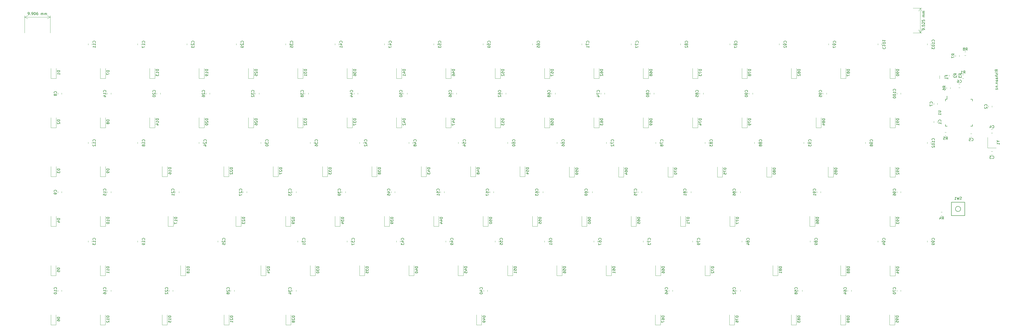
<source format=gbr>
G04 #@! TF.GenerationSoftware,KiCad,Pcbnew,(5.1.4)-1*
G04 #@! TF.CreationDate,2019-10-01T12:46:35+13:00*
G04 #@! TF.ProjectId,keyboard,6b657962-6f61-4726-942e-6b696361645f,rev?*
G04 #@! TF.SameCoordinates,Original*
G04 #@! TF.FileFunction,Legend,Bot*
G04 #@! TF.FilePolarity,Positive*
%FSLAX46Y46*%
G04 Gerber Fmt 4.6, Leading zero omitted, Abs format (unit mm)*
G04 Created by KiCad (PCBNEW (5.1.4)-1) date 2019-10-01 12:46:35*
%MOMM*%
%LPD*%
G04 APERTURE LIST*
%ADD10C,0.150000*%
%ADD11C,0.120000*%
G04 APERTURE END LIST*
D10*
X-33543428Y115625618D02*
X-33352952Y115625618D01*
X-33257714Y115673237D01*
X-33210095Y115720856D01*
X-33114857Y115863713D01*
X-33067238Y116054189D01*
X-33067238Y116435141D01*
X-33114857Y116530379D01*
X-33162476Y116577999D01*
X-33257714Y116625618D01*
X-33448190Y116625618D01*
X-33543428Y116577999D01*
X-33591047Y116530379D01*
X-33638666Y116435141D01*
X-33638666Y116197046D01*
X-33591047Y116101808D01*
X-33543428Y116054189D01*
X-33448190Y116006570D01*
X-33257714Y116006570D01*
X-33162476Y116054189D01*
X-33114857Y116101808D01*
X-33067238Y116197046D01*
X-32638666Y115720856D02*
X-32591047Y115673237D01*
X-32638666Y115625618D01*
X-32686285Y115673237D01*
X-32638666Y115720856D01*
X-32638666Y115625618D01*
X-32114857Y115625618D02*
X-31924380Y115625618D01*
X-31829142Y115673237D01*
X-31781523Y115720856D01*
X-31686285Y115863713D01*
X-31638666Y116054189D01*
X-31638666Y116435141D01*
X-31686285Y116530379D01*
X-31733904Y116577999D01*
X-31829142Y116625618D01*
X-32019619Y116625618D01*
X-32114857Y116577999D01*
X-32162476Y116530379D01*
X-32210095Y116435141D01*
X-32210095Y116197046D01*
X-32162476Y116101808D01*
X-32114857Y116054189D01*
X-32019619Y116006570D01*
X-31829142Y116006570D01*
X-31733904Y116054189D01*
X-31686285Y116101808D01*
X-31638666Y116197046D01*
X-31019619Y116625618D02*
X-30924380Y116625618D01*
X-30829142Y116577999D01*
X-30781523Y116530379D01*
X-30733904Y116435141D01*
X-30686285Y116244665D01*
X-30686285Y116006570D01*
X-30733904Y115816094D01*
X-30781523Y115720856D01*
X-30829142Y115673237D01*
X-30924380Y115625618D01*
X-31019619Y115625618D01*
X-31114857Y115673237D01*
X-31162476Y115720856D01*
X-31210095Y115816094D01*
X-31257714Y116006570D01*
X-31257714Y116244665D01*
X-31210095Y116435141D01*
X-31162476Y116530379D01*
X-31114857Y116577999D01*
X-31019619Y116625618D01*
X-29829142Y116625618D02*
X-30019619Y116625618D01*
X-30114857Y116577999D01*
X-30162476Y116530379D01*
X-30257714Y116387522D01*
X-30305333Y116197046D01*
X-30305333Y115816094D01*
X-30257714Y115720856D01*
X-30210095Y115673237D01*
X-30114857Y115625618D01*
X-29924380Y115625618D01*
X-29829142Y115673237D01*
X-29781523Y115720856D01*
X-29733904Y115816094D01*
X-29733904Y116054189D01*
X-29781523Y116149427D01*
X-29829142Y116197046D01*
X-29924380Y116244665D01*
X-30114857Y116244665D01*
X-30210095Y116197046D01*
X-30257714Y116149427D01*
X-30305333Y116054189D01*
X-28543428Y115625618D02*
X-28543428Y116292284D01*
X-28543428Y116197046D02*
X-28495809Y116244665D01*
X-28400571Y116292284D01*
X-28257714Y116292284D01*
X-28162476Y116244665D01*
X-28114857Y116149427D01*
X-28114857Y115625618D01*
X-28114857Y116149427D02*
X-28067238Y116244665D01*
X-27972000Y116292284D01*
X-27829142Y116292284D01*
X-27733904Y116244665D01*
X-27686285Y116149427D01*
X-27686285Y115625618D01*
X-27210095Y115625618D02*
X-27210095Y116292284D01*
X-27210095Y116197046D02*
X-27162476Y116244665D01*
X-27067238Y116292284D01*
X-26924380Y116292284D01*
X-26829142Y116244665D01*
X-26781523Y116149427D01*
X-26781523Y115625618D01*
X-26781523Y116149427D02*
X-26733904Y116244665D01*
X-26638666Y116292284D01*
X-26495809Y116292284D01*
X-26400571Y116244665D01*
X-26352952Y116149427D01*
X-26352952Y115625618D01*
D11*
X-25019000Y114807999D02*
X-34925000Y114807999D01*
X-25019000Y108712000D02*
X-25019000Y115394420D01*
X-34925000Y108712000D02*
X-34925000Y115394420D01*
X-34925000Y114807999D02*
X-33798496Y115394420D01*
X-34925000Y114807999D02*
X-33798496Y114221578D01*
X-25019000Y114807999D02*
X-26145504Y115394420D01*
X-25019000Y114807999D02*
X-26145504Y114221578D01*
D10*
X312491380Y109903071D02*
X312491380Y110093547D01*
X312443761Y110188785D01*
X312396142Y110236404D01*
X312253285Y110331642D01*
X312062809Y110379261D01*
X311681857Y110379261D01*
X311586619Y110331642D01*
X311539000Y110284023D01*
X311491380Y110188785D01*
X311491380Y109998309D01*
X311539000Y109903071D01*
X311586619Y109855452D01*
X311681857Y109807833D01*
X311919952Y109807833D01*
X312015190Y109855452D01*
X312062809Y109903071D01*
X312110428Y109998309D01*
X312110428Y110188785D01*
X312062809Y110284023D01*
X312015190Y110331642D01*
X311919952Y110379261D01*
X312396142Y110807833D02*
X312443761Y110855452D01*
X312491380Y110807833D01*
X312443761Y110760214D01*
X312396142Y110807833D01*
X312491380Y110807833D01*
X311491380Y111760214D02*
X311491380Y111284023D01*
X311967571Y111236404D01*
X311919952Y111284023D01*
X311872333Y111379261D01*
X311872333Y111617357D01*
X311919952Y111712595D01*
X311967571Y111760214D01*
X312062809Y111807833D01*
X312300904Y111807833D01*
X312396142Y111760214D01*
X312443761Y111712595D01*
X312491380Y111617357D01*
X312491380Y111379261D01*
X312443761Y111284023D01*
X312396142Y111236404D01*
X311586619Y112188785D02*
X311539000Y112236404D01*
X311491380Y112331642D01*
X311491380Y112569738D01*
X311539000Y112664976D01*
X311586619Y112712595D01*
X311681857Y112760214D01*
X311777095Y112760214D01*
X311919952Y112712595D01*
X312491380Y112141166D01*
X312491380Y112760214D01*
X311491380Y113664976D02*
X311491380Y113188785D01*
X311967571Y113141166D01*
X311919952Y113188785D01*
X311872333Y113284023D01*
X311872333Y113522119D01*
X311919952Y113617357D01*
X311967571Y113664976D01*
X312062809Y113712595D01*
X312300904Y113712595D01*
X312396142Y113664976D01*
X312443761Y113617357D01*
X312491380Y113522119D01*
X312491380Y113284023D01*
X312443761Y113188785D01*
X312396142Y113141166D01*
X312491380Y114903071D02*
X311824714Y114903071D01*
X311919952Y114903071D02*
X311872333Y114950690D01*
X311824714Y115045928D01*
X311824714Y115188785D01*
X311872333Y115284023D01*
X311967571Y115331642D01*
X312491380Y115331642D01*
X311967571Y115331642D02*
X311872333Y115379261D01*
X311824714Y115474500D01*
X311824714Y115617357D01*
X311872333Y115712595D01*
X311967571Y115760214D01*
X312491380Y115760214D01*
X312491380Y116236404D02*
X311824714Y116236404D01*
X311919952Y116236404D02*
X311872333Y116284023D01*
X311824714Y116379261D01*
X311824714Y116522119D01*
X311872333Y116617357D01*
X311967571Y116664976D01*
X312491380Y116664976D01*
X311967571Y116664976D02*
X311872333Y116712595D01*
X311824714Y116807833D01*
X311824714Y116950690D01*
X311872333Y117045928D01*
X311967571Y117093547D01*
X312491380Y117093547D01*
D11*
X310769000Y108712000D02*
X310769000Y118237000D01*
X307975000Y108712000D02*
X311355421Y108712000D01*
X307975000Y118237000D02*
X311355421Y118237000D01*
X310769000Y118237000D02*
X311355421Y117110496D01*
X310769000Y118237000D02*
X310182579Y117110496D01*
X310769000Y108712000D02*
X311355421Y109838504D01*
X310769000Y108712000D02*
X310182579Y109838504D01*
D10*
X340685380Y93916095D02*
X340209190Y94249428D01*
X340685380Y94487523D02*
X339685380Y94487523D01*
X339685380Y94106571D01*
X339733000Y94011333D01*
X339780619Y93963714D01*
X339875857Y93916095D01*
X340018714Y93916095D01*
X340113952Y93963714D01*
X340161571Y94011333D01*
X340209190Y94106571D01*
X340209190Y94487523D01*
X340685380Y93487523D02*
X340018714Y93487523D01*
X339685380Y93487523D02*
X339733000Y93535142D01*
X339780619Y93487523D01*
X339733000Y93439904D01*
X339685380Y93487523D01*
X339780619Y93487523D01*
X340637761Y93058952D02*
X340685380Y92963714D01*
X340685380Y92773238D01*
X340637761Y92678000D01*
X340542523Y92630380D01*
X340494904Y92630380D01*
X340399666Y92678000D01*
X340352047Y92773238D01*
X340352047Y92916095D01*
X340304428Y93011333D01*
X340209190Y93058952D01*
X340161571Y93058952D01*
X340066333Y93011333D01*
X340018714Y92916095D01*
X340018714Y92773238D01*
X340066333Y92678000D01*
X340685380Y92201809D02*
X339685380Y92201809D01*
X340685380Y91773238D02*
X340161571Y91773238D01*
X340066333Y91820857D01*
X340018714Y91916095D01*
X340018714Y92058952D01*
X340066333Y92154190D01*
X340113952Y92201809D01*
X340685380Y90868476D02*
X340161571Y90868476D01*
X340066333Y90916095D01*
X340018714Y91011333D01*
X340018714Y91201809D01*
X340066333Y91297047D01*
X340637761Y90868476D02*
X340685380Y90963714D01*
X340685380Y91201809D01*
X340637761Y91297047D01*
X340542523Y91344666D01*
X340447285Y91344666D01*
X340352047Y91297047D01*
X340304428Y91201809D01*
X340304428Y90963714D01*
X340256809Y90868476D01*
X340685380Y89963714D02*
X340161571Y89963714D01*
X340066333Y90011333D01*
X340018714Y90106571D01*
X340018714Y90297047D01*
X340066333Y90392285D01*
X340637761Y89963714D02*
X340685380Y90058952D01*
X340685380Y90297047D01*
X340637761Y90392285D01*
X340542523Y90439904D01*
X340447285Y90439904D01*
X340352047Y90392285D01*
X340304428Y90297047D01*
X340304428Y90058952D01*
X340256809Y89963714D01*
X340018714Y89487523D02*
X340685380Y89487523D01*
X340113952Y89487523D02*
X340066333Y89439904D01*
X340018714Y89344666D01*
X340018714Y89201809D01*
X340066333Y89106571D01*
X340161571Y89058952D01*
X340685380Y89058952D01*
X340590142Y88582761D02*
X340637761Y88535142D01*
X340685380Y88582761D01*
X340637761Y88630380D01*
X340590142Y88582761D01*
X340685380Y88582761D01*
X340018714Y88106571D02*
X340685380Y88106571D01*
X340113952Y88106571D02*
X340066333Y88058952D01*
X340018714Y87963714D01*
X340018714Y87820857D01*
X340066333Y87725619D01*
X340161571Y87678000D01*
X340685380Y87678000D01*
X340018714Y87297047D02*
X340018714Y86773238D01*
X340685380Y87297047D01*
X340685380Y86773238D01*
D11*
X328426578Y100001000D02*
X327909422Y100001000D01*
X328426578Y101421000D02*
X327909422Y101421000D01*
X325830000Y100080578D02*
X325830000Y99563422D01*
X324410000Y100080578D02*
X324410000Y99563422D01*
X322401000Y87634578D02*
X322401000Y87117422D01*
X320981000Y87634578D02*
X320981000Y87117422D01*
X313488000Y104008422D02*
X313488000Y104525578D01*
X314908000Y104008422D02*
X314908000Y104525578D01*
X313488000Y65908422D02*
X313488000Y66425578D01*
X314908000Y65908422D02*
X314908000Y66425578D01*
X294438000Y104008422D02*
X294438000Y104525578D01*
X295858000Y104008422D02*
X295858000Y104525578D01*
X303224000Y85475578D02*
X303224000Y84958422D01*
X301804000Y85475578D02*
X301804000Y84958422D01*
X313488000Y27808422D02*
X313488000Y28325578D01*
X314908000Y27808422D02*
X314908000Y28325578D01*
X289612000Y65908422D02*
X289612000Y66425578D01*
X291032000Y65908422D02*
X291032000Y66425578D01*
X275388000Y104008422D02*
X275388000Y104525578D01*
X276808000Y104008422D02*
X276808000Y104525578D01*
X303224000Y47375578D02*
X303224000Y46858422D01*
X301804000Y47375578D02*
X301804000Y46858422D01*
X274649000Y85475578D02*
X274649000Y84958422D01*
X273229000Y85475578D02*
X273229000Y84958422D01*
X294438000Y27808422D02*
X294438000Y28325578D01*
X295858000Y27808422D02*
X295858000Y28325578D01*
X265863000Y65908422D02*
X265863000Y66425578D01*
X267283000Y65908422D02*
X267283000Y66425578D01*
X256338000Y104008422D02*
X256338000Y104525578D01*
X257758000Y104008422D02*
X257758000Y104525578D01*
X272363000Y47375578D02*
X272363000Y46858422D01*
X270943000Y47375578D02*
X270943000Y46858422D01*
X246074000Y85475578D02*
X246074000Y84958422D01*
X244654000Y85475578D02*
X244654000Y84958422D01*
X268276000Y27808422D02*
X268276000Y28325578D01*
X269696000Y27808422D02*
X269696000Y28325578D01*
X246813000Y65908422D02*
X246813000Y66425578D01*
X248233000Y65908422D02*
X248233000Y66425578D01*
X237288000Y104008422D02*
X237288000Y104525578D01*
X238708000Y104008422D02*
X238708000Y104525578D01*
X241375000Y47375578D02*
X241375000Y46858422D01*
X239955000Y47375578D02*
X239955000Y46858422D01*
X227024000Y85475578D02*
X227024000Y84958422D01*
X225604000Y85475578D02*
X225604000Y84958422D01*
X241987000Y27808422D02*
X241987000Y28325578D01*
X243407000Y27808422D02*
X243407000Y28325578D01*
X227763000Y65908422D02*
X227763000Y66425578D01*
X229183000Y65908422D02*
X229183000Y66425578D01*
X218238000Y104008422D02*
X218238000Y104525578D01*
X219658000Y104008422D02*
X219658000Y104525578D01*
X222325000Y47375578D02*
X222325000Y46858422D01*
X220905000Y47375578D02*
X220905000Y46858422D01*
X207974000Y85475578D02*
X207974000Y84958422D01*
X206554000Y85475578D02*
X206554000Y84958422D01*
X222937000Y27808422D02*
X222937000Y28325578D01*
X224357000Y27808422D02*
X224357000Y28325578D01*
X208713000Y65908422D02*
X208713000Y66425578D01*
X210133000Y65908422D02*
X210133000Y66425578D01*
X199188000Y104008422D02*
X199188000Y104525578D01*
X200608000Y104008422D02*
X200608000Y104525578D01*
X203275000Y47375578D02*
X203275000Y46858422D01*
X201855000Y47375578D02*
X201855000Y46858422D01*
X188924000Y85475578D02*
X188924000Y84958422D01*
X187504000Y85475578D02*
X187504000Y84958422D01*
X203887000Y27808422D02*
X203887000Y28325578D01*
X205307000Y27808422D02*
X205307000Y28325578D01*
X189663000Y65908422D02*
X189663000Y66425578D01*
X191083000Y65908422D02*
X191083000Y66425578D01*
X180138000Y104008422D02*
X180138000Y104525578D01*
X181558000Y104008422D02*
X181558000Y104525578D01*
X303224000Y9275578D02*
X303224000Y8758422D01*
X301804000Y9275578D02*
X301804000Y8758422D01*
X184225000Y47375578D02*
X184225000Y46858422D01*
X182805000Y47375578D02*
X182805000Y46858422D01*
X169874000Y85475578D02*
X169874000Y84958422D01*
X168454000Y85475578D02*
X168454000Y84958422D01*
X184837000Y27808422D02*
X184837000Y28325578D01*
X186257000Y27808422D02*
X186257000Y28325578D01*
X170613000Y65908422D02*
X170613000Y66425578D01*
X172033000Y65908422D02*
X172033000Y66425578D01*
X161088000Y104008422D02*
X161088000Y104525578D01*
X162508000Y104008422D02*
X162508000Y104525578D01*
X284174000Y9275578D02*
X284174000Y8758422D01*
X282754000Y9275578D02*
X282754000Y8758422D01*
X165175000Y47375578D02*
X165175000Y46858422D01*
X163755000Y47375578D02*
X163755000Y46858422D01*
X150824000Y85475578D02*
X150824000Y84958422D01*
X149404000Y85475578D02*
X149404000Y84958422D01*
X165787000Y27808422D02*
X165787000Y28325578D01*
X167207000Y27808422D02*
X167207000Y28325578D01*
X151563000Y65908422D02*
X151563000Y66425578D01*
X152983000Y65908422D02*
X152983000Y66425578D01*
X142038000Y104008422D02*
X142038000Y104525578D01*
X143458000Y104008422D02*
X143458000Y104525578D01*
X265251000Y9275578D02*
X265251000Y8758422D01*
X263831000Y9275578D02*
X263831000Y8758422D01*
X146125000Y47375578D02*
X146125000Y46858422D01*
X144705000Y47375578D02*
X144705000Y46858422D01*
X131774000Y85475578D02*
X131774000Y84958422D01*
X130354000Y85475578D02*
X130354000Y84958422D01*
X146737000Y27808422D02*
X146737000Y28325578D01*
X148157000Y27808422D02*
X148157000Y28325578D01*
X132513000Y65908422D02*
X132513000Y66425578D01*
X133933000Y65908422D02*
X133933000Y66425578D01*
X122988000Y104008422D02*
X122988000Y104525578D01*
X124408000Y104008422D02*
X124408000Y104525578D01*
X241375000Y9275578D02*
X241375000Y8758422D01*
X239955000Y9275578D02*
X239955000Y8758422D01*
X127075000Y47375578D02*
X127075000Y46858422D01*
X125655000Y47375578D02*
X125655000Y46858422D01*
X112724000Y85475578D02*
X112724000Y84958422D01*
X111304000Y85475578D02*
X111304000Y84958422D01*
X127687000Y27808422D02*
X127687000Y28325578D01*
X129107000Y27808422D02*
X129107000Y28325578D01*
X113463000Y65908422D02*
X113463000Y66425578D01*
X114883000Y65908422D02*
X114883000Y66425578D01*
X103938000Y104008422D02*
X103938000Y104525578D01*
X105358000Y104008422D02*
X105358000Y104525578D01*
X215213000Y9275578D02*
X215213000Y8758422D01*
X213793000Y9275578D02*
X213793000Y8758422D01*
X108025000Y47375578D02*
X108025000Y46858422D01*
X106605000Y47375578D02*
X106605000Y46858422D01*
X93674000Y85475578D02*
X93674000Y84958422D01*
X92254000Y85475578D02*
X92254000Y84958422D01*
X108637000Y27808422D02*
X108637000Y28325578D01*
X110057000Y27808422D02*
X110057000Y28325578D01*
X94413000Y65908422D02*
X94413000Y66425578D01*
X95833000Y65908422D02*
X95833000Y66425578D01*
X84888000Y104008422D02*
X84888000Y104525578D01*
X86308000Y104008422D02*
X86308000Y104525578D01*
X143712000Y9275578D02*
X143712000Y8758422D01*
X142292000Y9275578D02*
X142292000Y8758422D01*
X88975000Y47375578D02*
X88975000Y46858422D01*
X87555000Y47375578D02*
X87555000Y46858422D01*
X74624000Y85475578D02*
X74624000Y84958422D01*
X73204000Y85475578D02*
X73204000Y84958422D01*
X89587000Y27808422D02*
X89587000Y28325578D01*
X91007000Y27808422D02*
X91007000Y28325578D01*
X75363000Y65908422D02*
X75363000Y66425578D01*
X76783000Y65908422D02*
X76783000Y66425578D01*
X65838000Y104008422D02*
X65838000Y104525578D01*
X67258000Y104008422D02*
X67258000Y104525578D01*
X69925000Y9275578D02*
X69925000Y8758422D01*
X68505000Y9275578D02*
X68505000Y8758422D01*
X69925000Y47375578D02*
X69925000Y46858422D01*
X68505000Y47375578D02*
X68505000Y46858422D01*
X55574000Y85475578D02*
X55574000Y84958422D01*
X54154000Y85475578D02*
X54154000Y84958422D01*
X70537000Y27808422D02*
X70537000Y28325578D01*
X71957000Y27808422D02*
X71957000Y28325578D01*
X56313000Y65908422D02*
X56313000Y66425578D01*
X57733000Y65908422D02*
X57733000Y66425578D01*
X46788000Y104008422D02*
X46788000Y104525578D01*
X48208000Y104008422D02*
X48208000Y104525578D01*
X46049000Y9275578D02*
X46049000Y8758422D01*
X44629000Y9275578D02*
X44629000Y8758422D01*
X50875000Y47375578D02*
X50875000Y46858422D01*
X49455000Y47375578D02*
X49455000Y46858422D01*
X36524000Y85475578D02*
X36524000Y84958422D01*
X35104000Y85475578D02*
X35104000Y84958422D01*
X39676000Y27808422D02*
X39676000Y28325578D01*
X41096000Y27808422D02*
X41096000Y28325578D01*
X32437000Y65908422D02*
X32437000Y66425578D01*
X33857000Y65908422D02*
X33857000Y66425578D01*
X27738000Y104008422D02*
X27738000Y104525578D01*
X29158000Y104008422D02*
X29158000Y104525578D01*
X22300000Y9275578D02*
X22300000Y8758422D01*
X20880000Y9275578D02*
X20880000Y8758422D01*
X24713000Y47375578D02*
X24713000Y46858422D01*
X23293000Y47375578D02*
X23293000Y46858422D01*
X17474000Y85475578D02*
X17474000Y84958422D01*
X16054000Y85475578D02*
X16054000Y84958422D01*
X8688000Y27808422D02*
X8688000Y28325578D01*
X10108000Y27808422D02*
X10108000Y28325578D01*
X8688000Y65908422D02*
X8688000Y66425578D01*
X10108000Y65908422D02*
X10108000Y66425578D01*
X8688000Y104008422D02*
X8688000Y104525578D01*
X10108000Y104008422D02*
X10108000Y104525578D01*
X-1576000Y9275578D02*
X-1576000Y8758422D01*
X-2996000Y9275578D02*
X-2996000Y8758422D01*
X-1576000Y47375578D02*
X-1576000Y46858422D01*
X-2996000Y47375578D02*
X-2996000Y46858422D01*
X-1576000Y85475578D02*
X-1576000Y84958422D01*
X-2996000Y85475578D02*
X-2996000Y84958422D01*
X-10362000Y27808422D02*
X-10362000Y28325578D01*
X-8942000Y27808422D02*
X-8942000Y28325578D01*
X-10362000Y65908422D02*
X-10362000Y66425578D01*
X-8942000Y65908422D02*
X-8942000Y66425578D01*
X-10362000Y104008422D02*
X-10362000Y104525578D01*
X-8942000Y104008422D02*
X-8942000Y104525578D01*
X-20626000Y9275578D02*
X-20626000Y8758422D01*
X-22046000Y9275578D02*
X-22046000Y8758422D01*
X-20626000Y47375578D02*
X-20626000Y46858422D01*
X-22046000Y47375578D02*
X-22046000Y46858422D01*
X-20626000Y85475578D02*
X-20626000Y84958422D01*
X-22046000Y85475578D02*
X-22046000Y84958422D01*
X336773250Y64262250D02*
X336773250Y68262250D01*
X340073250Y64262250D02*
X336773250Y64262250D01*
D10*
X321123250Y82994250D02*
X321123250Y84269250D01*
X320548250Y72644250D02*
X320548250Y73319250D01*
X330898250Y72644250D02*
X330898250Y73319250D01*
X330898250Y82994250D02*
X330898250Y82319250D01*
X320548250Y82994250D02*
X320548250Y82319250D01*
X330898250Y82994250D02*
X330223250Y82994250D01*
X330898250Y72644250D02*
X330223250Y72644250D01*
X320548250Y72644250D02*
X321223250Y72644250D01*
X320548250Y82994250D02*
X321123250Y82994250D01*
X322774000Y38040000D02*
X327974000Y38040000D01*
X327974000Y38040000D02*
X327974000Y43240000D01*
X327974000Y43240000D02*
X322774000Y43240000D01*
X322774000Y43240000D02*
X322774000Y38040000D01*
X326374000Y40640000D02*
G75*
G03X326374000Y40640000I-1000000J0D01*
G01*
D11*
X320257672Y70274250D02*
X320774828Y70274250D01*
X320257672Y68854250D02*
X320774828Y68854250D01*
X318765422Y39445000D02*
X319282578Y39445000D01*
X318765422Y38025000D02*
X319282578Y38025000D01*
X323902000Y91911672D02*
X323902000Y92428828D01*
X325322000Y91911672D02*
X325322000Y92428828D01*
X321965250Y91911672D02*
X321965250Y92428828D01*
X323385250Y91911672D02*
X323385250Y92428828D01*
X327537578Y91111000D02*
X327020422Y91111000D01*
X327537578Y92531000D02*
X327020422Y92531000D01*
X318241000Y90964936D02*
X318241000Y92169064D01*
X320061000Y90964936D02*
X320061000Y92169064D01*
X300942250Y-4186750D02*
X300942250Y-286750D01*
X298942250Y-4186750D02*
X298942250Y-286750D01*
X300942250Y-4186750D02*
X298942250Y-4186750D01*
X301101000Y14768000D02*
X301101000Y18668000D01*
X299101000Y14768000D02*
X299101000Y18668000D01*
X301101000Y14768000D02*
X299101000Y14768000D01*
X301101000Y33945000D02*
X301101000Y37845000D01*
X299101000Y33945000D02*
X299101000Y37845000D01*
X301101000Y33945000D02*
X299101000Y33945000D01*
X301101000Y52995000D02*
X301101000Y56895000D01*
X299101000Y52995000D02*
X299101000Y56895000D01*
X301101000Y52995000D02*
X299101000Y52995000D01*
X301101000Y72045000D02*
X301101000Y75945000D01*
X299101000Y72045000D02*
X299101000Y75945000D01*
X301101000Y72045000D02*
X299101000Y72045000D01*
X301101000Y91095000D02*
X301101000Y94995000D01*
X299101000Y91095000D02*
X299101000Y94995000D01*
X301101000Y91095000D02*
X299101000Y91095000D01*
X282019250Y-4186750D02*
X282019250Y-286750D01*
X280019250Y-4186750D02*
X280019250Y-286750D01*
X282019250Y-4186750D02*
X280019250Y-4186750D01*
X282082750Y14863250D02*
X282082750Y18763250D01*
X280082750Y14863250D02*
X280082750Y18763250D01*
X282082750Y14863250D02*
X280082750Y14863250D01*
X282051000Y91095000D02*
X282051000Y94995000D01*
X280051000Y91095000D02*
X280051000Y94995000D01*
X282051000Y91095000D02*
X280051000Y91095000D01*
X270113000Y33945000D02*
X270113000Y37845000D01*
X268113000Y33945000D02*
X268113000Y37845000D01*
X270113000Y33945000D02*
X268113000Y33945000D01*
X277225000Y52995000D02*
X277225000Y56895000D01*
X275225000Y52995000D02*
X275225000Y56895000D01*
X277225000Y52995000D02*
X275225000Y52995000D01*
X272526000Y72045000D02*
X272526000Y75945000D01*
X270526000Y72045000D02*
X270526000Y75945000D01*
X272526000Y72045000D02*
X270526000Y72045000D01*
X262969250Y-4186750D02*
X262969250Y-286750D01*
X260969250Y-4186750D02*
X260969250Y-286750D01*
X262969250Y-4186750D02*
X260969250Y-4186750D01*
X263001000Y91095000D02*
X263001000Y94995000D01*
X261001000Y91095000D02*
X261001000Y94995000D01*
X263001000Y91095000D02*
X261001000Y91095000D01*
X255857250Y14863250D02*
X255857250Y18763250D01*
X253857250Y14863250D02*
X253857250Y18763250D01*
X255857250Y14863250D02*
X253857250Y14863250D01*
X253476000Y52995000D02*
X253476000Y56895000D01*
X251476000Y52995000D02*
X251476000Y56895000D01*
X253476000Y52995000D02*
X251476000Y52995000D01*
X243951000Y72045000D02*
X243951000Y75945000D01*
X241951000Y72045000D02*
X241951000Y75945000D01*
X243951000Y72045000D02*
X241951000Y72045000D01*
X243951000Y91095000D02*
X243951000Y94995000D01*
X241951000Y91095000D02*
X241951000Y94995000D01*
X243951000Y91095000D02*
X241951000Y91095000D01*
X239252000Y33945000D02*
X239252000Y37845000D01*
X237252000Y33945000D02*
X237252000Y37845000D01*
X239252000Y33945000D02*
X237252000Y33945000D01*
X239093250Y-4186750D02*
X239093250Y-286750D01*
X237093250Y-4186750D02*
X237093250Y-286750D01*
X239093250Y-4186750D02*
X237093250Y-4186750D01*
X234426000Y52995000D02*
X234426000Y56895000D01*
X232426000Y52995000D02*
X232426000Y56895000D01*
X234426000Y52995000D02*
X232426000Y52995000D01*
X224901000Y72045000D02*
X224901000Y75945000D01*
X222901000Y72045000D02*
X222901000Y75945000D01*
X224901000Y72045000D02*
X222901000Y72045000D01*
X224901000Y91095000D02*
X224901000Y94995000D01*
X222901000Y91095000D02*
X222901000Y94995000D01*
X224901000Y91095000D02*
X222901000Y91095000D01*
X229695250Y14863250D02*
X229695250Y18763250D01*
X227695250Y14863250D02*
X227695250Y18763250D01*
X229695250Y14863250D02*
X227695250Y14863250D01*
X220202000Y33945000D02*
X220202000Y37845000D01*
X218202000Y33945000D02*
X218202000Y37845000D01*
X220202000Y33945000D02*
X218202000Y33945000D01*
X215376000Y52995000D02*
X215376000Y56895000D01*
X213376000Y52995000D02*
X213376000Y56895000D01*
X215376000Y52995000D02*
X213376000Y52995000D01*
X205851000Y72045000D02*
X205851000Y75945000D01*
X203851000Y72045000D02*
X203851000Y75945000D01*
X205851000Y72045000D02*
X203851000Y72045000D01*
X205851000Y91095000D02*
X205851000Y94995000D01*
X203851000Y91095000D02*
X203851000Y94995000D01*
X205851000Y91095000D02*
X203851000Y91095000D01*
X210518250Y-4186750D02*
X210518250Y-286750D01*
X208518250Y-4186750D02*
X208518250Y-286750D01*
X210518250Y-4186750D02*
X208518250Y-4186750D01*
X210581750Y14863250D02*
X210581750Y18763250D01*
X208581750Y14863250D02*
X208581750Y18763250D01*
X210581750Y14863250D02*
X208581750Y14863250D01*
X201152000Y33945000D02*
X201152000Y37845000D01*
X199152000Y33945000D02*
X199152000Y37845000D01*
X201152000Y33945000D02*
X199152000Y33945000D01*
X196326000Y52995000D02*
X196326000Y56895000D01*
X194326000Y52995000D02*
X194326000Y56895000D01*
X196326000Y52995000D02*
X194326000Y52995000D01*
X186801000Y72045000D02*
X186801000Y75945000D01*
X184801000Y72045000D02*
X184801000Y75945000D01*
X186801000Y72045000D02*
X184801000Y72045000D01*
X186801000Y91095000D02*
X186801000Y94995000D01*
X184801000Y91095000D02*
X184801000Y94995000D01*
X186801000Y91095000D02*
X184801000Y91095000D01*
X191531750Y14863250D02*
X191531750Y18763250D01*
X189531750Y14863250D02*
X189531750Y18763250D01*
X191531750Y14863250D02*
X189531750Y14863250D01*
X182102000Y33945000D02*
X182102000Y37845000D01*
X180102000Y33945000D02*
X180102000Y37845000D01*
X182102000Y33945000D02*
X180102000Y33945000D01*
X177276000Y52995000D02*
X177276000Y56895000D01*
X175276000Y52995000D02*
X175276000Y56895000D01*
X177276000Y52995000D02*
X175276000Y52995000D01*
X167751000Y72045000D02*
X167751000Y75945000D01*
X165751000Y72045000D02*
X165751000Y75945000D01*
X167751000Y72045000D02*
X165751000Y72045000D01*
X167751000Y91095000D02*
X167751000Y94995000D01*
X165751000Y91095000D02*
X165751000Y94995000D01*
X167751000Y91095000D02*
X165751000Y91095000D01*
X172481750Y14863250D02*
X172481750Y18763250D01*
X170481750Y14863250D02*
X170481750Y18763250D01*
X172481750Y14863250D02*
X170481750Y14863250D01*
X163052000Y33945000D02*
X163052000Y37845000D01*
X161052000Y33945000D02*
X161052000Y37845000D01*
X163052000Y33945000D02*
X161052000Y33945000D01*
X158226000Y53122000D02*
X158226000Y57022000D01*
X156226000Y53122000D02*
X156226000Y57022000D01*
X158226000Y53122000D02*
X156226000Y53122000D01*
X148701000Y72045000D02*
X148701000Y75945000D01*
X146701000Y72045000D02*
X146701000Y75945000D01*
X148701000Y72045000D02*
X146701000Y72045000D01*
X148701000Y91095000D02*
X148701000Y94995000D01*
X146701000Y91095000D02*
X146701000Y94995000D01*
X148701000Y91095000D02*
X146701000Y91095000D01*
X153495250Y14863250D02*
X153495250Y18763250D01*
X151495250Y14863250D02*
X151495250Y18763250D01*
X153495250Y14863250D02*
X151495250Y14863250D01*
X144002000Y33945000D02*
X144002000Y37845000D01*
X142002000Y33945000D02*
X142002000Y37845000D01*
X144002000Y33945000D02*
X142002000Y33945000D01*
X141462000Y-4155000D02*
X141462000Y-255000D01*
X139462000Y-4155000D02*
X139462000Y-255000D01*
X141462000Y-4155000D02*
X139462000Y-4155000D01*
X139176000Y53122000D02*
X139176000Y57022000D01*
X137176000Y53122000D02*
X137176000Y57022000D01*
X139176000Y53122000D02*
X137176000Y53122000D01*
X129651000Y72045000D02*
X129651000Y75945000D01*
X127651000Y72045000D02*
X127651000Y75945000D01*
X129651000Y72045000D02*
X127651000Y72045000D01*
X129651000Y91095000D02*
X129651000Y94995000D01*
X127651000Y91095000D02*
X127651000Y94995000D01*
X129651000Y91095000D02*
X127651000Y91095000D01*
X134381750Y14863250D02*
X134381750Y18763250D01*
X132381750Y14863250D02*
X132381750Y18763250D01*
X134381750Y14863250D02*
X132381750Y14863250D01*
X124952000Y33945000D02*
X124952000Y37845000D01*
X122952000Y33945000D02*
X122952000Y37845000D01*
X124952000Y33945000D02*
X122952000Y33945000D01*
X120126000Y53122000D02*
X120126000Y57022000D01*
X118126000Y53122000D02*
X118126000Y57022000D01*
X120126000Y53122000D02*
X118126000Y53122000D01*
X110601000Y72045000D02*
X110601000Y75945000D01*
X108601000Y72045000D02*
X108601000Y75945000D01*
X110601000Y72045000D02*
X108601000Y72045000D01*
X110601000Y91095000D02*
X110601000Y94995000D01*
X108601000Y91095000D02*
X108601000Y94995000D01*
X110601000Y91095000D02*
X108601000Y91095000D01*
X115395250Y14863250D02*
X115395250Y18763250D01*
X113395250Y14863250D02*
X113395250Y18763250D01*
X115395250Y14863250D02*
X113395250Y14863250D01*
X105902000Y33945000D02*
X105902000Y37845000D01*
X103902000Y33945000D02*
X103902000Y37845000D01*
X105902000Y33945000D02*
X103902000Y33945000D01*
X101076000Y53122000D02*
X101076000Y57022000D01*
X99076000Y53122000D02*
X99076000Y57022000D01*
X101076000Y53122000D02*
X99076000Y53122000D01*
X91551000Y72045000D02*
X91551000Y75945000D01*
X89551000Y72045000D02*
X89551000Y75945000D01*
X91551000Y72045000D02*
X89551000Y72045000D01*
X91551000Y91095000D02*
X91551000Y94995000D01*
X89551000Y91095000D02*
X89551000Y94995000D01*
X91551000Y91095000D02*
X89551000Y91095000D01*
X96345250Y14863250D02*
X96345250Y18763250D01*
X94345250Y14863250D02*
X94345250Y18763250D01*
X96345250Y14863250D02*
X94345250Y14863250D01*
X86852000Y33945000D02*
X86852000Y37845000D01*
X84852000Y33945000D02*
X84852000Y37845000D01*
X86852000Y33945000D02*
X84852000Y33945000D01*
X82026000Y53122000D02*
X82026000Y57022000D01*
X80026000Y53122000D02*
X80026000Y57022000D01*
X82026000Y53122000D02*
X80026000Y53122000D01*
X72501000Y72045000D02*
X72501000Y75945000D01*
X70501000Y72045000D02*
X70501000Y75945000D01*
X72501000Y72045000D02*
X70501000Y72045000D01*
X72501000Y91095000D02*
X72501000Y94995000D01*
X70501000Y91095000D02*
X70501000Y94995000D01*
X72501000Y91095000D02*
X70501000Y91095000D01*
X77295250Y14863250D02*
X77295250Y18763250D01*
X75295250Y14863250D02*
X75295250Y18763250D01*
X77295250Y14863250D02*
X75295250Y14863250D01*
X67802000Y33945000D02*
X67802000Y37845000D01*
X65802000Y33945000D02*
X65802000Y37845000D01*
X67802000Y33945000D02*
X65802000Y33945000D01*
X67897250Y-4186750D02*
X67897250Y-286750D01*
X65897250Y-4186750D02*
X65897250Y-286750D01*
X67897250Y-4186750D02*
X65897250Y-4186750D01*
X62976000Y53122000D02*
X62976000Y57022000D01*
X60976000Y53122000D02*
X60976000Y57022000D01*
X62976000Y53122000D02*
X60976000Y53122000D01*
X53451000Y72045000D02*
X53451000Y75945000D01*
X51451000Y72045000D02*
X51451000Y75945000D01*
X53451000Y72045000D02*
X51451000Y72045000D01*
X53451000Y91095000D02*
X53451000Y94995000D01*
X51451000Y91095000D02*
X51451000Y94995000D01*
X53451000Y91095000D02*
X51451000Y91095000D01*
X58245250Y14863250D02*
X58245250Y18763250D01*
X56245250Y14863250D02*
X56245250Y18763250D01*
X58245250Y14863250D02*
X56245250Y14863250D01*
X48625000Y33945000D02*
X48625000Y37845000D01*
X46625000Y33945000D02*
X46625000Y37845000D01*
X48625000Y33945000D02*
X46625000Y33945000D01*
X43926000Y53122000D02*
X43926000Y57022000D01*
X41926000Y53122000D02*
X41926000Y57022000D01*
X43926000Y53122000D02*
X41926000Y53122000D01*
X44021250Y-4186750D02*
X44021250Y-286750D01*
X42021250Y-4186750D02*
X42021250Y-286750D01*
X44021250Y-4186750D02*
X42021250Y-4186750D01*
X34401000Y72045000D02*
X34401000Y75945000D01*
X32401000Y72045000D02*
X32401000Y75945000D01*
X34401000Y72045000D02*
X32401000Y72045000D01*
X34401000Y91095000D02*
X34401000Y94995000D01*
X32401000Y91095000D02*
X32401000Y94995000D01*
X34401000Y91095000D02*
X32401000Y91095000D01*
X27257250Y14863250D02*
X27257250Y18763250D01*
X25257250Y14863250D02*
X25257250Y18763250D01*
X27257250Y14863250D02*
X25257250Y14863250D01*
X22463000Y33945000D02*
X22463000Y37845000D01*
X20463000Y33945000D02*
X20463000Y37845000D01*
X22463000Y33945000D02*
X20463000Y33945000D01*
X20177000Y53122000D02*
X20177000Y57022000D01*
X18177000Y53122000D02*
X18177000Y57022000D01*
X20177000Y53122000D02*
X18177000Y53122000D01*
X20145250Y-4186750D02*
X20145250Y-286750D01*
X18145250Y-4186750D02*
X18145250Y-286750D01*
X20145250Y-4186750D02*
X18145250Y-4186750D01*
X15351000Y72045000D02*
X15351000Y75945000D01*
X13351000Y72045000D02*
X13351000Y75945000D01*
X15351000Y72045000D02*
X13351000Y72045000D01*
X15351000Y91095000D02*
X15351000Y94995000D01*
X13351000Y91095000D02*
X13351000Y94995000D01*
X15351000Y91095000D02*
X13351000Y91095000D01*
X-3730750Y-4186750D02*
X-3730750Y-286750D01*
X-5730750Y-4186750D02*
X-5730750Y-286750D01*
X-3730750Y-4186750D02*
X-5730750Y-4186750D01*
X-3730750Y14863250D02*
X-3730750Y18763250D01*
X-5730750Y14863250D02*
X-5730750Y18763250D01*
X-3730750Y14863250D02*
X-5730750Y14863250D01*
X-3699000Y33945000D02*
X-3699000Y37845000D01*
X-5699000Y33945000D02*
X-5699000Y37845000D01*
X-3699000Y33945000D02*
X-5699000Y33945000D01*
X-3699000Y53122000D02*
X-3699000Y57022000D01*
X-5699000Y53122000D02*
X-5699000Y57022000D01*
X-3699000Y53122000D02*
X-5699000Y53122000D01*
X-3699000Y72045000D02*
X-3699000Y75945000D01*
X-5699000Y72045000D02*
X-5699000Y75945000D01*
X-3699000Y72045000D02*
X-5699000Y72045000D01*
X-3699000Y91095000D02*
X-3699000Y94995000D01*
X-5699000Y91095000D02*
X-5699000Y94995000D01*
X-3699000Y91095000D02*
X-5699000Y91095000D01*
X-22780750Y-4186750D02*
X-22780750Y-286750D01*
X-24780750Y-4186750D02*
X-24780750Y-286750D01*
X-22780750Y-4186750D02*
X-24780750Y-4186750D01*
X-22780750Y14863250D02*
X-22780750Y18763250D01*
X-24780750Y14863250D02*
X-24780750Y18763250D01*
X-22780750Y14863250D02*
X-24780750Y14863250D01*
X-22749000Y33945000D02*
X-22749000Y37845000D01*
X-24749000Y33945000D02*
X-24749000Y37845000D01*
X-22749000Y33945000D02*
X-24749000Y33945000D01*
X-22749000Y53122000D02*
X-22749000Y57022000D01*
X-24749000Y53122000D02*
X-24749000Y57022000D01*
X-22749000Y53122000D02*
X-24749000Y53122000D01*
X-22749000Y72045000D02*
X-22749000Y75945000D01*
X-24749000Y72045000D02*
X-24749000Y75945000D01*
X-22749000Y72045000D02*
X-24749000Y72045000D01*
X-22749000Y91095000D02*
X-22749000Y94995000D01*
X-24749000Y91095000D02*
X-24749000Y94995000D01*
X-22749000Y91095000D02*
X-24749000Y91095000D01*
X317416250Y81506828D02*
X317416250Y80989672D01*
X315996250Y81506828D02*
X315996250Y80989672D01*
X326140578Y87555000D02*
X325623422Y87555000D01*
X326140578Y88975000D02*
X325623422Y88975000D01*
X330163672Y69766250D02*
X330680828Y69766250D01*
X330163672Y68346250D02*
X330680828Y68346250D01*
X338681828Y69997250D02*
X338164672Y69997250D01*
X338681828Y71417250D02*
X338164672Y71417250D01*
X338164672Y62908250D02*
X338681828Y62908250D01*
X338164672Y61488250D02*
X338681828Y61488250D01*
X338498250Y80490828D02*
X338498250Y79973672D01*
X337078250Y80490828D02*
X337078250Y79973672D01*
X315996250Y74004672D02*
X315996250Y74521828D01*
X317416250Y74004672D02*
X317416250Y74521828D01*
D10*
X328334666Y101908619D02*
X328668000Y102384809D01*
X328906095Y101908619D02*
X328906095Y102908619D01*
X328525142Y102908619D01*
X328429904Y102861000D01*
X328382285Y102813380D01*
X328334666Y102718142D01*
X328334666Y102575285D01*
X328382285Y102480047D01*
X328429904Y102432428D01*
X328525142Y102384809D01*
X328906095Y102384809D01*
X327763238Y102480047D02*
X327858476Y102527666D01*
X327906095Y102575285D01*
X327953714Y102670523D01*
X327953714Y102718142D01*
X327906095Y102813380D01*
X327858476Y102861000D01*
X327763238Y102908619D01*
X327572761Y102908619D01*
X327477523Y102861000D01*
X327429904Y102813380D01*
X327382285Y102718142D01*
X327382285Y102670523D01*
X327429904Y102575285D01*
X327477523Y102527666D01*
X327572761Y102480047D01*
X327763238Y102480047D01*
X327858476Y102432428D01*
X327906095Y102384809D01*
X327953714Y102289571D01*
X327953714Y102099095D01*
X327906095Y102003857D01*
X327858476Y101956238D01*
X327763238Y101908619D01*
X327572761Y101908619D01*
X327477523Y101956238D01*
X327429904Y102003857D01*
X327382285Y102099095D01*
X327382285Y102289571D01*
X327429904Y102384809D01*
X327477523Y102432428D01*
X327572761Y102480047D01*
X323922380Y99988666D02*
X323446190Y100322000D01*
X323922380Y100560095D02*
X322922380Y100560095D01*
X322922380Y100179142D01*
X322970000Y100083904D01*
X323017619Y100036285D01*
X323112857Y99988666D01*
X323255714Y99988666D01*
X323350952Y100036285D01*
X323398571Y100083904D01*
X323446190Y100179142D01*
X323446190Y100560095D01*
X322922380Y99655333D02*
X322922380Y98988666D01*
X323922380Y99417238D01*
X320493380Y87542666D02*
X320017190Y87876000D01*
X320493380Y88114095D02*
X319493380Y88114095D01*
X319493380Y87733142D01*
X319541000Y87637904D01*
X319588619Y87590285D01*
X319683857Y87542666D01*
X319826714Y87542666D01*
X319921952Y87590285D01*
X319969571Y87637904D01*
X320017190Y87733142D01*
X320017190Y88114095D01*
X319493380Y86685523D02*
X319493380Y86876000D01*
X319541000Y86971238D01*
X319588619Y87018857D01*
X319731476Y87114095D01*
X319921952Y87161714D01*
X320302904Y87161714D01*
X320398142Y87114095D01*
X320445761Y87066476D01*
X320493380Y86971238D01*
X320493380Y86780761D01*
X320445761Y86685523D01*
X320398142Y86637904D01*
X320302904Y86590285D01*
X320064809Y86590285D01*
X319969571Y86637904D01*
X319921952Y86685523D01*
X319874333Y86780761D01*
X319874333Y86971238D01*
X319921952Y87066476D01*
X319969571Y87114095D01*
X320064809Y87161714D01*
X316205142Y105386047D02*
X316252761Y105433666D01*
X316300380Y105576523D01*
X316300380Y105671761D01*
X316252761Y105814619D01*
X316157523Y105909857D01*
X316062285Y105957476D01*
X315871809Y106005095D01*
X315728952Y106005095D01*
X315538476Y105957476D01*
X315443238Y105909857D01*
X315348000Y105814619D01*
X315300380Y105671761D01*
X315300380Y105576523D01*
X315348000Y105433666D01*
X315395619Y105386047D01*
X316300380Y104433666D02*
X316300380Y105005095D01*
X316300380Y104719380D02*
X315300380Y104719380D01*
X315443238Y104814619D01*
X315538476Y104909857D01*
X315586095Y105005095D01*
X315300380Y103814619D02*
X315300380Y103719380D01*
X315348000Y103624142D01*
X315395619Y103576523D01*
X315490857Y103528904D01*
X315681333Y103481285D01*
X315919428Y103481285D01*
X316109904Y103528904D01*
X316205142Y103576523D01*
X316252761Y103624142D01*
X316300380Y103719380D01*
X316300380Y103814619D01*
X316252761Y103909857D01*
X316205142Y103957476D01*
X316109904Y104005095D01*
X315919428Y104052714D01*
X315681333Y104052714D01*
X315490857Y104005095D01*
X315395619Y103957476D01*
X315348000Y103909857D01*
X315300380Y103814619D01*
X315300380Y103147952D02*
X315300380Y102528904D01*
X315681333Y102862238D01*
X315681333Y102719380D01*
X315728952Y102624142D01*
X315776571Y102576523D01*
X315871809Y102528904D01*
X316109904Y102528904D01*
X316205142Y102576523D01*
X316252761Y102624142D01*
X316300380Y102719380D01*
X316300380Y103005095D01*
X316252761Y103100333D01*
X316205142Y103147952D01*
X316205142Y67286047D02*
X316252761Y67333666D01*
X316300380Y67476523D01*
X316300380Y67571761D01*
X316252761Y67714619D01*
X316157523Y67809857D01*
X316062285Y67857476D01*
X315871809Y67905095D01*
X315728952Y67905095D01*
X315538476Y67857476D01*
X315443238Y67809857D01*
X315348000Y67714619D01*
X315300380Y67571761D01*
X315300380Y67476523D01*
X315348000Y67333666D01*
X315395619Y67286047D01*
X316300380Y66333666D02*
X316300380Y66905095D01*
X316300380Y66619380D02*
X315300380Y66619380D01*
X315443238Y66714619D01*
X315538476Y66809857D01*
X315586095Y66905095D01*
X315300380Y65714619D02*
X315300380Y65619380D01*
X315348000Y65524142D01*
X315395619Y65476523D01*
X315490857Y65428904D01*
X315681333Y65381285D01*
X315919428Y65381285D01*
X316109904Y65428904D01*
X316205142Y65476523D01*
X316252761Y65524142D01*
X316300380Y65619380D01*
X316300380Y65714619D01*
X316252761Y65809857D01*
X316205142Y65857476D01*
X316109904Y65905095D01*
X315919428Y65952714D01*
X315681333Y65952714D01*
X315490857Y65905095D01*
X315395619Y65857476D01*
X315348000Y65809857D01*
X315300380Y65714619D01*
X315395619Y65000333D02*
X315348000Y64952714D01*
X315300380Y64857476D01*
X315300380Y64619380D01*
X315348000Y64524142D01*
X315395619Y64476523D01*
X315490857Y64428904D01*
X315586095Y64428904D01*
X315728952Y64476523D01*
X316300380Y65047952D01*
X316300380Y64428904D01*
X296440857Y103147952D02*
X296393238Y103100333D01*
X296345619Y102957476D01*
X296345619Y102862238D01*
X296393238Y102719380D01*
X296488476Y102624142D01*
X296583714Y102576523D01*
X296774190Y102528904D01*
X296917047Y102528904D01*
X297107523Y102576523D01*
X297202761Y102624142D01*
X297298000Y102719380D01*
X297345619Y102862238D01*
X297345619Y102957476D01*
X297298000Y103100333D01*
X297250380Y103147952D01*
X296345619Y104100333D02*
X296345619Y103528904D01*
X296345619Y103814619D02*
X297345619Y103814619D01*
X297202761Y103719380D01*
X297107523Y103624142D01*
X297059904Y103528904D01*
X297345619Y104719380D02*
X297345619Y104814619D01*
X297298000Y104909857D01*
X297250380Y104957476D01*
X297155142Y105005095D01*
X296964666Y105052714D01*
X296726571Y105052714D01*
X296536095Y105005095D01*
X296440857Y104957476D01*
X296393238Y104909857D01*
X296345619Y104814619D01*
X296345619Y104719380D01*
X296393238Y104624142D01*
X296440857Y104576523D01*
X296536095Y104528904D01*
X296726571Y104481285D01*
X296964666Y104481285D01*
X297155142Y104528904D01*
X297250380Y104576523D01*
X297298000Y104624142D01*
X297345619Y104719380D01*
X296345619Y106005095D02*
X296345619Y105433666D01*
X296345619Y105719380D02*
X297345619Y105719380D01*
X297202761Y105624142D01*
X297107523Y105528904D01*
X297059904Y105433666D01*
X301221142Y86336047D02*
X301268761Y86383666D01*
X301316380Y86526523D01*
X301316380Y86621761D01*
X301268761Y86764619D01*
X301173523Y86859857D01*
X301078285Y86907476D01*
X300887809Y86955095D01*
X300744952Y86955095D01*
X300554476Y86907476D01*
X300459238Y86859857D01*
X300364000Y86764619D01*
X300316380Y86621761D01*
X300316380Y86526523D01*
X300364000Y86383666D01*
X300411619Y86336047D01*
X301316380Y85383666D02*
X301316380Y85955095D01*
X301316380Y85669380D02*
X300316380Y85669380D01*
X300459238Y85764619D01*
X300554476Y85859857D01*
X300602095Y85955095D01*
X300316380Y84764619D02*
X300316380Y84669380D01*
X300364000Y84574142D01*
X300411619Y84526523D01*
X300506857Y84478904D01*
X300697333Y84431285D01*
X300935428Y84431285D01*
X301125904Y84478904D01*
X301221142Y84526523D01*
X301268761Y84574142D01*
X301316380Y84669380D01*
X301316380Y84764619D01*
X301268761Y84859857D01*
X301221142Y84907476D01*
X301125904Y84955095D01*
X300935428Y85002714D01*
X300697333Y85002714D01*
X300506857Y84955095D01*
X300411619Y84907476D01*
X300364000Y84859857D01*
X300316380Y84764619D01*
X300316380Y83812238D02*
X300316380Y83717000D01*
X300364000Y83621761D01*
X300411619Y83574142D01*
X300506857Y83526523D01*
X300697333Y83478904D01*
X300935428Y83478904D01*
X301125904Y83526523D01*
X301221142Y83574142D01*
X301268761Y83621761D01*
X301316380Y83717000D01*
X301316380Y83812238D01*
X301268761Y83907476D01*
X301221142Y83955095D01*
X301125904Y84002714D01*
X300935428Y84050333D01*
X300697333Y84050333D01*
X300506857Y84002714D01*
X300411619Y83955095D01*
X300364000Y83907476D01*
X300316380Y83812238D01*
X316205142Y28709857D02*
X316252761Y28757476D01*
X316300380Y28900333D01*
X316300380Y28995571D01*
X316252761Y29138428D01*
X316157523Y29233666D01*
X316062285Y29281285D01*
X315871809Y29328904D01*
X315728952Y29328904D01*
X315538476Y29281285D01*
X315443238Y29233666D01*
X315348000Y29138428D01*
X315300380Y28995571D01*
X315300380Y28900333D01*
X315348000Y28757476D01*
X315395619Y28709857D01*
X316300380Y28233666D02*
X316300380Y28043190D01*
X316252761Y27947952D01*
X316205142Y27900333D01*
X316062285Y27805095D01*
X315871809Y27757476D01*
X315490857Y27757476D01*
X315395619Y27805095D01*
X315348000Y27852714D01*
X315300380Y27947952D01*
X315300380Y28138428D01*
X315348000Y28233666D01*
X315395619Y28281285D01*
X315490857Y28328904D01*
X315728952Y28328904D01*
X315824190Y28281285D01*
X315871809Y28233666D01*
X315919428Y28138428D01*
X315919428Y27947952D01*
X315871809Y27852714D01*
X315824190Y27805095D01*
X315728952Y27757476D01*
X316300380Y27281285D02*
X316300380Y27090809D01*
X316252761Y26995571D01*
X316205142Y26947952D01*
X316062285Y26852714D01*
X315871809Y26805095D01*
X315490857Y26805095D01*
X315395619Y26852714D01*
X315348000Y26900333D01*
X315300380Y26995571D01*
X315300380Y27186047D01*
X315348000Y27281285D01*
X315395619Y27328904D01*
X315490857Y27376523D01*
X315728952Y27376523D01*
X315824190Y27328904D01*
X315871809Y27281285D01*
X315919428Y27186047D01*
X315919428Y26995571D01*
X315871809Y26900333D01*
X315824190Y26852714D01*
X315728952Y26805095D01*
X292329142Y66809857D02*
X292376761Y66857476D01*
X292424380Y67000333D01*
X292424380Y67095571D01*
X292376761Y67238428D01*
X292281523Y67333666D01*
X292186285Y67381285D01*
X291995809Y67428904D01*
X291852952Y67428904D01*
X291662476Y67381285D01*
X291567238Y67333666D01*
X291472000Y67238428D01*
X291424380Y67095571D01*
X291424380Y67000333D01*
X291472000Y66857476D01*
X291519619Y66809857D01*
X292424380Y66333666D02*
X292424380Y66143190D01*
X292376761Y66047952D01*
X292329142Y66000333D01*
X292186285Y65905095D01*
X291995809Y65857476D01*
X291614857Y65857476D01*
X291519619Y65905095D01*
X291472000Y65952714D01*
X291424380Y66047952D01*
X291424380Y66238428D01*
X291472000Y66333666D01*
X291519619Y66381285D01*
X291614857Y66428904D01*
X291852952Y66428904D01*
X291948190Y66381285D01*
X291995809Y66333666D01*
X292043428Y66238428D01*
X292043428Y66047952D01*
X291995809Y65952714D01*
X291948190Y65905095D01*
X291852952Y65857476D01*
X291852952Y65286047D02*
X291805333Y65381285D01*
X291757714Y65428904D01*
X291662476Y65476523D01*
X291614857Y65476523D01*
X291519619Y65428904D01*
X291472000Y65381285D01*
X291424380Y65286047D01*
X291424380Y65095571D01*
X291472000Y65000333D01*
X291519619Y64952714D01*
X291614857Y64905095D01*
X291662476Y64905095D01*
X291757714Y64952714D01*
X291805333Y65000333D01*
X291852952Y65095571D01*
X291852952Y65286047D01*
X291900571Y65381285D01*
X291948190Y65428904D01*
X292043428Y65476523D01*
X292233904Y65476523D01*
X292329142Y65428904D01*
X292376761Y65381285D01*
X292424380Y65286047D01*
X292424380Y65095571D01*
X292376761Y65000333D01*
X292329142Y64952714D01*
X292233904Y64905095D01*
X292043428Y64905095D01*
X291948190Y64952714D01*
X291900571Y65000333D01*
X291852952Y65095571D01*
X278105142Y104909857D02*
X278152761Y104957476D01*
X278200380Y105100333D01*
X278200380Y105195571D01*
X278152761Y105338428D01*
X278057523Y105433666D01*
X277962285Y105481285D01*
X277771809Y105528904D01*
X277628952Y105528904D01*
X277438476Y105481285D01*
X277343238Y105433666D01*
X277248000Y105338428D01*
X277200380Y105195571D01*
X277200380Y105100333D01*
X277248000Y104957476D01*
X277295619Y104909857D01*
X278200380Y104433666D02*
X278200380Y104243190D01*
X278152761Y104147952D01*
X278105142Y104100333D01*
X277962285Y104005095D01*
X277771809Y103957476D01*
X277390857Y103957476D01*
X277295619Y104005095D01*
X277248000Y104052714D01*
X277200380Y104147952D01*
X277200380Y104338428D01*
X277248000Y104433666D01*
X277295619Y104481285D01*
X277390857Y104528904D01*
X277628952Y104528904D01*
X277724190Y104481285D01*
X277771809Y104433666D01*
X277819428Y104338428D01*
X277819428Y104147952D01*
X277771809Y104052714D01*
X277724190Y104005095D01*
X277628952Y103957476D01*
X277200380Y103624142D02*
X277200380Y102957476D01*
X278200380Y103386047D01*
X301221142Y47759857D02*
X301268761Y47807476D01*
X301316380Y47950333D01*
X301316380Y48045571D01*
X301268761Y48188428D01*
X301173523Y48283666D01*
X301078285Y48331285D01*
X300887809Y48378904D01*
X300744952Y48378904D01*
X300554476Y48331285D01*
X300459238Y48283666D01*
X300364000Y48188428D01*
X300316380Y48045571D01*
X300316380Y47950333D01*
X300364000Y47807476D01*
X300411619Y47759857D01*
X301316380Y47283666D02*
X301316380Y47093190D01*
X301268761Y46997952D01*
X301221142Y46950333D01*
X301078285Y46855095D01*
X300887809Y46807476D01*
X300506857Y46807476D01*
X300411619Y46855095D01*
X300364000Y46902714D01*
X300316380Y46997952D01*
X300316380Y47188428D01*
X300364000Y47283666D01*
X300411619Y47331285D01*
X300506857Y47378904D01*
X300744952Y47378904D01*
X300840190Y47331285D01*
X300887809Y47283666D01*
X300935428Y47188428D01*
X300935428Y46997952D01*
X300887809Y46902714D01*
X300840190Y46855095D01*
X300744952Y46807476D01*
X300316380Y45950333D02*
X300316380Y46140809D01*
X300364000Y46236047D01*
X300411619Y46283666D01*
X300554476Y46378904D01*
X300744952Y46426523D01*
X301125904Y46426523D01*
X301221142Y46378904D01*
X301268761Y46331285D01*
X301316380Y46236047D01*
X301316380Y46045571D01*
X301268761Y45950333D01*
X301221142Y45902714D01*
X301125904Y45855095D01*
X300887809Y45855095D01*
X300792571Y45902714D01*
X300744952Y45950333D01*
X300697333Y46045571D01*
X300697333Y46236047D01*
X300744952Y46331285D01*
X300792571Y46378904D01*
X300887809Y46426523D01*
X272646142Y85859857D02*
X272693761Y85907476D01*
X272741380Y86050333D01*
X272741380Y86145571D01*
X272693761Y86288428D01*
X272598523Y86383666D01*
X272503285Y86431285D01*
X272312809Y86478904D01*
X272169952Y86478904D01*
X271979476Y86431285D01*
X271884238Y86383666D01*
X271789000Y86288428D01*
X271741380Y86145571D01*
X271741380Y86050333D01*
X271789000Y85907476D01*
X271836619Y85859857D01*
X272741380Y85383666D02*
X272741380Y85193190D01*
X272693761Y85097952D01*
X272646142Y85050333D01*
X272503285Y84955095D01*
X272312809Y84907476D01*
X271931857Y84907476D01*
X271836619Y84955095D01*
X271789000Y85002714D01*
X271741380Y85097952D01*
X271741380Y85288428D01*
X271789000Y85383666D01*
X271836619Y85431285D01*
X271931857Y85478904D01*
X272169952Y85478904D01*
X272265190Y85431285D01*
X272312809Y85383666D01*
X272360428Y85288428D01*
X272360428Y85097952D01*
X272312809Y85002714D01*
X272265190Y84955095D01*
X272169952Y84907476D01*
X271741380Y84002714D02*
X271741380Y84478904D01*
X272217571Y84526523D01*
X272169952Y84478904D01*
X272122333Y84383666D01*
X272122333Y84145571D01*
X272169952Y84050333D01*
X272217571Y84002714D01*
X272312809Y83955095D01*
X272550904Y83955095D01*
X272646142Y84002714D01*
X272693761Y84050333D01*
X272741380Y84145571D01*
X272741380Y84383666D01*
X272693761Y84478904D01*
X272646142Y84526523D01*
X297155142Y28709857D02*
X297202761Y28757476D01*
X297250380Y28900333D01*
X297250380Y28995571D01*
X297202761Y29138428D01*
X297107523Y29233666D01*
X297012285Y29281285D01*
X296821809Y29328904D01*
X296678952Y29328904D01*
X296488476Y29281285D01*
X296393238Y29233666D01*
X296298000Y29138428D01*
X296250380Y28995571D01*
X296250380Y28900333D01*
X296298000Y28757476D01*
X296345619Y28709857D01*
X297250380Y28233666D02*
X297250380Y28043190D01*
X297202761Y27947952D01*
X297155142Y27900333D01*
X297012285Y27805095D01*
X296821809Y27757476D01*
X296440857Y27757476D01*
X296345619Y27805095D01*
X296298000Y27852714D01*
X296250380Y27947952D01*
X296250380Y28138428D01*
X296298000Y28233666D01*
X296345619Y28281285D01*
X296440857Y28328904D01*
X296678952Y28328904D01*
X296774190Y28281285D01*
X296821809Y28233666D01*
X296869428Y28138428D01*
X296869428Y27947952D01*
X296821809Y27852714D01*
X296774190Y27805095D01*
X296678952Y27757476D01*
X296583714Y26900333D02*
X297250380Y26900333D01*
X296202761Y27138428D02*
X296917047Y27376523D01*
X296917047Y26757476D01*
X268580142Y66809857D02*
X268627761Y66857476D01*
X268675380Y67000333D01*
X268675380Y67095571D01*
X268627761Y67238428D01*
X268532523Y67333666D01*
X268437285Y67381285D01*
X268246809Y67428904D01*
X268103952Y67428904D01*
X267913476Y67381285D01*
X267818238Y67333666D01*
X267723000Y67238428D01*
X267675380Y67095571D01*
X267675380Y67000333D01*
X267723000Y66857476D01*
X267770619Y66809857D01*
X268675380Y66333666D02*
X268675380Y66143190D01*
X268627761Y66047952D01*
X268580142Y66000333D01*
X268437285Y65905095D01*
X268246809Y65857476D01*
X267865857Y65857476D01*
X267770619Y65905095D01*
X267723000Y65952714D01*
X267675380Y66047952D01*
X267675380Y66238428D01*
X267723000Y66333666D01*
X267770619Y66381285D01*
X267865857Y66428904D01*
X268103952Y66428904D01*
X268199190Y66381285D01*
X268246809Y66333666D01*
X268294428Y66238428D01*
X268294428Y66047952D01*
X268246809Y65952714D01*
X268199190Y65905095D01*
X268103952Y65857476D01*
X267675380Y65524142D02*
X267675380Y64905095D01*
X268056333Y65238428D01*
X268056333Y65095571D01*
X268103952Y65000333D01*
X268151571Y64952714D01*
X268246809Y64905095D01*
X268484904Y64905095D01*
X268580142Y64952714D01*
X268627761Y65000333D01*
X268675380Y65095571D01*
X268675380Y65381285D01*
X268627761Y65476523D01*
X268580142Y65524142D01*
X259055142Y104909857D02*
X259102761Y104957476D01*
X259150380Y105100333D01*
X259150380Y105195571D01*
X259102761Y105338428D01*
X259007523Y105433666D01*
X258912285Y105481285D01*
X258721809Y105528904D01*
X258578952Y105528904D01*
X258388476Y105481285D01*
X258293238Y105433666D01*
X258198000Y105338428D01*
X258150380Y105195571D01*
X258150380Y105100333D01*
X258198000Y104957476D01*
X258245619Y104909857D01*
X259150380Y104433666D02*
X259150380Y104243190D01*
X259102761Y104147952D01*
X259055142Y104100333D01*
X258912285Y104005095D01*
X258721809Y103957476D01*
X258340857Y103957476D01*
X258245619Y104005095D01*
X258198000Y104052714D01*
X258150380Y104147952D01*
X258150380Y104338428D01*
X258198000Y104433666D01*
X258245619Y104481285D01*
X258340857Y104528904D01*
X258578952Y104528904D01*
X258674190Y104481285D01*
X258721809Y104433666D01*
X258769428Y104338428D01*
X258769428Y104147952D01*
X258721809Y104052714D01*
X258674190Y104005095D01*
X258578952Y103957476D01*
X258245619Y103576523D02*
X258198000Y103528904D01*
X258150380Y103433666D01*
X258150380Y103195571D01*
X258198000Y103100333D01*
X258245619Y103052714D01*
X258340857Y103005095D01*
X258436095Y103005095D01*
X258578952Y103052714D01*
X259150380Y103624142D01*
X259150380Y103005095D01*
X270360142Y47759857D02*
X270407761Y47807476D01*
X270455380Y47950333D01*
X270455380Y48045571D01*
X270407761Y48188428D01*
X270312523Y48283666D01*
X270217285Y48331285D01*
X270026809Y48378904D01*
X269883952Y48378904D01*
X269693476Y48331285D01*
X269598238Y48283666D01*
X269503000Y48188428D01*
X269455380Y48045571D01*
X269455380Y47950333D01*
X269503000Y47807476D01*
X269550619Y47759857D01*
X270455380Y47283666D02*
X270455380Y47093190D01*
X270407761Y46997952D01*
X270360142Y46950333D01*
X270217285Y46855095D01*
X270026809Y46807476D01*
X269645857Y46807476D01*
X269550619Y46855095D01*
X269503000Y46902714D01*
X269455380Y46997952D01*
X269455380Y47188428D01*
X269503000Y47283666D01*
X269550619Y47331285D01*
X269645857Y47378904D01*
X269883952Y47378904D01*
X269979190Y47331285D01*
X270026809Y47283666D01*
X270074428Y47188428D01*
X270074428Y46997952D01*
X270026809Y46902714D01*
X269979190Y46855095D01*
X269883952Y46807476D01*
X270455380Y45855095D02*
X270455380Y46426523D01*
X270455380Y46140809D02*
X269455380Y46140809D01*
X269598238Y46236047D01*
X269693476Y46331285D01*
X269741095Y46426523D01*
X244071142Y85859857D02*
X244118761Y85907476D01*
X244166380Y86050333D01*
X244166380Y86145571D01*
X244118761Y86288428D01*
X244023523Y86383666D01*
X243928285Y86431285D01*
X243737809Y86478904D01*
X243594952Y86478904D01*
X243404476Y86431285D01*
X243309238Y86383666D01*
X243214000Y86288428D01*
X243166380Y86145571D01*
X243166380Y86050333D01*
X243214000Y85907476D01*
X243261619Y85859857D01*
X244166380Y85383666D02*
X244166380Y85193190D01*
X244118761Y85097952D01*
X244071142Y85050333D01*
X243928285Y84955095D01*
X243737809Y84907476D01*
X243356857Y84907476D01*
X243261619Y84955095D01*
X243214000Y85002714D01*
X243166380Y85097952D01*
X243166380Y85288428D01*
X243214000Y85383666D01*
X243261619Y85431285D01*
X243356857Y85478904D01*
X243594952Y85478904D01*
X243690190Y85431285D01*
X243737809Y85383666D01*
X243785428Y85288428D01*
X243785428Y85097952D01*
X243737809Y85002714D01*
X243690190Y84955095D01*
X243594952Y84907476D01*
X243166380Y84288428D02*
X243166380Y84193190D01*
X243214000Y84097952D01*
X243261619Y84050333D01*
X243356857Y84002714D01*
X243547333Y83955095D01*
X243785428Y83955095D01*
X243975904Y84002714D01*
X244071142Y84050333D01*
X244118761Y84097952D01*
X244166380Y84193190D01*
X244166380Y84288428D01*
X244118761Y84383666D01*
X244071142Y84431285D01*
X243975904Y84478904D01*
X243785428Y84526523D01*
X243547333Y84526523D01*
X243356857Y84478904D01*
X243261619Y84431285D01*
X243214000Y84383666D01*
X243166380Y84288428D01*
X270993142Y28709857D02*
X271040761Y28757476D01*
X271088380Y28900333D01*
X271088380Y28995571D01*
X271040761Y29138428D01*
X270945523Y29233666D01*
X270850285Y29281285D01*
X270659809Y29328904D01*
X270516952Y29328904D01*
X270326476Y29281285D01*
X270231238Y29233666D01*
X270136000Y29138428D01*
X270088380Y28995571D01*
X270088380Y28900333D01*
X270136000Y28757476D01*
X270183619Y28709857D01*
X270516952Y28138428D02*
X270469333Y28233666D01*
X270421714Y28281285D01*
X270326476Y28328904D01*
X270278857Y28328904D01*
X270183619Y28281285D01*
X270136000Y28233666D01*
X270088380Y28138428D01*
X270088380Y27947952D01*
X270136000Y27852714D01*
X270183619Y27805095D01*
X270278857Y27757476D01*
X270326476Y27757476D01*
X270421714Y27805095D01*
X270469333Y27852714D01*
X270516952Y27947952D01*
X270516952Y28138428D01*
X270564571Y28233666D01*
X270612190Y28281285D01*
X270707428Y28328904D01*
X270897904Y28328904D01*
X270993142Y28281285D01*
X271040761Y28233666D01*
X271088380Y28138428D01*
X271088380Y27947952D01*
X271040761Y27852714D01*
X270993142Y27805095D01*
X270897904Y27757476D01*
X270707428Y27757476D01*
X270612190Y27805095D01*
X270564571Y27852714D01*
X270516952Y27947952D01*
X271088380Y27281285D02*
X271088380Y27090809D01*
X271040761Y26995571D01*
X270993142Y26947952D01*
X270850285Y26852714D01*
X270659809Y26805095D01*
X270278857Y26805095D01*
X270183619Y26852714D01*
X270136000Y26900333D01*
X270088380Y26995571D01*
X270088380Y27186047D01*
X270136000Y27281285D01*
X270183619Y27328904D01*
X270278857Y27376523D01*
X270516952Y27376523D01*
X270612190Y27328904D01*
X270659809Y27281285D01*
X270707428Y27186047D01*
X270707428Y26995571D01*
X270659809Y26900333D01*
X270612190Y26852714D01*
X270516952Y26805095D01*
X249530142Y66809857D02*
X249577761Y66857476D01*
X249625380Y67000333D01*
X249625380Y67095571D01*
X249577761Y67238428D01*
X249482523Y67333666D01*
X249387285Y67381285D01*
X249196809Y67428904D01*
X249053952Y67428904D01*
X248863476Y67381285D01*
X248768238Y67333666D01*
X248673000Y67238428D01*
X248625380Y67095571D01*
X248625380Y67000333D01*
X248673000Y66857476D01*
X248720619Y66809857D01*
X249053952Y66238428D02*
X249006333Y66333666D01*
X248958714Y66381285D01*
X248863476Y66428904D01*
X248815857Y66428904D01*
X248720619Y66381285D01*
X248673000Y66333666D01*
X248625380Y66238428D01*
X248625380Y66047952D01*
X248673000Y65952714D01*
X248720619Y65905095D01*
X248815857Y65857476D01*
X248863476Y65857476D01*
X248958714Y65905095D01*
X249006333Y65952714D01*
X249053952Y66047952D01*
X249053952Y66238428D01*
X249101571Y66333666D01*
X249149190Y66381285D01*
X249244428Y66428904D01*
X249434904Y66428904D01*
X249530142Y66381285D01*
X249577761Y66333666D01*
X249625380Y66238428D01*
X249625380Y66047952D01*
X249577761Y65952714D01*
X249530142Y65905095D01*
X249434904Y65857476D01*
X249244428Y65857476D01*
X249149190Y65905095D01*
X249101571Y65952714D01*
X249053952Y66047952D01*
X249053952Y65286047D02*
X249006333Y65381285D01*
X248958714Y65428904D01*
X248863476Y65476523D01*
X248815857Y65476523D01*
X248720619Y65428904D01*
X248673000Y65381285D01*
X248625380Y65286047D01*
X248625380Y65095571D01*
X248673000Y65000333D01*
X248720619Y64952714D01*
X248815857Y64905095D01*
X248863476Y64905095D01*
X248958714Y64952714D01*
X249006333Y65000333D01*
X249053952Y65095571D01*
X249053952Y65286047D01*
X249101571Y65381285D01*
X249149190Y65428904D01*
X249244428Y65476523D01*
X249434904Y65476523D01*
X249530142Y65428904D01*
X249577761Y65381285D01*
X249625380Y65286047D01*
X249625380Y65095571D01*
X249577761Y65000333D01*
X249530142Y64952714D01*
X249434904Y64905095D01*
X249244428Y64905095D01*
X249149190Y64952714D01*
X249101571Y65000333D01*
X249053952Y65095571D01*
X240005142Y104909857D02*
X240052761Y104957476D01*
X240100380Y105100333D01*
X240100380Y105195571D01*
X240052761Y105338428D01*
X239957523Y105433666D01*
X239862285Y105481285D01*
X239671809Y105528904D01*
X239528952Y105528904D01*
X239338476Y105481285D01*
X239243238Y105433666D01*
X239148000Y105338428D01*
X239100380Y105195571D01*
X239100380Y105100333D01*
X239148000Y104957476D01*
X239195619Y104909857D01*
X239528952Y104338428D02*
X239481333Y104433666D01*
X239433714Y104481285D01*
X239338476Y104528904D01*
X239290857Y104528904D01*
X239195619Y104481285D01*
X239148000Y104433666D01*
X239100380Y104338428D01*
X239100380Y104147952D01*
X239148000Y104052714D01*
X239195619Y104005095D01*
X239290857Y103957476D01*
X239338476Y103957476D01*
X239433714Y104005095D01*
X239481333Y104052714D01*
X239528952Y104147952D01*
X239528952Y104338428D01*
X239576571Y104433666D01*
X239624190Y104481285D01*
X239719428Y104528904D01*
X239909904Y104528904D01*
X240005142Y104481285D01*
X240052761Y104433666D01*
X240100380Y104338428D01*
X240100380Y104147952D01*
X240052761Y104052714D01*
X240005142Y104005095D01*
X239909904Y103957476D01*
X239719428Y103957476D01*
X239624190Y104005095D01*
X239576571Y104052714D01*
X239528952Y104147952D01*
X239100380Y103624142D02*
X239100380Y102957476D01*
X240100380Y103386047D01*
X239372142Y47759857D02*
X239419761Y47807476D01*
X239467380Y47950333D01*
X239467380Y48045571D01*
X239419761Y48188428D01*
X239324523Y48283666D01*
X239229285Y48331285D01*
X239038809Y48378904D01*
X238895952Y48378904D01*
X238705476Y48331285D01*
X238610238Y48283666D01*
X238515000Y48188428D01*
X238467380Y48045571D01*
X238467380Y47950333D01*
X238515000Y47807476D01*
X238562619Y47759857D01*
X238895952Y47188428D02*
X238848333Y47283666D01*
X238800714Y47331285D01*
X238705476Y47378904D01*
X238657857Y47378904D01*
X238562619Y47331285D01*
X238515000Y47283666D01*
X238467380Y47188428D01*
X238467380Y46997952D01*
X238515000Y46902714D01*
X238562619Y46855095D01*
X238657857Y46807476D01*
X238705476Y46807476D01*
X238800714Y46855095D01*
X238848333Y46902714D01*
X238895952Y46997952D01*
X238895952Y47188428D01*
X238943571Y47283666D01*
X238991190Y47331285D01*
X239086428Y47378904D01*
X239276904Y47378904D01*
X239372142Y47331285D01*
X239419761Y47283666D01*
X239467380Y47188428D01*
X239467380Y46997952D01*
X239419761Y46902714D01*
X239372142Y46855095D01*
X239276904Y46807476D01*
X239086428Y46807476D01*
X238991190Y46855095D01*
X238943571Y46902714D01*
X238895952Y46997952D01*
X238467380Y45950333D02*
X238467380Y46140809D01*
X238515000Y46236047D01*
X238562619Y46283666D01*
X238705476Y46378904D01*
X238895952Y46426523D01*
X239276904Y46426523D01*
X239372142Y46378904D01*
X239419761Y46331285D01*
X239467380Y46236047D01*
X239467380Y46045571D01*
X239419761Y45950333D01*
X239372142Y45902714D01*
X239276904Y45855095D01*
X239038809Y45855095D01*
X238943571Y45902714D01*
X238895952Y45950333D01*
X238848333Y46045571D01*
X238848333Y46236047D01*
X238895952Y46331285D01*
X238943571Y46378904D01*
X239038809Y46426523D01*
X225021142Y85859857D02*
X225068761Y85907476D01*
X225116380Y86050333D01*
X225116380Y86145571D01*
X225068761Y86288428D01*
X224973523Y86383666D01*
X224878285Y86431285D01*
X224687809Y86478904D01*
X224544952Y86478904D01*
X224354476Y86431285D01*
X224259238Y86383666D01*
X224164000Y86288428D01*
X224116380Y86145571D01*
X224116380Y86050333D01*
X224164000Y85907476D01*
X224211619Y85859857D01*
X224544952Y85288428D02*
X224497333Y85383666D01*
X224449714Y85431285D01*
X224354476Y85478904D01*
X224306857Y85478904D01*
X224211619Y85431285D01*
X224164000Y85383666D01*
X224116380Y85288428D01*
X224116380Y85097952D01*
X224164000Y85002714D01*
X224211619Y84955095D01*
X224306857Y84907476D01*
X224354476Y84907476D01*
X224449714Y84955095D01*
X224497333Y85002714D01*
X224544952Y85097952D01*
X224544952Y85288428D01*
X224592571Y85383666D01*
X224640190Y85431285D01*
X224735428Y85478904D01*
X224925904Y85478904D01*
X225021142Y85431285D01*
X225068761Y85383666D01*
X225116380Y85288428D01*
X225116380Y85097952D01*
X225068761Y85002714D01*
X225021142Y84955095D01*
X224925904Y84907476D01*
X224735428Y84907476D01*
X224640190Y84955095D01*
X224592571Y85002714D01*
X224544952Y85097952D01*
X224116380Y84002714D02*
X224116380Y84478904D01*
X224592571Y84526523D01*
X224544952Y84478904D01*
X224497333Y84383666D01*
X224497333Y84145571D01*
X224544952Y84050333D01*
X224592571Y84002714D01*
X224687809Y83955095D01*
X224925904Y83955095D01*
X225021142Y84002714D01*
X225068761Y84050333D01*
X225116380Y84145571D01*
X225116380Y84383666D01*
X225068761Y84478904D01*
X225021142Y84526523D01*
X244704142Y28709857D02*
X244751761Y28757476D01*
X244799380Y28900333D01*
X244799380Y28995571D01*
X244751761Y29138428D01*
X244656523Y29233666D01*
X244561285Y29281285D01*
X244370809Y29328904D01*
X244227952Y29328904D01*
X244037476Y29281285D01*
X243942238Y29233666D01*
X243847000Y29138428D01*
X243799380Y28995571D01*
X243799380Y28900333D01*
X243847000Y28757476D01*
X243894619Y28709857D01*
X244227952Y28138428D02*
X244180333Y28233666D01*
X244132714Y28281285D01*
X244037476Y28328904D01*
X243989857Y28328904D01*
X243894619Y28281285D01*
X243847000Y28233666D01*
X243799380Y28138428D01*
X243799380Y27947952D01*
X243847000Y27852714D01*
X243894619Y27805095D01*
X243989857Y27757476D01*
X244037476Y27757476D01*
X244132714Y27805095D01*
X244180333Y27852714D01*
X244227952Y27947952D01*
X244227952Y28138428D01*
X244275571Y28233666D01*
X244323190Y28281285D01*
X244418428Y28328904D01*
X244608904Y28328904D01*
X244704142Y28281285D01*
X244751761Y28233666D01*
X244799380Y28138428D01*
X244799380Y27947952D01*
X244751761Y27852714D01*
X244704142Y27805095D01*
X244608904Y27757476D01*
X244418428Y27757476D01*
X244323190Y27805095D01*
X244275571Y27852714D01*
X244227952Y27947952D01*
X244132714Y26900333D02*
X244799380Y26900333D01*
X243751761Y27138428D02*
X244466047Y27376523D01*
X244466047Y26757476D01*
X230480142Y66809857D02*
X230527761Y66857476D01*
X230575380Y67000333D01*
X230575380Y67095571D01*
X230527761Y67238428D01*
X230432523Y67333666D01*
X230337285Y67381285D01*
X230146809Y67428904D01*
X230003952Y67428904D01*
X229813476Y67381285D01*
X229718238Y67333666D01*
X229623000Y67238428D01*
X229575380Y67095571D01*
X229575380Y67000333D01*
X229623000Y66857476D01*
X229670619Y66809857D01*
X230003952Y66238428D02*
X229956333Y66333666D01*
X229908714Y66381285D01*
X229813476Y66428904D01*
X229765857Y66428904D01*
X229670619Y66381285D01*
X229623000Y66333666D01*
X229575380Y66238428D01*
X229575380Y66047952D01*
X229623000Y65952714D01*
X229670619Y65905095D01*
X229765857Y65857476D01*
X229813476Y65857476D01*
X229908714Y65905095D01*
X229956333Y65952714D01*
X230003952Y66047952D01*
X230003952Y66238428D01*
X230051571Y66333666D01*
X230099190Y66381285D01*
X230194428Y66428904D01*
X230384904Y66428904D01*
X230480142Y66381285D01*
X230527761Y66333666D01*
X230575380Y66238428D01*
X230575380Y66047952D01*
X230527761Y65952714D01*
X230480142Y65905095D01*
X230384904Y65857476D01*
X230194428Y65857476D01*
X230099190Y65905095D01*
X230051571Y65952714D01*
X230003952Y66047952D01*
X229575380Y65524142D02*
X229575380Y64905095D01*
X229956333Y65238428D01*
X229956333Y65095571D01*
X230003952Y65000333D01*
X230051571Y64952714D01*
X230146809Y64905095D01*
X230384904Y64905095D01*
X230480142Y64952714D01*
X230527761Y65000333D01*
X230575380Y65095571D01*
X230575380Y65381285D01*
X230527761Y65476523D01*
X230480142Y65524142D01*
X220955142Y104909857D02*
X221002761Y104957476D01*
X221050380Y105100333D01*
X221050380Y105195571D01*
X221002761Y105338428D01*
X220907523Y105433666D01*
X220812285Y105481285D01*
X220621809Y105528904D01*
X220478952Y105528904D01*
X220288476Y105481285D01*
X220193238Y105433666D01*
X220098000Y105338428D01*
X220050380Y105195571D01*
X220050380Y105100333D01*
X220098000Y104957476D01*
X220145619Y104909857D01*
X220478952Y104338428D02*
X220431333Y104433666D01*
X220383714Y104481285D01*
X220288476Y104528904D01*
X220240857Y104528904D01*
X220145619Y104481285D01*
X220098000Y104433666D01*
X220050380Y104338428D01*
X220050380Y104147952D01*
X220098000Y104052714D01*
X220145619Y104005095D01*
X220240857Y103957476D01*
X220288476Y103957476D01*
X220383714Y104005095D01*
X220431333Y104052714D01*
X220478952Y104147952D01*
X220478952Y104338428D01*
X220526571Y104433666D01*
X220574190Y104481285D01*
X220669428Y104528904D01*
X220859904Y104528904D01*
X220955142Y104481285D01*
X221002761Y104433666D01*
X221050380Y104338428D01*
X221050380Y104147952D01*
X221002761Y104052714D01*
X220955142Y104005095D01*
X220859904Y103957476D01*
X220669428Y103957476D01*
X220574190Y104005095D01*
X220526571Y104052714D01*
X220478952Y104147952D01*
X220145619Y103576523D02*
X220098000Y103528904D01*
X220050380Y103433666D01*
X220050380Y103195571D01*
X220098000Y103100333D01*
X220145619Y103052714D01*
X220240857Y103005095D01*
X220336095Y103005095D01*
X220478952Y103052714D01*
X221050380Y103624142D01*
X221050380Y103005095D01*
X220322142Y47759857D02*
X220369761Y47807476D01*
X220417380Y47950333D01*
X220417380Y48045571D01*
X220369761Y48188428D01*
X220274523Y48283666D01*
X220179285Y48331285D01*
X219988809Y48378904D01*
X219845952Y48378904D01*
X219655476Y48331285D01*
X219560238Y48283666D01*
X219465000Y48188428D01*
X219417380Y48045571D01*
X219417380Y47950333D01*
X219465000Y47807476D01*
X219512619Y47759857D01*
X219845952Y47188428D02*
X219798333Y47283666D01*
X219750714Y47331285D01*
X219655476Y47378904D01*
X219607857Y47378904D01*
X219512619Y47331285D01*
X219465000Y47283666D01*
X219417380Y47188428D01*
X219417380Y46997952D01*
X219465000Y46902714D01*
X219512619Y46855095D01*
X219607857Y46807476D01*
X219655476Y46807476D01*
X219750714Y46855095D01*
X219798333Y46902714D01*
X219845952Y46997952D01*
X219845952Y47188428D01*
X219893571Y47283666D01*
X219941190Y47331285D01*
X220036428Y47378904D01*
X220226904Y47378904D01*
X220322142Y47331285D01*
X220369761Y47283666D01*
X220417380Y47188428D01*
X220417380Y46997952D01*
X220369761Y46902714D01*
X220322142Y46855095D01*
X220226904Y46807476D01*
X220036428Y46807476D01*
X219941190Y46855095D01*
X219893571Y46902714D01*
X219845952Y46997952D01*
X220417380Y45855095D02*
X220417380Y46426523D01*
X220417380Y46140809D02*
X219417380Y46140809D01*
X219560238Y46236047D01*
X219655476Y46331285D01*
X219703095Y46426523D01*
X205971142Y85859857D02*
X206018761Y85907476D01*
X206066380Y86050333D01*
X206066380Y86145571D01*
X206018761Y86288428D01*
X205923523Y86383666D01*
X205828285Y86431285D01*
X205637809Y86478904D01*
X205494952Y86478904D01*
X205304476Y86431285D01*
X205209238Y86383666D01*
X205114000Y86288428D01*
X205066380Y86145571D01*
X205066380Y86050333D01*
X205114000Y85907476D01*
X205161619Y85859857D01*
X205494952Y85288428D02*
X205447333Y85383666D01*
X205399714Y85431285D01*
X205304476Y85478904D01*
X205256857Y85478904D01*
X205161619Y85431285D01*
X205114000Y85383666D01*
X205066380Y85288428D01*
X205066380Y85097952D01*
X205114000Y85002714D01*
X205161619Y84955095D01*
X205256857Y84907476D01*
X205304476Y84907476D01*
X205399714Y84955095D01*
X205447333Y85002714D01*
X205494952Y85097952D01*
X205494952Y85288428D01*
X205542571Y85383666D01*
X205590190Y85431285D01*
X205685428Y85478904D01*
X205875904Y85478904D01*
X205971142Y85431285D01*
X206018761Y85383666D01*
X206066380Y85288428D01*
X206066380Y85097952D01*
X206018761Y85002714D01*
X205971142Y84955095D01*
X205875904Y84907476D01*
X205685428Y84907476D01*
X205590190Y84955095D01*
X205542571Y85002714D01*
X205494952Y85097952D01*
X205066380Y84288428D02*
X205066380Y84193190D01*
X205114000Y84097952D01*
X205161619Y84050333D01*
X205256857Y84002714D01*
X205447333Y83955095D01*
X205685428Y83955095D01*
X205875904Y84002714D01*
X205971142Y84050333D01*
X206018761Y84097952D01*
X206066380Y84193190D01*
X206066380Y84288428D01*
X206018761Y84383666D01*
X205971142Y84431285D01*
X205875904Y84478904D01*
X205685428Y84526523D01*
X205447333Y84526523D01*
X205256857Y84478904D01*
X205161619Y84431285D01*
X205114000Y84383666D01*
X205066380Y84288428D01*
X225654142Y28709857D02*
X225701761Y28757476D01*
X225749380Y28900333D01*
X225749380Y28995571D01*
X225701761Y29138428D01*
X225606523Y29233666D01*
X225511285Y29281285D01*
X225320809Y29328904D01*
X225177952Y29328904D01*
X224987476Y29281285D01*
X224892238Y29233666D01*
X224797000Y29138428D01*
X224749380Y28995571D01*
X224749380Y28900333D01*
X224797000Y28757476D01*
X224844619Y28709857D01*
X224749380Y28376523D02*
X224749380Y27709857D01*
X225749380Y28138428D01*
X225749380Y27281285D02*
X225749380Y27090809D01*
X225701761Y26995571D01*
X225654142Y26947952D01*
X225511285Y26852714D01*
X225320809Y26805095D01*
X224939857Y26805095D01*
X224844619Y26852714D01*
X224797000Y26900333D01*
X224749380Y26995571D01*
X224749380Y27186047D01*
X224797000Y27281285D01*
X224844619Y27328904D01*
X224939857Y27376523D01*
X225177952Y27376523D01*
X225273190Y27328904D01*
X225320809Y27281285D01*
X225368428Y27186047D01*
X225368428Y26995571D01*
X225320809Y26900333D01*
X225273190Y26852714D01*
X225177952Y26805095D01*
X211430142Y66809857D02*
X211477761Y66857476D01*
X211525380Y67000333D01*
X211525380Y67095571D01*
X211477761Y67238428D01*
X211382523Y67333666D01*
X211287285Y67381285D01*
X211096809Y67428904D01*
X210953952Y67428904D01*
X210763476Y67381285D01*
X210668238Y67333666D01*
X210573000Y67238428D01*
X210525380Y67095571D01*
X210525380Y67000333D01*
X210573000Y66857476D01*
X210620619Y66809857D01*
X210525380Y66476523D02*
X210525380Y65809857D01*
X211525380Y66238428D01*
X210953952Y65286047D02*
X210906333Y65381285D01*
X210858714Y65428904D01*
X210763476Y65476523D01*
X210715857Y65476523D01*
X210620619Y65428904D01*
X210573000Y65381285D01*
X210525380Y65286047D01*
X210525380Y65095571D01*
X210573000Y65000333D01*
X210620619Y64952714D01*
X210715857Y64905095D01*
X210763476Y64905095D01*
X210858714Y64952714D01*
X210906333Y65000333D01*
X210953952Y65095571D01*
X210953952Y65286047D01*
X211001571Y65381285D01*
X211049190Y65428904D01*
X211144428Y65476523D01*
X211334904Y65476523D01*
X211430142Y65428904D01*
X211477761Y65381285D01*
X211525380Y65286047D01*
X211525380Y65095571D01*
X211477761Y65000333D01*
X211430142Y64952714D01*
X211334904Y64905095D01*
X211144428Y64905095D01*
X211049190Y64952714D01*
X211001571Y65000333D01*
X210953952Y65095571D01*
X201905142Y104909857D02*
X201952761Y104957476D01*
X202000380Y105100333D01*
X202000380Y105195571D01*
X201952761Y105338428D01*
X201857523Y105433666D01*
X201762285Y105481285D01*
X201571809Y105528904D01*
X201428952Y105528904D01*
X201238476Y105481285D01*
X201143238Y105433666D01*
X201048000Y105338428D01*
X201000380Y105195571D01*
X201000380Y105100333D01*
X201048000Y104957476D01*
X201095619Y104909857D01*
X201000380Y104576523D02*
X201000380Y103909857D01*
X202000380Y104338428D01*
X201000380Y103624142D02*
X201000380Y102957476D01*
X202000380Y103386047D01*
X201272142Y47759857D02*
X201319761Y47807476D01*
X201367380Y47950333D01*
X201367380Y48045571D01*
X201319761Y48188428D01*
X201224523Y48283666D01*
X201129285Y48331285D01*
X200938809Y48378904D01*
X200795952Y48378904D01*
X200605476Y48331285D01*
X200510238Y48283666D01*
X200415000Y48188428D01*
X200367380Y48045571D01*
X200367380Y47950333D01*
X200415000Y47807476D01*
X200462619Y47759857D01*
X200367380Y47426523D02*
X200367380Y46759857D01*
X201367380Y47188428D01*
X200367380Y45902714D02*
X200367380Y46378904D01*
X200843571Y46426523D01*
X200795952Y46378904D01*
X200748333Y46283666D01*
X200748333Y46045571D01*
X200795952Y45950333D01*
X200843571Y45902714D01*
X200938809Y45855095D01*
X201176904Y45855095D01*
X201272142Y45902714D01*
X201319761Y45950333D01*
X201367380Y46045571D01*
X201367380Y46283666D01*
X201319761Y46378904D01*
X201272142Y46426523D01*
X186921142Y85859857D02*
X186968761Y85907476D01*
X187016380Y86050333D01*
X187016380Y86145571D01*
X186968761Y86288428D01*
X186873523Y86383666D01*
X186778285Y86431285D01*
X186587809Y86478904D01*
X186444952Y86478904D01*
X186254476Y86431285D01*
X186159238Y86383666D01*
X186064000Y86288428D01*
X186016380Y86145571D01*
X186016380Y86050333D01*
X186064000Y85907476D01*
X186111619Y85859857D01*
X186016380Y85526523D02*
X186016380Y84859857D01*
X187016380Y85288428D01*
X186349714Y84050333D02*
X187016380Y84050333D01*
X185968761Y84288428D02*
X186683047Y84526523D01*
X186683047Y83907476D01*
X206604142Y28709857D02*
X206651761Y28757476D01*
X206699380Y28900333D01*
X206699380Y28995571D01*
X206651761Y29138428D01*
X206556523Y29233666D01*
X206461285Y29281285D01*
X206270809Y29328904D01*
X206127952Y29328904D01*
X205937476Y29281285D01*
X205842238Y29233666D01*
X205747000Y29138428D01*
X205699380Y28995571D01*
X205699380Y28900333D01*
X205747000Y28757476D01*
X205794619Y28709857D01*
X205699380Y28376523D02*
X205699380Y27709857D01*
X206699380Y28138428D01*
X205699380Y27424142D02*
X205699380Y26805095D01*
X206080333Y27138428D01*
X206080333Y26995571D01*
X206127952Y26900333D01*
X206175571Y26852714D01*
X206270809Y26805095D01*
X206508904Y26805095D01*
X206604142Y26852714D01*
X206651761Y26900333D01*
X206699380Y26995571D01*
X206699380Y27281285D01*
X206651761Y27376523D01*
X206604142Y27424142D01*
X192380142Y66809857D02*
X192427761Y66857476D01*
X192475380Y67000333D01*
X192475380Y67095571D01*
X192427761Y67238428D01*
X192332523Y67333666D01*
X192237285Y67381285D01*
X192046809Y67428904D01*
X191903952Y67428904D01*
X191713476Y67381285D01*
X191618238Y67333666D01*
X191523000Y67238428D01*
X191475380Y67095571D01*
X191475380Y67000333D01*
X191523000Y66857476D01*
X191570619Y66809857D01*
X191475380Y66476523D02*
X191475380Y65809857D01*
X192475380Y66238428D01*
X191570619Y65476523D02*
X191523000Y65428904D01*
X191475380Y65333666D01*
X191475380Y65095571D01*
X191523000Y65000333D01*
X191570619Y64952714D01*
X191665857Y64905095D01*
X191761095Y64905095D01*
X191903952Y64952714D01*
X192475380Y65524142D01*
X192475380Y64905095D01*
X182855142Y104909857D02*
X182902761Y104957476D01*
X182950380Y105100333D01*
X182950380Y105195571D01*
X182902761Y105338428D01*
X182807523Y105433666D01*
X182712285Y105481285D01*
X182521809Y105528904D01*
X182378952Y105528904D01*
X182188476Y105481285D01*
X182093238Y105433666D01*
X181998000Y105338428D01*
X181950380Y105195571D01*
X181950380Y105100333D01*
X181998000Y104957476D01*
X182045619Y104909857D01*
X181950380Y104576523D02*
X181950380Y103909857D01*
X182950380Y104338428D01*
X182950380Y103005095D02*
X182950380Y103576523D01*
X182950380Y103290809D02*
X181950380Y103290809D01*
X182093238Y103386047D01*
X182188476Y103481285D01*
X182236095Y103576523D01*
X301221142Y9659857D02*
X301268761Y9707476D01*
X301316380Y9850333D01*
X301316380Y9945571D01*
X301268761Y10088428D01*
X301173523Y10183666D01*
X301078285Y10231285D01*
X300887809Y10278904D01*
X300744952Y10278904D01*
X300554476Y10231285D01*
X300459238Y10183666D01*
X300364000Y10088428D01*
X300316380Y9945571D01*
X300316380Y9850333D01*
X300364000Y9707476D01*
X300411619Y9659857D01*
X300316380Y9326523D02*
X300316380Y8659857D01*
X301316380Y9088428D01*
X300316380Y8088428D02*
X300316380Y7993190D01*
X300364000Y7897952D01*
X300411619Y7850333D01*
X300506857Y7802714D01*
X300697333Y7755095D01*
X300935428Y7755095D01*
X301125904Y7802714D01*
X301221142Y7850333D01*
X301268761Y7897952D01*
X301316380Y7993190D01*
X301316380Y8088428D01*
X301268761Y8183666D01*
X301221142Y8231285D01*
X301125904Y8278904D01*
X300935428Y8326523D01*
X300697333Y8326523D01*
X300506857Y8278904D01*
X300411619Y8231285D01*
X300364000Y8183666D01*
X300316380Y8088428D01*
X182222142Y47759857D02*
X182269761Y47807476D01*
X182317380Y47950333D01*
X182317380Y48045571D01*
X182269761Y48188428D01*
X182174523Y48283666D01*
X182079285Y48331285D01*
X181888809Y48378904D01*
X181745952Y48378904D01*
X181555476Y48331285D01*
X181460238Y48283666D01*
X181365000Y48188428D01*
X181317380Y48045571D01*
X181317380Y47950333D01*
X181365000Y47807476D01*
X181412619Y47759857D01*
X181317380Y46902714D02*
X181317380Y47093190D01*
X181365000Y47188428D01*
X181412619Y47236047D01*
X181555476Y47331285D01*
X181745952Y47378904D01*
X182126904Y47378904D01*
X182222142Y47331285D01*
X182269761Y47283666D01*
X182317380Y47188428D01*
X182317380Y46997952D01*
X182269761Y46902714D01*
X182222142Y46855095D01*
X182126904Y46807476D01*
X181888809Y46807476D01*
X181793571Y46855095D01*
X181745952Y46902714D01*
X181698333Y46997952D01*
X181698333Y47188428D01*
X181745952Y47283666D01*
X181793571Y47331285D01*
X181888809Y47378904D01*
X182317380Y46331285D02*
X182317380Y46140809D01*
X182269761Y46045571D01*
X182222142Y45997952D01*
X182079285Y45902714D01*
X181888809Y45855095D01*
X181507857Y45855095D01*
X181412619Y45902714D01*
X181365000Y45950333D01*
X181317380Y46045571D01*
X181317380Y46236047D01*
X181365000Y46331285D01*
X181412619Y46378904D01*
X181507857Y46426523D01*
X181745952Y46426523D01*
X181841190Y46378904D01*
X181888809Y46331285D01*
X181936428Y46236047D01*
X181936428Y46045571D01*
X181888809Y45950333D01*
X181841190Y45902714D01*
X181745952Y45855095D01*
X167871142Y85859857D02*
X167918761Y85907476D01*
X167966380Y86050333D01*
X167966380Y86145571D01*
X167918761Y86288428D01*
X167823523Y86383666D01*
X167728285Y86431285D01*
X167537809Y86478904D01*
X167394952Y86478904D01*
X167204476Y86431285D01*
X167109238Y86383666D01*
X167014000Y86288428D01*
X166966380Y86145571D01*
X166966380Y86050333D01*
X167014000Y85907476D01*
X167061619Y85859857D01*
X166966380Y85002714D02*
X166966380Y85193190D01*
X167014000Y85288428D01*
X167061619Y85336047D01*
X167204476Y85431285D01*
X167394952Y85478904D01*
X167775904Y85478904D01*
X167871142Y85431285D01*
X167918761Y85383666D01*
X167966380Y85288428D01*
X167966380Y85097952D01*
X167918761Y85002714D01*
X167871142Y84955095D01*
X167775904Y84907476D01*
X167537809Y84907476D01*
X167442571Y84955095D01*
X167394952Y85002714D01*
X167347333Y85097952D01*
X167347333Y85288428D01*
X167394952Y85383666D01*
X167442571Y85431285D01*
X167537809Y85478904D01*
X167394952Y84336047D02*
X167347333Y84431285D01*
X167299714Y84478904D01*
X167204476Y84526523D01*
X167156857Y84526523D01*
X167061619Y84478904D01*
X167014000Y84431285D01*
X166966380Y84336047D01*
X166966380Y84145571D01*
X167014000Y84050333D01*
X167061619Y84002714D01*
X167156857Y83955095D01*
X167204476Y83955095D01*
X167299714Y84002714D01*
X167347333Y84050333D01*
X167394952Y84145571D01*
X167394952Y84336047D01*
X167442571Y84431285D01*
X167490190Y84478904D01*
X167585428Y84526523D01*
X167775904Y84526523D01*
X167871142Y84478904D01*
X167918761Y84431285D01*
X167966380Y84336047D01*
X167966380Y84145571D01*
X167918761Y84050333D01*
X167871142Y84002714D01*
X167775904Y83955095D01*
X167585428Y83955095D01*
X167490190Y84002714D01*
X167442571Y84050333D01*
X167394952Y84145571D01*
X187554142Y28709857D02*
X187601761Y28757476D01*
X187649380Y28900333D01*
X187649380Y28995571D01*
X187601761Y29138428D01*
X187506523Y29233666D01*
X187411285Y29281285D01*
X187220809Y29328904D01*
X187077952Y29328904D01*
X186887476Y29281285D01*
X186792238Y29233666D01*
X186697000Y29138428D01*
X186649380Y28995571D01*
X186649380Y28900333D01*
X186697000Y28757476D01*
X186744619Y28709857D01*
X186649380Y27852714D02*
X186649380Y28043190D01*
X186697000Y28138428D01*
X186744619Y28186047D01*
X186887476Y28281285D01*
X187077952Y28328904D01*
X187458904Y28328904D01*
X187554142Y28281285D01*
X187601761Y28233666D01*
X187649380Y28138428D01*
X187649380Y27947952D01*
X187601761Y27852714D01*
X187554142Y27805095D01*
X187458904Y27757476D01*
X187220809Y27757476D01*
X187125571Y27805095D01*
X187077952Y27852714D01*
X187030333Y27947952D01*
X187030333Y28138428D01*
X187077952Y28233666D01*
X187125571Y28281285D01*
X187220809Y28328904D01*
X186649380Y27424142D02*
X186649380Y26757476D01*
X187649380Y27186047D01*
X173330142Y66809857D02*
X173377761Y66857476D01*
X173425380Y67000333D01*
X173425380Y67095571D01*
X173377761Y67238428D01*
X173282523Y67333666D01*
X173187285Y67381285D01*
X172996809Y67428904D01*
X172853952Y67428904D01*
X172663476Y67381285D01*
X172568238Y67333666D01*
X172473000Y67238428D01*
X172425380Y67095571D01*
X172425380Y67000333D01*
X172473000Y66857476D01*
X172520619Y66809857D01*
X172425380Y65952714D02*
X172425380Y66143190D01*
X172473000Y66238428D01*
X172520619Y66286047D01*
X172663476Y66381285D01*
X172853952Y66428904D01*
X173234904Y66428904D01*
X173330142Y66381285D01*
X173377761Y66333666D01*
X173425380Y66238428D01*
X173425380Y66047952D01*
X173377761Y65952714D01*
X173330142Y65905095D01*
X173234904Y65857476D01*
X172996809Y65857476D01*
X172901571Y65905095D01*
X172853952Y65952714D01*
X172806333Y66047952D01*
X172806333Y66238428D01*
X172853952Y66333666D01*
X172901571Y66381285D01*
X172996809Y66428904D01*
X172425380Y65000333D02*
X172425380Y65190809D01*
X172473000Y65286047D01*
X172520619Y65333666D01*
X172663476Y65428904D01*
X172853952Y65476523D01*
X173234904Y65476523D01*
X173330142Y65428904D01*
X173377761Y65381285D01*
X173425380Y65286047D01*
X173425380Y65095571D01*
X173377761Y65000333D01*
X173330142Y64952714D01*
X173234904Y64905095D01*
X172996809Y64905095D01*
X172901571Y64952714D01*
X172853952Y65000333D01*
X172806333Y65095571D01*
X172806333Y65286047D01*
X172853952Y65381285D01*
X172901571Y65428904D01*
X172996809Y65476523D01*
X163805142Y104909857D02*
X163852761Y104957476D01*
X163900380Y105100333D01*
X163900380Y105195571D01*
X163852761Y105338428D01*
X163757523Y105433666D01*
X163662285Y105481285D01*
X163471809Y105528904D01*
X163328952Y105528904D01*
X163138476Y105481285D01*
X163043238Y105433666D01*
X162948000Y105338428D01*
X162900380Y105195571D01*
X162900380Y105100333D01*
X162948000Y104957476D01*
X162995619Y104909857D01*
X162900380Y104052714D02*
X162900380Y104243190D01*
X162948000Y104338428D01*
X162995619Y104386047D01*
X163138476Y104481285D01*
X163328952Y104528904D01*
X163709904Y104528904D01*
X163805142Y104481285D01*
X163852761Y104433666D01*
X163900380Y104338428D01*
X163900380Y104147952D01*
X163852761Y104052714D01*
X163805142Y104005095D01*
X163709904Y103957476D01*
X163471809Y103957476D01*
X163376571Y104005095D01*
X163328952Y104052714D01*
X163281333Y104147952D01*
X163281333Y104338428D01*
X163328952Y104433666D01*
X163376571Y104481285D01*
X163471809Y104528904D01*
X162900380Y103052714D02*
X162900380Y103528904D01*
X163376571Y103576523D01*
X163328952Y103528904D01*
X163281333Y103433666D01*
X163281333Y103195571D01*
X163328952Y103100333D01*
X163376571Y103052714D01*
X163471809Y103005095D01*
X163709904Y103005095D01*
X163805142Y103052714D01*
X163852761Y103100333D01*
X163900380Y103195571D01*
X163900380Y103433666D01*
X163852761Y103528904D01*
X163805142Y103576523D01*
X282171142Y9659857D02*
X282218761Y9707476D01*
X282266380Y9850333D01*
X282266380Y9945571D01*
X282218761Y10088428D01*
X282123523Y10183666D01*
X282028285Y10231285D01*
X281837809Y10278904D01*
X281694952Y10278904D01*
X281504476Y10231285D01*
X281409238Y10183666D01*
X281314000Y10088428D01*
X281266380Y9945571D01*
X281266380Y9850333D01*
X281314000Y9707476D01*
X281361619Y9659857D01*
X281266380Y8802714D02*
X281266380Y8993190D01*
X281314000Y9088428D01*
X281361619Y9136047D01*
X281504476Y9231285D01*
X281694952Y9278904D01*
X282075904Y9278904D01*
X282171142Y9231285D01*
X282218761Y9183666D01*
X282266380Y9088428D01*
X282266380Y8897952D01*
X282218761Y8802714D01*
X282171142Y8755095D01*
X282075904Y8707476D01*
X281837809Y8707476D01*
X281742571Y8755095D01*
X281694952Y8802714D01*
X281647333Y8897952D01*
X281647333Y9088428D01*
X281694952Y9183666D01*
X281742571Y9231285D01*
X281837809Y9278904D01*
X281599714Y7850333D02*
X282266380Y7850333D01*
X281218761Y8088428D02*
X281933047Y8326523D01*
X281933047Y7707476D01*
X163172142Y47759857D02*
X163219761Y47807476D01*
X163267380Y47950333D01*
X163267380Y48045571D01*
X163219761Y48188428D01*
X163124523Y48283666D01*
X163029285Y48331285D01*
X162838809Y48378904D01*
X162695952Y48378904D01*
X162505476Y48331285D01*
X162410238Y48283666D01*
X162315000Y48188428D01*
X162267380Y48045571D01*
X162267380Y47950333D01*
X162315000Y47807476D01*
X162362619Y47759857D01*
X162267380Y46902714D02*
X162267380Y47093190D01*
X162315000Y47188428D01*
X162362619Y47236047D01*
X162505476Y47331285D01*
X162695952Y47378904D01*
X163076904Y47378904D01*
X163172142Y47331285D01*
X163219761Y47283666D01*
X163267380Y47188428D01*
X163267380Y46997952D01*
X163219761Y46902714D01*
X163172142Y46855095D01*
X163076904Y46807476D01*
X162838809Y46807476D01*
X162743571Y46855095D01*
X162695952Y46902714D01*
X162648333Y46997952D01*
X162648333Y47188428D01*
X162695952Y47283666D01*
X162743571Y47331285D01*
X162838809Y47378904D01*
X162267380Y46474142D02*
X162267380Y45855095D01*
X162648333Y46188428D01*
X162648333Y46045571D01*
X162695952Y45950333D01*
X162743571Y45902714D01*
X162838809Y45855095D01*
X163076904Y45855095D01*
X163172142Y45902714D01*
X163219761Y45950333D01*
X163267380Y46045571D01*
X163267380Y46331285D01*
X163219761Y46426523D01*
X163172142Y46474142D01*
X148821142Y85859857D02*
X148868761Y85907476D01*
X148916380Y86050333D01*
X148916380Y86145571D01*
X148868761Y86288428D01*
X148773523Y86383666D01*
X148678285Y86431285D01*
X148487809Y86478904D01*
X148344952Y86478904D01*
X148154476Y86431285D01*
X148059238Y86383666D01*
X147964000Y86288428D01*
X147916380Y86145571D01*
X147916380Y86050333D01*
X147964000Y85907476D01*
X148011619Y85859857D01*
X147916380Y85002714D02*
X147916380Y85193190D01*
X147964000Y85288428D01*
X148011619Y85336047D01*
X148154476Y85431285D01*
X148344952Y85478904D01*
X148725904Y85478904D01*
X148821142Y85431285D01*
X148868761Y85383666D01*
X148916380Y85288428D01*
X148916380Y85097952D01*
X148868761Y85002714D01*
X148821142Y84955095D01*
X148725904Y84907476D01*
X148487809Y84907476D01*
X148392571Y84955095D01*
X148344952Y85002714D01*
X148297333Y85097952D01*
X148297333Y85288428D01*
X148344952Y85383666D01*
X148392571Y85431285D01*
X148487809Y85478904D01*
X148011619Y84526523D02*
X147964000Y84478904D01*
X147916380Y84383666D01*
X147916380Y84145571D01*
X147964000Y84050333D01*
X148011619Y84002714D01*
X148106857Y83955095D01*
X148202095Y83955095D01*
X148344952Y84002714D01*
X148916380Y84574142D01*
X148916380Y83955095D01*
X168504142Y28709857D02*
X168551761Y28757476D01*
X168599380Y28900333D01*
X168599380Y28995571D01*
X168551761Y29138428D01*
X168456523Y29233666D01*
X168361285Y29281285D01*
X168170809Y29328904D01*
X168027952Y29328904D01*
X167837476Y29281285D01*
X167742238Y29233666D01*
X167647000Y29138428D01*
X167599380Y28995571D01*
X167599380Y28900333D01*
X167647000Y28757476D01*
X167694619Y28709857D01*
X167599380Y27852714D02*
X167599380Y28043190D01*
X167647000Y28138428D01*
X167694619Y28186047D01*
X167837476Y28281285D01*
X168027952Y28328904D01*
X168408904Y28328904D01*
X168504142Y28281285D01*
X168551761Y28233666D01*
X168599380Y28138428D01*
X168599380Y27947952D01*
X168551761Y27852714D01*
X168504142Y27805095D01*
X168408904Y27757476D01*
X168170809Y27757476D01*
X168075571Y27805095D01*
X168027952Y27852714D01*
X167980333Y27947952D01*
X167980333Y28138428D01*
X168027952Y28233666D01*
X168075571Y28281285D01*
X168170809Y28328904D01*
X168599380Y26805095D02*
X168599380Y27376523D01*
X168599380Y27090809D02*
X167599380Y27090809D01*
X167742238Y27186047D01*
X167837476Y27281285D01*
X167885095Y27376523D01*
X154280142Y66809857D02*
X154327761Y66857476D01*
X154375380Y67000333D01*
X154375380Y67095571D01*
X154327761Y67238428D01*
X154232523Y67333666D01*
X154137285Y67381285D01*
X153946809Y67428904D01*
X153803952Y67428904D01*
X153613476Y67381285D01*
X153518238Y67333666D01*
X153423000Y67238428D01*
X153375380Y67095571D01*
X153375380Y67000333D01*
X153423000Y66857476D01*
X153470619Y66809857D01*
X153375380Y65952714D02*
X153375380Y66143190D01*
X153423000Y66238428D01*
X153470619Y66286047D01*
X153613476Y66381285D01*
X153803952Y66428904D01*
X154184904Y66428904D01*
X154280142Y66381285D01*
X154327761Y66333666D01*
X154375380Y66238428D01*
X154375380Y66047952D01*
X154327761Y65952714D01*
X154280142Y65905095D01*
X154184904Y65857476D01*
X153946809Y65857476D01*
X153851571Y65905095D01*
X153803952Y65952714D01*
X153756333Y66047952D01*
X153756333Y66238428D01*
X153803952Y66333666D01*
X153851571Y66381285D01*
X153946809Y66428904D01*
X153375380Y65238428D02*
X153375380Y65143190D01*
X153423000Y65047952D01*
X153470619Y65000333D01*
X153565857Y64952714D01*
X153756333Y64905095D01*
X153994428Y64905095D01*
X154184904Y64952714D01*
X154280142Y65000333D01*
X154327761Y65047952D01*
X154375380Y65143190D01*
X154375380Y65238428D01*
X154327761Y65333666D01*
X154280142Y65381285D01*
X154184904Y65428904D01*
X153994428Y65476523D01*
X153756333Y65476523D01*
X153565857Y65428904D01*
X153470619Y65381285D01*
X153423000Y65333666D01*
X153375380Y65238428D01*
X144755142Y104909857D02*
X144802761Y104957476D01*
X144850380Y105100333D01*
X144850380Y105195571D01*
X144802761Y105338428D01*
X144707523Y105433666D01*
X144612285Y105481285D01*
X144421809Y105528904D01*
X144278952Y105528904D01*
X144088476Y105481285D01*
X143993238Y105433666D01*
X143898000Y105338428D01*
X143850380Y105195571D01*
X143850380Y105100333D01*
X143898000Y104957476D01*
X143945619Y104909857D01*
X143850380Y104005095D02*
X143850380Y104481285D01*
X144326571Y104528904D01*
X144278952Y104481285D01*
X144231333Y104386047D01*
X144231333Y104147952D01*
X144278952Y104052714D01*
X144326571Y104005095D01*
X144421809Y103957476D01*
X144659904Y103957476D01*
X144755142Y104005095D01*
X144802761Y104052714D01*
X144850380Y104147952D01*
X144850380Y104386047D01*
X144802761Y104481285D01*
X144755142Y104528904D01*
X144850380Y103481285D02*
X144850380Y103290809D01*
X144802761Y103195571D01*
X144755142Y103147952D01*
X144612285Y103052714D01*
X144421809Y103005095D01*
X144040857Y103005095D01*
X143945619Y103052714D01*
X143898000Y103100333D01*
X143850380Y103195571D01*
X143850380Y103386047D01*
X143898000Y103481285D01*
X143945619Y103528904D01*
X144040857Y103576523D01*
X144278952Y103576523D01*
X144374190Y103528904D01*
X144421809Y103481285D01*
X144469428Y103386047D01*
X144469428Y103195571D01*
X144421809Y103100333D01*
X144374190Y103052714D01*
X144278952Y103005095D01*
X263248142Y9659857D02*
X263295761Y9707476D01*
X263343380Y9850333D01*
X263343380Y9945571D01*
X263295761Y10088428D01*
X263200523Y10183666D01*
X263105285Y10231285D01*
X262914809Y10278904D01*
X262771952Y10278904D01*
X262581476Y10231285D01*
X262486238Y10183666D01*
X262391000Y10088428D01*
X262343380Y9945571D01*
X262343380Y9850333D01*
X262391000Y9707476D01*
X262438619Y9659857D01*
X262343380Y8755095D02*
X262343380Y9231285D01*
X262819571Y9278904D01*
X262771952Y9231285D01*
X262724333Y9136047D01*
X262724333Y8897952D01*
X262771952Y8802714D01*
X262819571Y8755095D01*
X262914809Y8707476D01*
X263152904Y8707476D01*
X263248142Y8755095D01*
X263295761Y8802714D01*
X263343380Y8897952D01*
X263343380Y9136047D01*
X263295761Y9231285D01*
X263248142Y9278904D01*
X262771952Y8136047D02*
X262724333Y8231285D01*
X262676714Y8278904D01*
X262581476Y8326523D01*
X262533857Y8326523D01*
X262438619Y8278904D01*
X262391000Y8231285D01*
X262343380Y8136047D01*
X262343380Y7945571D01*
X262391000Y7850333D01*
X262438619Y7802714D01*
X262533857Y7755095D01*
X262581476Y7755095D01*
X262676714Y7802714D01*
X262724333Y7850333D01*
X262771952Y7945571D01*
X262771952Y8136047D01*
X262819571Y8231285D01*
X262867190Y8278904D01*
X262962428Y8326523D01*
X263152904Y8326523D01*
X263248142Y8278904D01*
X263295761Y8231285D01*
X263343380Y8136047D01*
X263343380Y7945571D01*
X263295761Y7850333D01*
X263248142Y7802714D01*
X263152904Y7755095D01*
X262962428Y7755095D01*
X262867190Y7802714D01*
X262819571Y7850333D01*
X262771952Y7945571D01*
X144122142Y47759857D02*
X144169761Y47807476D01*
X144217380Y47950333D01*
X144217380Y48045571D01*
X144169761Y48188428D01*
X144074523Y48283666D01*
X143979285Y48331285D01*
X143788809Y48378904D01*
X143645952Y48378904D01*
X143455476Y48331285D01*
X143360238Y48283666D01*
X143265000Y48188428D01*
X143217380Y48045571D01*
X143217380Y47950333D01*
X143265000Y47807476D01*
X143312619Y47759857D01*
X143217380Y46855095D02*
X143217380Y47331285D01*
X143693571Y47378904D01*
X143645952Y47331285D01*
X143598333Y47236047D01*
X143598333Y46997952D01*
X143645952Y46902714D01*
X143693571Y46855095D01*
X143788809Y46807476D01*
X144026904Y46807476D01*
X144122142Y46855095D01*
X144169761Y46902714D01*
X144217380Y46997952D01*
X144217380Y47236047D01*
X144169761Y47331285D01*
X144122142Y47378904D01*
X143217380Y46474142D02*
X143217380Y45807476D01*
X144217380Y46236047D01*
X129771142Y85859857D02*
X129818761Y85907476D01*
X129866380Y86050333D01*
X129866380Y86145571D01*
X129818761Y86288428D01*
X129723523Y86383666D01*
X129628285Y86431285D01*
X129437809Y86478904D01*
X129294952Y86478904D01*
X129104476Y86431285D01*
X129009238Y86383666D01*
X128914000Y86288428D01*
X128866380Y86145571D01*
X128866380Y86050333D01*
X128914000Y85907476D01*
X128961619Y85859857D01*
X128866380Y84955095D02*
X128866380Y85431285D01*
X129342571Y85478904D01*
X129294952Y85431285D01*
X129247333Y85336047D01*
X129247333Y85097952D01*
X129294952Y85002714D01*
X129342571Y84955095D01*
X129437809Y84907476D01*
X129675904Y84907476D01*
X129771142Y84955095D01*
X129818761Y85002714D01*
X129866380Y85097952D01*
X129866380Y85336047D01*
X129818761Y85431285D01*
X129771142Y85478904D01*
X128866380Y84050333D02*
X128866380Y84240809D01*
X128914000Y84336047D01*
X128961619Y84383666D01*
X129104476Y84478904D01*
X129294952Y84526523D01*
X129675904Y84526523D01*
X129771142Y84478904D01*
X129818761Y84431285D01*
X129866380Y84336047D01*
X129866380Y84145571D01*
X129818761Y84050333D01*
X129771142Y84002714D01*
X129675904Y83955095D01*
X129437809Y83955095D01*
X129342571Y84002714D01*
X129294952Y84050333D01*
X129247333Y84145571D01*
X129247333Y84336047D01*
X129294952Y84431285D01*
X129342571Y84478904D01*
X129437809Y84526523D01*
X149454142Y28709857D02*
X149501761Y28757476D01*
X149549380Y28900333D01*
X149549380Y28995571D01*
X149501761Y29138428D01*
X149406523Y29233666D01*
X149311285Y29281285D01*
X149120809Y29328904D01*
X148977952Y29328904D01*
X148787476Y29281285D01*
X148692238Y29233666D01*
X148597000Y29138428D01*
X148549380Y28995571D01*
X148549380Y28900333D01*
X148597000Y28757476D01*
X148644619Y28709857D01*
X148549380Y27805095D02*
X148549380Y28281285D01*
X149025571Y28328904D01*
X148977952Y28281285D01*
X148930333Y28186047D01*
X148930333Y27947952D01*
X148977952Y27852714D01*
X149025571Y27805095D01*
X149120809Y27757476D01*
X149358904Y27757476D01*
X149454142Y27805095D01*
X149501761Y27852714D01*
X149549380Y27947952D01*
X149549380Y28186047D01*
X149501761Y28281285D01*
X149454142Y28328904D01*
X148549380Y26852714D02*
X148549380Y27328904D01*
X149025571Y27376523D01*
X148977952Y27328904D01*
X148930333Y27233666D01*
X148930333Y26995571D01*
X148977952Y26900333D01*
X149025571Y26852714D01*
X149120809Y26805095D01*
X149358904Y26805095D01*
X149454142Y26852714D01*
X149501761Y26900333D01*
X149549380Y26995571D01*
X149549380Y27233666D01*
X149501761Y27328904D01*
X149454142Y27376523D01*
X135230142Y66809857D02*
X135277761Y66857476D01*
X135325380Y67000333D01*
X135325380Y67095571D01*
X135277761Y67238428D01*
X135182523Y67333666D01*
X135087285Y67381285D01*
X134896809Y67428904D01*
X134753952Y67428904D01*
X134563476Y67381285D01*
X134468238Y67333666D01*
X134373000Y67238428D01*
X134325380Y67095571D01*
X134325380Y67000333D01*
X134373000Y66857476D01*
X134420619Y66809857D01*
X134325380Y65905095D02*
X134325380Y66381285D01*
X134801571Y66428904D01*
X134753952Y66381285D01*
X134706333Y66286047D01*
X134706333Y66047952D01*
X134753952Y65952714D01*
X134801571Y65905095D01*
X134896809Y65857476D01*
X135134904Y65857476D01*
X135230142Y65905095D01*
X135277761Y65952714D01*
X135325380Y66047952D01*
X135325380Y66286047D01*
X135277761Y66381285D01*
X135230142Y66428904D01*
X134658714Y65000333D02*
X135325380Y65000333D01*
X134277761Y65238428D02*
X134992047Y65476523D01*
X134992047Y64857476D01*
X125705142Y104909857D02*
X125752761Y104957476D01*
X125800380Y105100333D01*
X125800380Y105195571D01*
X125752761Y105338428D01*
X125657523Y105433666D01*
X125562285Y105481285D01*
X125371809Y105528904D01*
X125228952Y105528904D01*
X125038476Y105481285D01*
X124943238Y105433666D01*
X124848000Y105338428D01*
X124800380Y105195571D01*
X124800380Y105100333D01*
X124848000Y104957476D01*
X124895619Y104909857D01*
X124800380Y104005095D02*
X124800380Y104481285D01*
X125276571Y104528904D01*
X125228952Y104481285D01*
X125181333Y104386047D01*
X125181333Y104147952D01*
X125228952Y104052714D01*
X125276571Y104005095D01*
X125371809Y103957476D01*
X125609904Y103957476D01*
X125705142Y104005095D01*
X125752761Y104052714D01*
X125800380Y104147952D01*
X125800380Y104386047D01*
X125752761Y104481285D01*
X125705142Y104528904D01*
X124800380Y103624142D02*
X124800380Y103005095D01*
X125181333Y103338428D01*
X125181333Y103195571D01*
X125228952Y103100333D01*
X125276571Y103052714D01*
X125371809Y103005095D01*
X125609904Y103005095D01*
X125705142Y103052714D01*
X125752761Y103100333D01*
X125800380Y103195571D01*
X125800380Y103481285D01*
X125752761Y103576523D01*
X125705142Y103624142D01*
X239372142Y9659857D02*
X239419761Y9707476D01*
X239467380Y9850333D01*
X239467380Y9945571D01*
X239419761Y10088428D01*
X239324523Y10183666D01*
X239229285Y10231285D01*
X239038809Y10278904D01*
X238895952Y10278904D01*
X238705476Y10231285D01*
X238610238Y10183666D01*
X238515000Y10088428D01*
X238467380Y9945571D01*
X238467380Y9850333D01*
X238515000Y9707476D01*
X238562619Y9659857D01*
X238467380Y8755095D02*
X238467380Y9231285D01*
X238943571Y9278904D01*
X238895952Y9231285D01*
X238848333Y9136047D01*
X238848333Y8897952D01*
X238895952Y8802714D01*
X238943571Y8755095D01*
X239038809Y8707476D01*
X239276904Y8707476D01*
X239372142Y8755095D01*
X239419761Y8802714D01*
X239467380Y8897952D01*
X239467380Y9136047D01*
X239419761Y9231285D01*
X239372142Y9278904D01*
X238562619Y8326523D02*
X238515000Y8278904D01*
X238467380Y8183666D01*
X238467380Y7945571D01*
X238515000Y7850333D01*
X238562619Y7802714D01*
X238657857Y7755095D01*
X238753095Y7755095D01*
X238895952Y7802714D01*
X239467380Y8374142D01*
X239467380Y7755095D01*
X125072142Y47759857D02*
X125119761Y47807476D01*
X125167380Y47950333D01*
X125167380Y48045571D01*
X125119761Y48188428D01*
X125024523Y48283666D01*
X124929285Y48331285D01*
X124738809Y48378904D01*
X124595952Y48378904D01*
X124405476Y48331285D01*
X124310238Y48283666D01*
X124215000Y48188428D01*
X124167380Y48045571D01*
X124167380Y47950333D01*
X124215000Y47807476D01*
X124262619Y47759857D01*
X124167380Y46855095D02*
X124167380Y47331285D01*
X124643571Y47378904D01*
X124595952Y47331285D01*
X124548333Y47236047D01*
X124548333Y46997952D01*
X124595952Y46902714D01*
X124643571Y46855095D01*
X124738809Y46807476D01*
X124976904Y46807476D01*
X125072142Y46855095D01*
X125119761Y46902714D01*
X125167380Y46997952D01*
X125167380Y47236047D01*
X125119761Y47331285D01*
X125072142Y47378904D01*
X125167380Y45855095D02*
X125167380Y46426523D01*
X125167380Y46140809D02*
X124167380Y46140809D01*
X124310238Y46236047D01*
X124405476Y46331285D01*
X124453095Y46426523D01*
X110721142Y85859857D02*
X110768761Y85907476D01*
X110816380Y86050333D01*
X110816380Y86145571D01*
X110768761Y86288428D01*
X110673523Y86383666D01*
X110578285Y86431285D01*
X110387809Y86478904D01*
X110244952Y86478904D01*
X110054476Y86431285D01*
X109959238Y86383666D01*
X109864000Y86288428D01*
X109816380Y86145571D01*
X109816380Y86050333D01*
X109864000Y85907476D01*
X109911619Y85859857D01*
X109816380Y84955095D02*
X109816380Y85431285D01*
X110292571Y85478904D01*
X110244952Y85431285D01*
X110197333Y85336047D01*
X110197333Y85097952D01*
X110244952Y85002714D01*
X110292571Y84955095D01*
X110387809Y84907476D01*
X110625904Y84907476D01*
X110721142Y84955095D01*
X110768761Y85002714D01*
X110816380Y85097952D01*
X110816380Y85336047D01*
X110768761Y85431285D01*
X110721142Y85478904D01*
X109816380Y84288428D02*
X109816380Y84193190D01*
X109864000Y84097952D01*
X109911619Y84050333D01*
X110006857Y84002714D01*
X110197333Y83955095D01*
X110435428Y83955095D01*
X110625904Y84002714D01*
X110721142Y84050333D01*
X110768761Y84097952D01*
X110816380Y84193190D01*
X110816380Y84288428D01*
X110768761Y84383666D01*
X110721142Y84431285D01*
X110625904Y84478904D01*
X110435428Y84526523D01*
X110197333Y84526523D01*
X110006857Y84478904D01*
X109911619Y84431285D01*
X109864000Y84383666D01*
X109816380Y84288428D01*
X130404142Y28709857D02*
X130451761Y28757476D01*
X130499380Y28900333D01*
X130499380Y28995571D01*
X130451761Y29138428D01*
X130356523Y29233666D01*
X130261285Y29281285D01*
X130070809Y29328904D01*
X129927952Y29328904D01*
X129737476Y29281285D01*
X129642238Y29233666D01*
X129547000Y29138428D01*
X129499380Y28995571D01*
X129499380Y28900333D01*
X129547000Y28757476D01*
X129594619Y28709857D01*
X129832714Y27852714D02*
X130499380Y27852714D01*
X129451761Y28090809D02*
X130166047Y28328904D01*
X130166047Y27709857D01*
X130499380Y27281285D02*
X130499380Y27090809D01*
X130451761Y26995571D01*
X130404142Y26947952D01*
X130261285Y26852714D01*
X130070809Y26805095D01*
X129689857Y26805095D01*
X129594619Y26852714D01*
X129547000Y26900333D01*
X129499380Y26995571D01*
X129499380Y27186047D01*
X129547000Y27281285D01*
X129594619Y27328904D01*
X129689857Y27376523D01*
X129927952Y27376523D01*
X130023190Y27328904D01*
X130070809Y27281285D01*
X130118428Y27186047D01*
X130118428Y26995571D01*
X130070809Y26900333D01*
X130023190Y26852714D01*
X129927952Y26805095D01*
X116180142Y66809857D02*
X116227761Y66857476D01*
X116275380Y67000333D01*
X116275380Y67095571D01*
X116227761Y67238428D01*
X116132523Y67333666D01*
X116037285Y67381285D01*
X115846809Y67428904D01*
X115703952Y67428904D01*
X115513476Y67381285D01*
X115418238Y67333666D01*
X115323000Y67238428D01*
X115275380Y67095571D01*
X115275380Y67000333D01*
X115323000Y66857476D01*
X115370619Y66809857D01*
X115608714Y65952714D02*
X116275380Y65952714D01*
X115227761Y66190809D02*
X115942047Y66428904D01*
X115942047Y65809857D01*
X115703952Y65286047D02*
X115656333Y65381285D01*
X115608714Y65428904D01*
X115513476Y65476523D01*
X115465857Y65476523D01*
X115370619Y65428904D01*
X115323000Y65381285D01*
X115275380Y65286047D01*
X115275380Y65095571D01*
X115323000Y65000333D01*
X115370619Y64952714D01*
X115465857Y64905095D01*
X115513476Y64905095D01*
X115608714Y64952714D01*
X115656333Y65000333D01*
X115703952Y65095571D01*
X115703952Y65286047D01*
X115751571Y65381285D01*
X115799190Y65428904D01*
X115894428Y65476523D01*
X116084904Y65476523D01*
X116180142Y65428904D01*
X116227761Y65381285D01*
X116275380Y65286047D01*
X116275380Y65095571D01*
X116227761Y65000333D01*
X116180142Y64952714D01*
X116084904Y64905095D01*
X115894428Y64905095D01*
X115799190Y64952714D01*
X115751571Y65000333D01*
X115703952Y65095571D01*
X106655142Y104909857D02*
X106702761Y104957476D01*
X106750380Y105100333D01*
X106750380Y105195571D01*
X106702761Y105338428D01*
X106607523Y105433666D01*
X106512285Y105481285D01*
X106321809Y105528904D01*
X106178952Y105528904D01*
X105988476Y105481285D01*
X105893238Y105433666D01*
X105798000Y105338428D01*
X105750380Y105195571D01*
X105750380Y105100333D01*
X105798000Y104957476D01*
X105845619Y104909857D01*
X106083714Y104052714D02*
X106750380Y104052714D01*
X105702761Y104290809D02*
X106417047Y104528904D01*
X106417047Y103909857D01*
X105750380Y103624142D02*
X105750380Y102957476D01*
X106750380Y103386047D01*
X213210142Y9659857D02*
X213257761Y9707476D01*
X213305380Y9850333D01*
X213305380Y9945571D01*
X213257761Y10088428D01*
X213162523Y10183666D01*
X213067285Y10231285D01*
X212876809Y10278904D01*
X212733952Y10278904D01*
X212543476Y10231285D01*
X212448238Y10183666D01*
X212353000Y10088428D01*
X212305380Y9945571D01*
X212305380Y9850333D01*
X212353000Y9707476D01*
X212400619Y9659857D01*
X212638714Y8802714D02*
X213305380Y8802714D01*
X212257761Y9040809D02*
X212972047Y9278904D01*
X212972047Y8659857D01*
X212305380Y7850333D02*
X212305380Y8040809D01*
X212353000Y8136047D01*
X212400619Y8183666D01*
X212543476Y8278904D01*
X212733952Y8326523D01*
X213114904Y8326523D01*
X213210142Y8278904D01*
X213257761Y8231285D01*
X213305380Y8136047D01*
X213305380Y7945571D01*
X213257761Y7850333D01*
X213210142Y7802714D01*
X213114904Y7755095D01*
X212876809Y7755095D01*
X212781571Y7802714D01*
X212733952Y7850333D01*
X212686333Y7945571D01*
X212686333Y8136047D01*
X212733952Y8231285D01*
X212781571Y8278904D01*
X212876809Y8326523D01*
X106022142Y47759857D02*
X106069761Y47807476D01*
X106117380Y47950333D01*
X106117380Y48045571D01*
X106069761Y48188428D01*
X105974523Y48283666D01*
X105879285Y48331285D01*
X105688809Y48378904D01*
X105545952Y48378904D01*
X105355476Y48331285D01*
X105260238Y48283666D01*
X105165000Y48188428D01*
X105117380Y48045571D01*
X105117380Y47950333D01*
X105165000Y47807476D01*
X105212619Y47759857D01*
X105450714Y46902714D02*
X106117380Y46902714D01*
X105069761Y47140809D02*
X105784047Y47378904D01*
X105784047Y46759857D01*
X105117380Y45902714D02*
X105117380Y46378904D01*
X105593571Y46426523D01*
X105545952Y46378904D01*
X105498333Y46283666D01*
X105498333Y46045571D01*
X105545952Y45950333D01*
X105593571Y45902714D01*
X105688809Y45855095D01*
X105926904Y45855095D01*
X106022142Y45902714D01*
X106069761Y45950333D01*
X106117380Y46045571D01*
X106117380Y46283666D01*
X106069761Y46378904D01*
X106022142Y46426523D01*
X91671142Y85859857D02*
X91718761Y85907476D01*
X91766380Y86050333D01*
X91766380Y86145571D01*
X91718761Y86288428D01*
X91623523Y86383666D01*
X91528285Y86431285D01*
X91337809Y86478904D01*
X91194952Y86478904D01*
X91004476Y86431285D01*
X90909238Y86383666D01*
X90814000Y86288428D01*
X90766380Y86145571D01*
X90766380Y86050333D01*
X90814000Y85907476D01*
X90861619Y85859857D01*
X91099714Y85002714D02*
X91766380Y85002714D01*
X90718761Y85240809D02*
X91433047Y85478904D01*
X91433047Y84859857D01*
X91099714Y84050333D02*
X91766380Y84050333D01*
X90718761Y84288428D02*
X91433047Y84526523D01*
X91433047Y83907476D01*
X111354142Y28709857D02*
X111401761Y28757476D01*
X111449380Y28900333D01*
X111449380Y28995571D01*
X111401761Y29138428D01*
X111306523Y29233666D01*
X111211285Y29281285D01*
X111020809Y29328904D01*
X110877952Y29328904D01*
X110687476Y29281285D01*
X110592238Y29233666D01*
X110497000Y29138428D01*
X110449380Y28995571D01*
X110449380Y28900333D01*
X110497000Y28757476D01*
X110544619Y28709857D01*
X110782714Y27852714D02*
X111449380Y27852714D01*
X110401761Y28090809D02*
X111116047Y28328904D01*
X111116047Y27709857D01*
X110449380Y27424142D02*
X110449380Y26805095D01*
X110830333Y27138428D01*
X110830333Y26995571D01*
X110877952Y26900333D01*
X110925571Y26852714D01*
X111020809Y26805095D01*
X111258904Y26805095D01*
X111354142Y26852714D01*
X111401761Y26900333D01*
X111449380Y26995571D01*
X111449380Y27281285D01*
X111401761Y27376523D01*
X111354142Y27424142D01*
X97130142Y66809857D02*
X97177761Y66857476D01*
X97225380Y67000333D01*
X97225380Y67095571D01*
X97177761Y67238428D01*
X97082523Y67333666D01*
X96987285Y67381285D01*
X96796809Y67428904D01*
X96653952Y67428904D01*
X96463476Y67381285D01*
X96368238Y67333666D01*
X96273000Y67238428D01*
X96225380Y67095571D01*
X96225380Y67000333D01*
X96273000Y66857476D01*
X96320619Y66809857D01*
X96558714Y65952714D02*
X97225380Y65952714D01*
X96177761Y66190809D02*
X96892047Y66428904D01*
X96892047Y65809857D01*
X96320619Y65476523D02*
X96273000Y65428904D01*
X96225380Y65333666D01*
X96225380Y65095571D01*
X96273000Y65000333D01*
X96320619Y64952714D01*
X96415857Y64905095D01*
X96511095Y64905095D01*
X96653952Y64952714D01*
X97225380Y65524142D01*
X97225380Y64905095D01*
X87605142Y104909857D02*
X87652761Y104957476D01*
X87700380Y105100333D01*
X87700380Y105195571D01*
X87652761Y105338428D01*
X87557523Y105433666D01*
X87462285Y105481285D01*
X87271809Y105528904D01*
X87128952Y105528904D01*
X86938476Y105481285D01*
X86843238Y105433666D01*
X86748000Y105338428D01*
X86700380Y105195571D01*
X86700380Y105100333D01*
X86748000Y104957476D01*
X86795619Y104909857D01*
X87033714Y104052714D02*
X87700380Y104052714D01*
X86652761Y104290809D02*
X87367047Y104528904D01*
X87367047Y103909857D01*
X87700380Y103005095D02*
X87700380Y103576523D01*
X87700380Y103290809D02*
X86700380Y103290809D01*
X86843238Y103386047D01*
X86938476Y103481285D01*
X86986095Y103576523D01*
X141709142Y9659857D02*
X141756761Y9707476D01*
X141804380Y9850333D01*
X141804380Y9945571D01*
X141756761Y10088428D01*
X141661523Y10183666D01*
X141566285Y10231285D01*
X141375809Y10278904D01*
X141232952Y10278904D01*
X141042476Y10231285D01*
X140947238Y10183666D01*
X140852000Y10088428D01*
X140804380Y9945571D01*
X140804380Y9850333D01*
X140852000Y9707476D01*
X140899619Y9659857D01*
X141137714Y8802714D02*
X141804380Y8802714D01*
X140756761Y9040809D02*
X141471047Y9278904D01*
X141471047Y8659857D01*
X140804380Y8088428D02*
X140804380Y7993190D01*
X140852000Y7897952D01*
X140899619Y7850333D01*
X140994857Y7802714D01*
X141185333Y7755095D01*
X141423428Y7755095D01*
X141613904Y7802714D01*
X141709142Y7850333D01*
X141756761Y7897952D01*
X141804380Y7993190D01*
X141804380Y8088428D01*
X141756761Y8183666D01*
X141709142Y8231285D01*
X141613904Y8278904D01*
X141423428Y8326523D01*
X141185333Y8326523D01*
X140994857Y8278904D01*
X140899619Y8231285D01*
X140852000Y8183666D01*
X140804380Y8088428D01*
X86972142Y47759857D02*
X87019761Y47807476D01*
X87067380Y47950333D01*
X87067380Y48045571D01*
X87019761Y48188428D01*
X86924523Y48283666D01*
X86829285Y48331285D01*
X86638809Y48378904D01*
X86495952Y48378904D01*
X86305476Y48331285D01*
X86210238Y48283666D01*
X86115000Y48188428D01*
X86067380Y48045571D01*
X86067380Y47950333D01*
X86115000Y47807476D01*
X86162619Y47759857D01*
X86067380Y47426523D02*
X86067380Y46807476D01*
X86448333Y47140809D01*
X86448333Y46997952D01*
X86495952Y46902714D01*
X86543571Y46855095D01*
X86638809Y46807476D01*
X86876904Y46807476D01*
X86972142Y46855095D01*
X87019761Y46902714D01*
X87067380Y46997952D01*
X87067380Y47283666D01*
X87019761Y47378904D01*
X86972142Y47426523D01*
X87067380Y46331285D02*
X87067380Y46140809D01*
X87019761Y46045571D01*
X86972142Y45997952D01*
X86829285Y45902714D01*
X86638809Y45855095D01*
X86257857Y45855095D01*
X86162619Y45902714D01*
X86115000Y45950333D01*
X86067380Y46045571D01*
X86067380Y46236047D01*
X86115000Y46331285D01*
X86162619Y46378904D01*
X86257857Y46426523D01*
X86495952Y46426523D01*
X86591190Y46378904D01*
X86638809Y46331285D01*
X86686428Y46236047D01*
X86686428Y46045571D01*
X86638809Y45950333D01*
X86591190Y45902714D01*
X86495952Y45855095D01*
X72621142Y85859857D02*
X72668761Y85907476D01*
X72716380Y86050333D01*
X72716380Y86145571D01*
X72668761Y86288428D01*
X72573523Y86383666D01*
X72478285Y86431285D01*
X72287809Y86478904D01*
X72144952Y86478904D01*
X71954476Y86431285D01*
X71859238Y86383666D01*
X71764000Y86288428D01*
X71716380Y86145571D01*
X71716380Y86050333D01*
X71764000Y85907476D01*
X71811619Y85859857D01*
X71716380Y85526523D02*
X71716380Y84907476D01*
X72097333Y85240809D01*
X72097333Y85097952D01*
X72144952Y85002714D01*
X72192571Y84955095D01*
X72287809Y84907476D01*
X72525904Y84907476D01*
X72621142Y84955095D01*
X72668761Y85002714D01*
X72716380Y85097952D01*
X72716380Y85383666D01*
X72668761Y85478904D01*
X72621142Y85526523D01*
X72144952Y84336047D02*
X72097333Y84431285D01*
X72049714Y84478904D01*
X71954476Y84526523D01*
X71906857Y84526523D01*
X71811619Y84478904D01*
X71764000Y84431285D01*
X71716380Y84336047D01*
X71716380Y84145571D01*
X71764000Y84050333D01*
X71811619Y84002714D01*
X71906857Y83955095D01*
X71954476Y83955095D01*
X72049714Y84002714D01*
X72097333Y84050333D01*
X72144952Y84145571D01*
X72144952Y84336047D01*
X72192571Y84431285D01*
X72240190Y84478904D01*
X72335428Y84526523D01*
X72525904Y84526523D01*
X72621142Y84478904D01*
X72668761Y84431285D01*
X72716380Y84336047D01*
X72716380Y84145571D01*
X72668761Y84050333D01*
X72621142Y84002714D01*
X72525904Y83955095D01*
X72335428Y83955095D01*
X72240190Y84002714D01*
X72192571Y84050333D01*
X72144952Y84145571D01*
X92304142Y28709857D02*
X92351761Y28757476D01*
X92399380Y28900333D01*
X92399380Y28995571D01*
X92351761Y29138428D01*
X92256523Y29233666D01*
X92161285Y29281285D01*
X91970809Y29328904D01*
X91827952Y29328904D01*
X91637476Y29281285D01*
X91542238Y29233666D01*
X91447000Y29138428D01*
X91399380Y28995571D01*
X91399380Y28900333D01*
X91447000Y28757476D01*
X91494619Y28709857D01*
X91399380Y28376523D02*
X91399380Y27757476D01*
X91780333Y28090809D01*
X91780333Y27947952D01*
X91827952Y27852714D01*
X91875571Y27805095D01*
X91970809Y27757476D01*
X92208904Y27757476D01*
X92304142Y27805095D01*
X92351761Y27852714D01*
X92399380Y27947952D01*
X92399380Y28233666D01*
X92351761Y28328904D01*
X92304142Y28376523D01*
X91399380Y27424142D02*
X91399380Y26757476D01*
X92399380Y27186047D01*
X78080142Y66809857D02*
X78127761Y66857476D01*
X78175380Y67000333D01*
X78175380Y67095571D01*
X78127761Y67238428D01*
X78032523Y67333666D01*
X77937285Y67381285D01*
X77746809Y67428904D01*
X77603952Y67428904D01*
X77413476Y67381285D01*
X77318238Y67333666D01*
X77223000Y67238428D01*
X77175380Y67095571D01*
X77175380Y67000333D01*
X77223000Y66857476D01*
X77270619Y66809857D01*
X77175380Y66476523D02*
X77175380Y65857476D01*
X77556333Y66190809D01*
X77556333Y66047952D01*
X77603952Y65952714D01*
X77651571Y65905095D01*
X77746809Y65857476D01*
X77984904Y65857476D01*
X78080142Y65905095D01*
X78127761Y65952714D01*
X78175380Y66047952D01*
X78175380Y66333666D01*
X78127761Y66428904D01*
X78080142Y66476523D01*
X77175380Y65000333D02*
X77175380Y65190809D01*
X77223000Y65286047D01*
X77270619Y65333666D01*
X77413476Y65428904D01*
X77603952Y65476523D01*
X77984904Y65476523D01*
X78080142Y65428904D01*
X78127761Y65381285D01*
X78175380Y65286047D01*
X78175380Y65095571D01*
X78127761Y65000333D01*
X78080142Y64952714D01*
X77984904Y64905095D01*
X77746809Y64905095D01*
X77651571Y64952714D01*
X77603952Y65000333D01*
X77556333Y65095571D01*
X77556333Y65286047D01*
X77603952Y65381285D01*
X77651571Y65428904D01*
X77746809Y65476523D01*
X68555142Y104909857D02*
X68602761Y104957476D01*
X68650380Y105100333D01*
X68650380Y105195571D01*
X68602761Y105338428D01*
X68507523Y105433666D01*
X68412285Y105481285D01*
X68221809Y105528904D01*
X68078952Y105528904D01*
X67888476Y105481285D01*
X67793238Y105433666D01*
X67698000Y105338428D01*
X67650380Y105195571D01*
X67650380Y105100333D01*
X67698000Y104957476D01*
X67745619Y104909857D01*
X67650380Y104576523D02*
X67650380Y103957476D01*
X68031333Y104290809D01*
X68031333Y104147952D01*
X68078952Y104052714D01*
X68126571Y104005095D01*
X68221809Y103957476D01*
X68459904Y103957476D01*
X68555142Y104005095D01*
X68602761Y104052714D01*
X68650380Y104147952D01*
X68650380Y104433666D01*
X68602761Y104528904D01*
X68555142Y104576523D01*
X67650380Y103052714D02*
X67650380Y103528904D01*
X68126571Y103576523D01*
X68078952Y103528904D01*
X68031333Y103433666D01*
X68031333Y103195571D01*
X68078952Y103100333D01*
X68126571Y103052714D01*
X68221809Y103005095D01*
X68459904Y103005095D01*
X68555142Y103052714D01*
X68602761Y103100333D01*
X68650380Y103195571D01*
X68650380Y103433666D01*
X68602761Y103528904D01*
X68555142Y103576523D01*
X67922142Y9659857D02*
X67969761Y9707476D01*
X68017380Y9850333D01*
X68017380Y9945571D01*
X67969761Y10088428D01*
X67874523Y10183666D01*
X67779285Y10231285D01*
X67588809Y10278904D01*
X67445952Y10278904D01*
X67255476Y10231285D01*
X67160238Y10183666D01*
X67065000Y10088428D01*
X67017380Y9945571D01*
X67017380Y9850333D01*
X67065000Y9707476D01*
X67112619Y9659857D01*
X67017380Y9326523D02*
X67017380Y8707476D01*
X67398333Y9040809D01*
X67398333Y8897952D01*
X67445952Y8802714D01*
X67493571Y8755095D01*
X67588809Y8707476D01*
X67826904Y8707476D01*
X67922142Y8755095D01*
X67969761Y8802714D01*
X68017380Y8897952D01*
X68017380Y9183666D01*
X67969761Y9278904D01*
X67922142Y9326523D01*
X67350714Y7850333D02*
X68017380Y7850333D01*
X66969761Y8088428D02*
X67684047Y8326523D01*
X67684047Y7707476D01*
X67922142Y47759857D02*
X67969761Y47807476D01*
X68017380Y47950333D01*
X68017380Y48045571D01*
X67969761Y48188428D01*
X67874523Y48283666D01*
X67779285Y48331285D01*
X67588809Y48378904D01*
X67445952Y48378904D01*
X67255476Y48331285D01*
X67160238Y48283666D01*
X67065000Y48188428D01*
X67017380Y48045571D01*
X67017380Y47950333D01*
X67065000Y47807476D01*
X67112619Y47759857D01*
X67017380Y47426523D02*
X67017380Y46807476D01*
X67398333Y47140809D01*
X67398333Y46997952D01*
X67445952Y46902714D01*
X67493571Y46855095D01*
X67588809Y46807476D01*
X67826904Y46807476D01*
X67922142Y46855095D01*
X67969761Y46902714D01*
X68017380Y46997952D01*
X68017380Y47283666D01*
X67969761Y47378904D01*
X67922142Y47426523D01*
X67017380Y46474142D02*
X67017380Y45855095D01*
X67398333Y46188428D01*
X67398333Y46045571D01*
X67445952Y45950333D01*
X67493571Y45902714D01*
X67588809Y45855095D01*
X67826904Y45855095D01*
X67922142Y45902714D01*
X67969761Y45950333D01*
X68017380Y46045571D01*
X68017380Y46331285D01*
X67969761Y46426523D01*
X67922142Y46474142D01*
X53571142Y85859857D02*
X53618761Y85907476D01*
X53666380Y86050333D01*
X53666380Y86145571D01*
X53618761Y86288428D01*
X53523523Y86383666D01*
X53428285Y86431285D01*
X53237809Y86478904D01*
X53094952Y86478904D01*
X52904476Y86431285D01*
X52809238Y86383666D01*
X52714000Y86288428D01*
X52666380Y86145571D01*
X52666380Y86050333D01*
X52714000Y85907476D01*
X52761619Y85859857D01*
X52666380Y85526523D02*
X52666380Y84907476D01*
X53047333Y85240809D01*
X53047333Y85097952D01*
X53094952Y85002714D01*
X53142571Y84955095D01*
X53237809Y84907476D01*
X53475904Y84907476D01*
X53571142Y84955095D01*
X53618761Y85002714D01*
X53666380Y85097952D01*
X53666380Y85383666D01*
X53618761Y85478904D01*
X53571142Y85526523D01*
X52761619Y84526523D02*
X52714000Y84478904D01*
X52666380Y84383666D01*
X52666380Y84145571D01*
X52714000Y84050333D01*
X52761619Y84002714D01*
X52856857Y83955095D01*
X52952095Y83955095D01*
X53094952Y84002714D01*
X53666380Y84574142D01*
X53666380Y83955095D01*
X73254142Y28709857D02*
X73301761Y28757476D01*
X73349380Y28900333D01*
X73349380Y28995571D01*
X73301761Y29138428D01*
X73206523Y29233666D01*
X73111285Y29281285D01*
X72920809Y29328904D01*
X72777952Y29328904D01*
X72587476Y29281285D01*
X72492238Y29233666D01*
X72397000Y29138428D01*
X72349380Y28995571D01*
X72349380Y28900333D01*
X72397000Y28757476D01*
X72444619Y28709857D01*
X72349380Y28376523D02*
X72349380Y27757476D01*
X72730333Y28090809D01*
X72730333Y27947952D01*
X72777952Y27852714D01*
X72825571Y27805095D01*
X72920809Y27757476D01*
X73158904Y27757476D01*
X73254142Y27805095D01*
X73301761Y27852714D01*
X73349380Y27947952D01*
X73349380Y28233666D01*
X73301761Y28328904D01*
X73254142Y28376523D01*
X73349380Y26805095D02*
X73349380Y27376523D01*
X73349380Y27090809D02*
X72349380Y27090809D01*
X72492238Y27186047D01*
X72587476Y27281285D01*
X72635095Y27376523D01*
X59030142Y66809857D02*
X59077761Y66857476D01*
X59125380Y67000333D01*
X59125380Y67095571D01*
X59077761Y67238428D01*
X58982523Y67333666D01*
X58887285Y67381285D01*
X58696809Y67428904D01*
X58553952Y67428904D01*
X58363476Y67381285D01*
X58268238Y67333666D01*
X58173000Y67238428D01*
X58125380Y67095571D01*
X58125380Y67000333D01*
X58173000Y66857476D01*
X58220619Y66809857D01*
X58125380Y66476523D02*
X58125380Y65857476D01*
X58506333Y66190809D01*
X58506333Y66047952D01*
X58553952Y65952714D01*
X58601571Y65905095D01*
X58696809Y65857476D01*
X58934904Y65857476D01*
X59030142Y65905095D01*
X59077761Y65952714D01*
X59125380Y66047952D01*
X59125380Y66333666D01*
X59077761Y66428904D01*
X59030142Y66476523D01*
X58125380Y65238428D02*
X58125380Y65143190D01*
X58173000Y65047952D01*
X58220619Y65000333D01*
X58315857Y64952714D01*
X58506333Y64905095D01*
X58744428Y64905095D01*
X58934904Y64952714D01*
X59030142Y65000333D01*
X59077761Y65047952D01*
X59125380Y65143190D01*
X59125380Y65238428D01*
X59077761Y65333666D01*
X59030142Y65381285D01*
X58934904Y65428904D01*
X58744428Y65476523D01*
X58506333Y65476523D01*
X58315857Y65428904D01*
X58220619Y65381285D01*
X58173000Y65333666D01*
X58125380Y65238428D01*
X49505142Y104909857D02*
X49552761Y104957476D01*
X49600380Y105100333D01*
X49600380Y105195571D01*
X49552761Y105338428D01*
X49457523Y105433666D01*
X49362285Y105481285D01*
X49171809Y105528904D01*
X49028952Y105528904D01*
X48838476Y105481285D01*
X48743238Y105433666D01*
X48648000Y105338428D01*
X48600380Y105195571D01*
X48600380Y105100333D01*
X48648000Y104957476D01*
X48695619Y104909857D01*
X48695619Y104528904D02*
X48648000Y104481285D01*
X48600380Y104386047D01*
X48600380Y104147952D01*
X48648000Y104052714D01*
X48695619Y104005095D01*
X48790857Y103957476D01*
X48886095Y103957476D01*
X49028952Y104005095D01*
X49600380Y104576523D01*
X49600380Y103957476D01*
X49600380Y103481285D02*
X49600380Y103290809D01*
X49552761Y103195571D01*
X49505142Y103147952D01*
X49362285Y103052714D01*
X49171809Y103005095D01*
X48790857Y103005095D01*
X48695619Y103052714D01*
X48648000Y103100333D01*
X48600380Y103195571D01*
X48600380Y103386047D01*
X48648000Y103481285D01*
X48695619Y103528904D01*
X48790857Y103576523D01*
X49028952Y103576523D01*
X49124190Y103528904D01*
X49171809Y103481285D01*
X49219428Y103386047D01*
X49219428Y103195571D01*
X49171809Y103100333D01*
X49124190Y103052714D01*
X49028952Y103005095D01*
X44046142Y9659857D02*
X44093761Y9707476D01*
X44141380Y9850333D01*
X44141380Y9945571D01*
X44093761Y10088428D01*
X43998523Y10183666D01*
X43903285Y10231285D01*
X43712809Y10278904D01*
X43569952Y10278904D01*
X43379476Y10231285D01*
X43284238Y10183666D01*
X43189000Y10088428D01*
X43141380Y9945571D01*
X43141380Y9850333D01*
X43189000Y9707476D01*
X43236619Y9659857D01*
X43236619Y9278904D02*
X43189000Y9231285D01*
X43141380Y9136047D01*
X43141380Y8897952D01*
X43189000Y8802714D01*
X43236619Y8755095D01*
X43331857Y8707476D01*
X43427095Y8707476D01*
X43569952Y8755095D01*
X44141380Y9326523D01*
X44141380Y8707476D01*
X43569952Y8136047D02*
X43522333Y8231285D01*
X43474714Y8278904D01*
X43379476Y8326523D01*
X43331857Y8326523D01*
X43236619Y8278904D01*
X43189000Y8231285D01*
X43141380Y8136047D01*
X43141380Y7945571D01*
X43189000Y7850333D01*
X43236619Y7802714D01*
X43331857Y7755095D01*
X43379476Y7755095D01*
X43474714Y7802714D01*
X43522333Y7850333D01*
X43569952Y7945571D01*
X43569952Y8136047D01*
X43617571Y8231285D01*
X43665190Y8278904D01*
X43760428Y8326523D01*
X43950904Y8326523D01*
X44046142Y8278904D01*
X44093761Y8231285D01*
X44141380Y8136047D01*
X44141380Y7945571D01*
X44093761Y7850333D01*
X44046142Y7802714D01*
X43950904Y7755095D01*
X43760428Y7755095D01*
X43665190Y7802714D01*
X43617571Y7850333D01*
X43569952Y7945571D01*
X48872142Y47759857D02*
X48919761Y47807476D01*
X48967380Y47950333D01*
X48967380Y48045571D01*
X48919761Y48188428D01*
X48824523Y48283666D01*
X48729285Y48331285D01*
X48538809Y48378904D01*
X48395952Y48378904D01*
X48205476Y48331285D01*
X48110238Y48283666D01*
X48015000Y48188428D01*
X47967380Y48045571D01*
X47967380Y47950333D01*
X48015000Y47807476D01*
X48062619Y47759857D01*
X48062619Y47378904D02*
X48015000Y47331285D01*
X47967380Y47236047D01*
X47967380Y46997952D01*
X48015000Y46902714D01*
X48062619Y46855095D01*
X48157857Y46807476D01*
X48253095Y46807476D01*
X48395952Y46855095D01*
X48967380Y47426523D01*
X48967380Y46807476D01*
X47967380Y46474142D02*
X47967380Y45807476D01*
X48967380Y46236047D01*
X34521142Y85859857D02*
X34568761Y85907476D01*
X34616380Y86050333D01*
X34616380Y86145571D01*
X34568761Y86288428D01*
X34473523Y86383666D01*
X34378285Y86431285D01*
X34187809Y86478904D01*
X34044952Y86478904D01*
X33854476Y86431285D01*
X33759238Y86383666D01*
X33664000Y86288428D01*
X33616380Y86145571D01*
X33616380Y86050333D01*
X33664000Y85907476D01*
X33711619Y85859857D01*
X33711619Y85478904D02*
X33664000Y85431285D01*
X33616380Y85336047D01*
X33616380Y85097952D01*
X33664000Y85002714D01*
X33711619Y84955095D01*
X33806857Y84907476D01*
X33902095Y84907476D01*
X34044952Y84955095D01*
X34616380Y85526523D01*
X34616380Y84907476D01*
X33616380Y84050333D02*
X33616380Y84240809D01*
X33664000Y84336047D01*
X33711619Y84383666D01*
X33854476Y84478904D01*
X34044952Y84526523D01*
X34425904Y84526523D01*
X34521142Y84478904D01*
X34568761Y84431285D01*
X34616380Y84336047D01*
X34616380Y84145571D01*
X34568761Y84050333D01*
X34521142Y84002714D01*
X34425904Y83955095D01*
X34187809Y83955095D01*
X34092571Y84002714D01*
X34044952Y84050333D01*
X33997333Y84145571D01*
X33997333Y84336047D01*
X34044952Y84431285D01*
X34092571Y84478904D01*
X34187809Y84526523D01*
X42393142Y28709857D02*
X42440761Y28757476D01*
X42488380Y28900333D01*
X42488380Y28995571D01*
X42440761Y29138428D01*
X42345523Y29233666D01*
X42250285Y29281285D01*
X42059809Y29328904D01*
X41916952Y29328904D01*
X41726476Y29281285D01*
X41631238Y29233666D01*
X41536000Y29138428D01*
X41488380Y28995571D01*
X41488380Y28900333D01*
X41536000Y28757476D01*
X41583619Y28709857D01*
X41583619Y28328904D02*
X41536000Y28281285D01*
X41488380Y28186047D01*
X41488380Y27947952D01*
X41536000Y27852714D01*
X41583619Y27805095D01*
X41678857Y27757476D01*
X41774095Y27757476D01*
X41916952Y27805095D01*
X42488380Y28376523D01*
X42488380Y27757476D01*
X41488380Y26852714D02*
X41488380Y27328904D01*
X41964571Y27376523D01*
X41916952Y27328904D01*
X41869333Y27233666D01*
X41869333Y26995571D01*
X41916952Y26900333D01*
X41964571Y26852714D01*
X42059809Y26805095D01*
X42297904Y26805095D01*
X42393142Y26852714D01*
X42440761Y26900333D01*
X42488380Y26995571D01*
X42488380Y27233666D01*
X42440761Y27328904D01*
X42393142Y27376523D01*
X35154142Y66809857D02*
X35201761Y66857476D01*
X35249380Y67000333D01*
X35249380Y67095571D01*
X35201761Y67238428D01*
X35106523Y67333666D01*
X35011285Y67381285D01*
X34820809Y67428904D01*
X34677952Y67428904D01*
X34487476Y67381285D01*
X34392238Y67333666D01*
X34297000Y67238428D01*
X34249380Y67095571D01*
X34249380Y67000333D01*
X34297000Y66857476D01*
X34344619Y66809857D01*
X34344619Y66428904D02*
X34297000Y66381285D01*
X34249380Y66286047D01*
X34249380Y66047952D01*
X34297000Y65952714D01*
X34344619Y65905095D01*
X34439857Y65857476D01*
X34535095Y65857476D01*
X34677952Y65905095D01*
X35249380Y66476523D01*
X35249380Y65857476D01*
X34582714Y65000333D02*
X35249380Y65000333D01*
X34201761Y65238428D02*
X34916047Y65476523D01*
X34916047Y64857476D01*
X30455142Y104909857D02*
X30502761Y104957476D01*
X30550380Y105100333D01*
X30550380Y105195571D01*
X30502761Y105338428D01*
X30407523Y105433666D01*
X30312285Y105481285D01*
X30121809Y105528904D01*
X29978952Y105528904D01*
X29788476Y105481285D01*
X29693238Y105433666D01*
X29598000Y105338428D01*
X29550380Y105195571D01*
X29550380Y105100333D01*
X29598000Y104957476D01*
X29645619Y104909857D01*
X29645619Y104528904D02*
X29598000Y104481285D01*
X29550380Y104386047D01*
X29550380Y104147952D01*
X29598000Y104052714D01*
X29645619Y104005095D01*
X29740857Y103957476D01*
X29836095Y103957476D01*
X29978952Y104005095D01*
X30550380Y104576523D01*
X30550380Y103957476D01*
X29550380Y103624142D02*
X29550380Y103005095D01*
X29931333Y103338428D01*
X29931333Y103195571D01*
X29978952Y103100333D01*
X30026571Y103052714D01*
X30121809Y103005095D01*
X30359904Y103005095D01*
X30455142Y103052714D01*
X30502761Y103100333D01*
X30550380Y103195571D01*
X30550380Y103481285D01*
X30502761Y103576523D01*
X30455142Y103624142D01*
X20297142Y9659857D02*
X20344761Y9707476D01*
X20392380Y9850333D01*
X20392380Y9945571D01*
X20344761Y10088428D01*
X20249523Y10183666D01*
X20154285Y10231285D01*
X19963809Y10278904D01*
X19820952Y10278904D01*
X19630476Y10231285D01*
X19535238Y10183666D01*
X19440000Y10088428D01*
X19392380Y9945571D01*
X19392380Y9850333D01*
X19440000Y9707476D01*
X19487619Y9659857D01*
X19487619Y9278904D02*
X19440000Y9231285D01*
X19392380Y9136047D01*
X19392380Y8897952D01*
X19440000Y8802714D01*
X19487619Y8755095D01*
X19582857Y8707476D01*
X19678095Y8707476D01*
X19820952Y8755095D01*
X20392380Y9326523D01*
X20392380Y8707476D01*
X19487619Y8326523D02*
X19440000Y8278904D01*
X19392380Y8183666D01*
X19392380Y7945571D01*
X19440000Y7850333D01*
X19487619Y7802714D01*
X19582857Y7755095D01*
X19678095Y7755095D01*
X19820952Y7802714D01*
X20392380Y8374142D01*
X20392380Y7755095D01*
X22710142Y47759857D02*
X22757761Y47807476D01*
X22805380Y47950333D01*
X22805380Y48045571D01*
X22757761Y48188428D01*
X22662523Y48283666D01*
X22567285Y48331285D01*
X22376809Y48378904D01*
X22233952Y48378904D01*
X22043476Y48331285D01*
X21948238Y48283666D01*
X21853000Y48188428D01*
X21805380Y48045571D01*
X21805380Y47950333D01*
X21853000Y47807476D01*
X21900619Y47759857D01*
X21900619Y47378904D02*
X21853000Y47331285D01*
X21805380Y47236047D01*
X21805380Y46997952D01*
X21853000Y46902714D01*
X21900619Y46855095D01*
X21995857Y46807476D01*
X22091095Y46807476D01*
X22233952Y46855095D01*
X22805380Y47426523D01*
X22805380Y46807476D01*
X22805380Y45855095D02*
X22805380Y46426523D01*
X22805380Y46140809D02*
X21805380Y46140809D01*
X21948238Y46236047D01*
X22043476Y46331285D01*
X22091095Y46426523D01*
X15471142Y85859857D02*
X15518761Y85907476D01*
X15566380Y86050333D01*
X15566380Y86145571D01*
X15518761Y86288428D01*
X15423523Y86383666D01*
X15328285Y86431285D01*
X15137809Y86478904D01*
X14994952Y86478904D01*
X14804476Y86431285D01*
X14709238Y86383666D01*
X14614000Y86288428D01*
X14566380Y86145571D01*
X14566380Y86050333D01*
X14614000Y85907476D01*
X14661619Y85859857D01*
X14661619Y85478904D02*
X14614000Y85431285D01*
X14566380Y85336047D01*
X14566380Y85097952D01*
X14614000Y85002714D01*
X14661619Y84955095D01*
X14756857Y84907476D01*
X14852095Y84907476D01*
X14994952Y84955095D01*
X15566380Y85526523D01*
X15566380Y84907476D01*
X14566380Y84288428D02*
X14566380Y84193190D01*
X14614000Y84097952D01*
X14661619Y84050333D01*
X14756857Y84002714D01*
X14947333Y83955095D01*
X15185428Y83955095D01*
X15375904Y84002714D01*
X15471142Y84050333D01*
X15518761Y84097952D01*
X15566380Y84193190D01*
X15566380Y84288428D01*
X15518761Y84383666D01*
X15471142Y84431285D01*
X15375904Y84478904D01*
X15185428Y84526523D01*
X14947333Y84526523D01*
X14756857Y84478904D01*
X14661619Y84431285D01*
X14614000Y84383666D01*
X14566380Y84288428D01*
X11405142Y28709857D02*
X11452761Y28757476D01*
X11500380Y28900333D01*
X11500380Y28995571D01*
X11452761Y29138428D01*
X11357523Y29233666D01*
X11262285Y29281285D01*
X11071809Y29328904D01*
X10928952Y29328904D01*
X10738476Y29281285D01*
X10643238Y29233666D01*
X10548000Y29138428D01*
X10500380Y28995571D01*
X10500380Y28900333D01*
X10548000Y28757476D01*
X10595619Y28709857D01*
X11500380Y27757476D02*
X11500380Y28328904D01*
X11500380Y28043190D02*
X10500380Y28043190D01*
X10643238Y28138428D01*
X10738476Y28233666D01*
X10786095Y28328904D01*
X11500380Y27281285D02*
X11500380Y27090809D01*
X11452761Y26995571D01*
X11405142Y26947952D01*
X11262285Y26852714D01*
X11071809Y26805095D01*
X10690857Y26805095D01*
X10595619Y26852714D01*
X10548000Y26900333D01*
X10500380Y26995571D01*
X10500380Y27186047D01*
X10548000Y27281285D01*
X10595619Y27328904D01*
X10690857Y27376523D01*
X10928952Y27376523D01*
X11024190Y27328904D01*
X11071809Y27281285D01*
X11119428Y27186047D01*
X11119428Y26995571D01*
X11071809Y26900333D01*
X11024190Y26852714D01*
X10928952Y26805095D01*
X11405142Y66809857D02*
X11452761Y66857476D01*
X11500380Y67000333D01*
X11500380Y67095571D01*
X11452761Y67238428D01*
X11357523Y67333666D01*
X11262285Y67381285D01*
X11071809Y67428904D01*
X10928952Y67428904D01*
X10738476Y67381285D01*
X10643238Y67333666D01*
X10548000Y67238428D01*
X10500380Y67095571D01*
X10500380Y67000333D01*
X10548000Y66857476D01*
X10595619Y66809857D01*
X11500380Y65857476D02*
X11500380Y66428904D01*
X11500380Y66143190D02*
X10500380Y66143190D01*
X10643238Y66238428D01*
X10738476Y66333666D01*
X10786095Y66428904D01*
X10928952Y65286047D02*
X10881333Y65381285D01*
X10833714Y65428904D01*
X10738476Y65476523D01*
X10690857Y65476523D01*
X10595619Y65428904D01*
X10548000Y65381285D01*
X10500380Y65286047D01*
X10500380Y65095571D01*
X10548000Y65000333D01*
X10595619Y64952714D01*
X10690857Y64905095D01*
X10738476Y64905095D01*
X10833714Y64952714D01*
X10881333Y65000333D01*
X10928952Y65095571D01*
X10928952Y65286047D01*
X10976571Y65381285D01*
X11024190Y65428904D01*
X11119428Y65476523D01*
X11309904Y65476523D01*
X11405142Y65428904D01*
X11452761Y65381285D01*
X11500380Y65286047D01*
X11500380Y65095571D01*
X11452761Y65000333D01*
X11405142Y64952714D01*
X11309904Y64905095D01*
X11119428Y64905095D01*
X11024190Y64952714D01*
X10976571Y65000333D01*
X10928952Y65095571D01*
X11405142Y104909857D02*
X11452761Y104957476D01*
X11500380Y105100333D01*
X11500380Y105195571D01*
X11452761Y105338428D01*
X11357523Y105433666D01*
X11262285Y105481285D01*
X11071809Y105528904D01*
X10928952Y105528904D01*
X10738476Y105481285D01*
X10643238Y105433666D01*
X10548000Y105338428D01*
X10500380Y105195571D01*
X10500380Y105100333D01*
X10548000Y104957476D01*
X10595619Y104909857D01*
X11500380Y103957476D02*
X11500380Y104528904D01*
X11500380Y104243190D02*
X10500380Y104243190D01*
X10643238Y104338428D01*
X10738476Y104433666D01*
X10786095Y104528904D01*
X10500380Y103624142D02*
X10500380Y102957476D01*
X11500380Y103386047D01*
X-3578857Y9659857D02*
X-3531238Y9707476D01*
X-3483619Y9850333D01*
X-3483619Y9945571D01*
X-3531238Y10088428D01*
X-3626476Y10183666D01*
X-3721714Y10231285D01*
X-3912190Y10278904D01*
X-4055047Y10278904D01*
X-4245523Y10231285D01*
X-4340761Y10183666D01*
X-4436000Y10088428D01*
X-4483619Y9945571D01*
X-4483619Y9850333D01*
X-4436000Y9707476D01*
X-4388380Y9659857D01*
X-3483619Y8707476D02*
X-3483619Y9278904D01*
X-3483619Y8993190D02*
X-4483619Y8993190D01*
X-4340761Y9088428D01*
X-4245523Y9183666D01*
X-4197904Y9278904D01*
X-4483619Y7850333D02*
X-4483619Y8040809D01*
X-4436000Y8136047D01*
X-4388380Y8183666D01*
X-4245523Y8278904D01*
X-4055047Y8326523D01*
X-3674095Y8326523D01*
X-3578857Y8278904D01*
X-3531238Y8231285D01*
X-3483619Y8136047D01*
X-3483619Y7945571D01*
X-3531238Y7850333D01*
X-3578857Y7802714D01*
X-3674095Y7755095D01*
X-3912190Y7755095D01*
X-4007428Y7802714D01*
X-4055047Y7850333D01*
X-4102666Y7945571D01*
X-4102666Y8136047D01*
X-4055047Y8231285D01*
X-4007428Y8278904D01*
X-3912190Y8326523D01*
X-3578857Y47759857D02*
X-3531238Y47807476D01*
X-3483619Y47950333D01*
X-3483619Y48045571D01*
X-3531238Y48188428D01*
X-3626476Y48283666D01*
X-3721714Y48331285D01*
X-3912190Y48378904D01*
X-4055047Y48378904D01*
X-4245523Y48331285D01*
X-4340761Y48283666D01*
X-4436000Y48188428D01*
X-4483619Y48045571D01*
X-4483619Y47950333D01*
X-4436000Y47807476D01*
X-4388380Y47759857D01*
X-3483619Y46807476D02*
X-3483619Y47378904D01*
X-3483619Y47093190D02*
X-4483619Y47093190D01*
X-4340761Y47188428D01*
X-4245523Y47283666D01*
X-4197904Y47378904D01*
X-4483619Y45902714D02*
X-4483619Y46378904D01*
X-4007428Y46426523D01*
X-4055047Y46378904D01*
X-4102666Y46283666D01*
X-4102666Y46045571D01*
X-4055047Y45950333D01*
X-4007428Y45902714D01*
X-3912190Y45855095D01*
X-3674095Y45855095D01*
X-3578857Y45902714D01*
X-3531238Y45950333D01*
X-3483619Y46045571D01*
X-3483619Y46283666D01*
X-3531238Y46378904D01*
X-3578857Y46426523D01*
X-3578857Y85859857D02*
X-3531238Y85907476D01*
X-3483619Y86050333D01*
X-3483619Y86145571D01*
X-3531238Y86288428D01*
X-3626476Y86383666D01*
X-3721714Y86431285D01*
X-3912190Y86478904D01*
X-4055047Y86478904D01*
X-4245523Y86431285D01*
X-4340761Y86383666D01*
X-4436000Y86288428D01*
X-4483619Y86145571D01*
X-4483619Y86050333D01*
X-4436000Y85907476D01*
X-4388380Y85859857D01*
X-3483619Y84907476D02*
X-3483619Y85478904D01*
X-3483619Y85193190D02*
X-4483619Y85193190D01*
X-4340761Y85288428D01*
X-4245523Y85383666D01*
X-4197904Y85478904D01*
X-4150285Y84050333D02*
X-3483619Y84050333D01*
X-4531238Y84288428D02*
X-3816952Y84526523D01*
X-3816952Y83907476D01*
X-7644857Y28709857D02*
X-7597238Y28757476D01*
X-7549619Y28900333D01*
X-7549619Y28995571D01*
X-7597238Y29138428D01*
X-7692476Y29233666D01*
X-7787714Y29281285D01*
X-7978190Y29328904D01*
X-8121047Y29328904D01*
X-8311523Y29281285D01*
X-8406761Y29233666D01*
X-8502000Y29138428D01*
X-8549619Y28995571D01*
X-8549619Y28900333D01*
X-8502000Y28757476D01*
X-8454380Y28709857D01*
X-7549619Y27757476D02*
X-7549619Y28328904D01*
X-7549619Y28043190D02*
X-8549619Y28043190D01*
X-8406761Y28138428D01*
X-8311523Y28233666D01*
X-8263904Y28328904D01*
X-8549619Y27424142D02*
X-8549619Y26805095D01*
X-8168666Y27138428D01*
X-8168666Y26995571D01*
X-8121047Y26900333D01*
X-8073428Y26852714D01*
X-7978190Y26805095D01*
X-7740095Y26805095D01*
X-7644857Y26852714D01*
X-7597238Y26900333D01*
X-7549619Y26995571D01*
X-7549619Y27281285D01*
X-7597238Y27376523D01*
X-7644857Y27424142D01*
X-7644857Y66809857D02*
X-7597238Y66857476D01*
X-7549619Y67000333D01*
X-7549619Y67095571D01*
X-7597238Y67238428D01*
X-7692476Y67333666D01*
X-7787714Y67381285D01*
X-7978190Y67428904D01*
X-8121047Y67428904D01*
X-8311523Y67381285D01*
X-8406761Y67333666D01*
X-8502000Y67238428D01*
X-8549619Y67095571D01*
X-8549619Y67000333D01*
X-8502000Y66857476D01*
X-8454380Y66809857D01*
X-7549619Y65857476D02*
X-7549619Y66428904D01*
X-7549619Y66143190D02*
X-8549619Y66143190D01*
X-8406761Y66238428D01*
X-8311523Y66333666D01*
X-8263904Y66428904D01*
X-8454380Y65476523D02*
X-8502000Y65428904D01*
X-8549619Y65333666D01*
X-8549619Y65095571D01*
X-8502000Y65000333D01*
X-8454380Y64952714D01*
X-8359142Y64905095D01*
X-8263904Y64905095D01*
X-8121047Y64952714D01*
X-7549619Y65524142D01*
X-7549619Y64905095D01*
X-7644857Y104909857D02*
X-7597238Y104957476D01*
X-7549619Y105100333D01*
X-7549619Y105195571D01*
X-7597238Y105338428D01*
X-7692476Y105433666D01*
X-7787714Y105481285D01*
X-7978190Y105528904D01*
X-8121047Y105528904D01*
X-8311523Y105481285D01*
X-8406761Y105433666D01*
X-8502000Y105338428D01*
X-8549619Y105195571D01*
X-8549619Y105100333D01*
X-8502000Y104957476D01*
X-8454380Y104909857D01*
X-7549619Y103957476D02*
X-7549619Y104528904D01*
X-7549619Y104243190D02*
X-8549619Y104243190D01*
X-8406761Y104338428D01*
X-8311523Y104433666D01*
X-8263904Y104528904D01*
X-7549619Y103005095D02*
X-7549619Y103576523D01*
X-7549619Y103290809D02*
X-8549619Y103290809D01*
X-8406761Y103386047D01*
X-8311523Y103481285D01*
X-8263904Y103576523D01*
X-22628857Y9659857D02*
X-22581238Y9707476D01*
X-22533619Y9850333D01*
X-22533619Y9945571D01*
X-22581238Y10088428D01*
X-22676476Y10183666D01*
X-22771714Y10231285D01*
X-22962190Y10278904D01*
X-23105047Y10278904D01*
X-23295523Y10231285D01*
X-23390761Y10183666D01*
X-23486000Y10088428D01*
X-23533619Y9945571D01*
X-23533619Y9850333D01*
X-23486000Y9707476D01*
X-23438380Y9659857D01*
X-22533619Y8707476D02*
X-22533619Y9278904D01*
X-22533619Y8993190D02*
X-23533619Y8993190D01*
X-23390761Y9088428D01*
X-23295523Y9183666D01*
X-23247904Y9278904D01*
X-23533619Y8088428D02*
X-23533619Y7993190D01*
X-23486000Y7897952D01*
X-23438380Y7850333D01*
X-23343142Y7802714D01*
X-23152666Y7755095D01*
X-22914571Y7755095D01*
X-22724095Y7802714D01*
X-22628857Y7850333D01*
X-22581238Y7897952D01*
X-22533619Y7993190D01*
X-22533619Y8088428D01*
X-22581238Y8183666D01*
X-22628857Y8231285D01*
X-22724095Y8278904D01*
X-22914571Y8326523D01*
X-23152666Y8326523D01*
X-23343142Y8278904D01*
X-23438380Y8231285D01*
X-23486000Y8183666D01*
X-23533619Y8088428D01*
X-22628857Y47283666D02*
X-22581238Y47331285D01*
X-22533619Y47474142D01*
X-22533619Y47569380D01*
X-22581238Y47712238D01*
X-22676476Y47807476D01*
X-22771714Y47855095D01*
X-22962190Y47902714D01*
X-23105047Y47902714D01*
X-23295523Y47855095D01*
X-23390761Y47807476D01*
X-23486000Y47712238D01*
X-23533619Y47569380D01*
X-23533619Y47474142D01*
X-23486000Y47331285D01*
X-23438380Y47283666D01*
X-22533619Y46807476D02*
X-22533619Y46617000D01*
X-22581238Y46521761D01*
X-22628857Y46474142D01*
X-22771714Y46378904D01*
X-22962190Y46331285D01*
X-23343142Y46331285D01*
X-23438380Y46378904D01*
X-23486000Y46426523D01*
X-23533619Y46521761D01*
X-23533619Y46712238D01*
X-23486000Y46807476D01*
X-23438380Y46855095D01*
X-23343142Y46902714D01*
X-23105047Y46902714D01*
X-23009809Y46855095D01*
X-22962190Y46807476D01*
X-22914571Y46712238D01*
X-22914571Y46521761D01*
X-22962190Y46426523D01*
X-23009809Y46378904D01*
X-23105047Y46331285D01*
X-22628857Y85383666D02*
X-22581238Y85431285D01*
X-22533619Y85574142D01*
X-22533619Y85669380D01*
X-22581238Y85812238D01*
X-22676476Y85907476D01*
X-22771714Y85955095D01*
X-22962190Y86002714D01*
X-23105047Y86002714D01*
X-23295523Y85955095D01*
X-23390761Y85907476D01*
X-23486000Y85812238D01*
X-23533619Y85669380D01*
X-23533619Y85574142D01*
X-23486000Y85431285D01*
X-23438380Y85383666D01*
X-23105047Y84812238D02*
X-23152666Y84907476D01*
X-23200285Y84955095D01*
X-23295523Y85002714D01*
X-23343142Y85002714D01*
X-23438380Y84955095D01*
X-23486000Y84907476D01*
X-23533619Y84812238D01*
X-23533619Y84621761D01*
X-23486000Y84526523D01*
X-23438380Y84478904D01*
X-23343142Y84431285D01*
X-23295523Y84431285D01*
X-23200285Y84478904D01*
X-23152666Y84526523D01*
X-23105047Y84621761D01*
X-23105047Y84812238D01*
X-23057428Y84907476D01*
X-23009809Y84955095D01*
X-22914571Y85002714D01*
X-22724095Y85002714D01*
X-22628857Y84955095D01*
X-22581238Y84907476D01*
X-22533619Y84812238D01*
X-22533619Y84621761D01*
X-22581238Y84526523D01*
X-22628857Y84478904D01*
X-22724095Y84431285D01*
X-22914571Y84431285D01*
X-23009809Y84478904D01*
X-23057428Y84526523D01*
X-23105047Y84621761D01*
X340849440Y66738440D02*
X341325630Y66738440D01*
X340325630Y67071773D02*
X340849440Y66738440D01*
X340325630Y66405107D01*
X341325630Y65547964D02*
X341325630Y66119392D01*
X341325630Y65833678D02*
X340325630Y65833678D01*
X340468488Y65928916D01*
X340563726Y66024154D01*
X340611345Y66119392D01*
X317725630Y78581154D02*
X318535154Y78581154D01*
X318630392Y78533535D01*
X318678011Y78485916D01*
X318725630Y78390678D01*
X318725630Y78200202D01*
X318678011Y78104964D01*
X318630392Y78057345D01*
X318535154Y78009726D01*
X317725630Y78009726D01*
X318725630Y77009726D02*
X318725630Y77581154D01*
X318725630Y77295440D02*
X317725630Y77295440D01*
X317868488Y77390678D01*
X317963726Y77485916D01*
X318011345Y77581154D01*
X326707333Y44299238D02*
X326564476Y44251619D01*
X326326380Y44251619D01*
X326231142Y44299238D01*
X326183523Y44346857D01*
X326135904Y44442095D01*
X326135904Y44537333D01*
X326183523Y44632571D01*
X326231142Y44680190D01*
X326326380Y44727809D01*
X326516857Y44775428D01*
X326612095Y44823047D01*
X326659714Y44870666D01*
X326707333Y44965904D01*
X326707333Y45061142D01*
X326659714Y45156380D01*
X326612095Y45204000D01*
X326516857Y45251619D01*
X326278761Y45251619D01*
X326135904Y45204000D01*
X325802571Y45251619D02*
X325564476Y44251619D01*
X325374000Y44965904D01*
X325183523Y44251619D01*
X324945428Y45251619D01*
X324040666Y44251619D02*
X324612095Y44251619D01*
X324326380Y44251619D02*
X324326380Y45251619D01*
X324421619Y45108761D01*
X324516857Y45013523D01*
X324612095Y44965904D01*
X320682916Y67461869D02*
X321016250Y67938059D01*
X321254345Y67461869D02*
X321254345Y68461869D01*
X320873392Y68461869D01*
X320778154Y68414250D01*
X320730535Y68366630D01*
X320682916Y68271392D01*
X320682916Y68128535D01*
X320730535Y68033297D01*
X320778154Y67985678D01*
X320873392Y67938059D01*
X321254345Y67938059D01*
X319778154Y68461869D02*
X320254345Y68461869D01*
X320301964Y67985678D01*
X320254345Y68033297D01*
X320159107Y68080916D01*
X319921011Y68080916D01*
X319825773Y68033297D01*
X319778154Y67985678D01*
X319730535Y67890440D01*
X319730535Y67652345D01*
X319778154Y67557107D01*
X319825773Y67509488D01*
X319921011Y67461869D01*
X320159107Y67461869D01*
X320254345Y67509488D01*
X320301964Y67557107D01*
X319190666Y36632619D02*
X319524000Y37108809D01*
X319762095Y36632619D02*
X319762095Y37632619D01*
X319381142Y37632619D01*
X319285904Y37585000D01*
X319238285Y37537380D01*
X319190666Y37442142D01*
X319190666Y37299285D01*
X319238285Y37204047D01*
X319285904Y37156428D01*
X319381142Y37108809D01*
X319762095Y37108809D01*
X318333523Y37299285D02*
X318333523Y36632619D01*
X318571619Y37680238D02*
X318809714Y36965952D01*
X318190666Y36965952D01*
X326714380Y92336916D02*
X326238190Y92670250D01*
X326714380Y92908345D02*
X325714380Y92908345D01*
X325714380Y92527392D01*
X325762000Y92432154D01*
X325809619Y92384535D01*
X325904857Y92336916D01*
X326047714Y92336916D01*
X326142952Y92384535D01*
X326190571Y92432154D01*
X326238190Y92527392D01*
X326238190Y92908345D01*
X325714380Y92003583D02*
X325714380Y91384535D01*
X326095333Y91717869D01*
X326095333Y91575011D01*
X326142952Y91479773D01*
X326190571Y91432154D01*
X326285809Y91384535D01*
X326523904Y91384535D01*
X326619142Y91432154D01*
X326666761Y91479773D01*
X326714380Y91575011D01*
X326714380Y91860726D01*
X326666761Y91955964D01*
X326619142Y92003583D01*
X324777630Y92336916D02*
X324301440Y92670250D01*
X324777630Y92908345D02*
X323777630Y92908345D01*
X323777630Y92527392D01*
X323825250Y92432154D01*
X323872869Y92384535D01*
X323968107Y92336916D01*
X324110964Y92336916D01*
X324206202Y92384535D01*
X324253821Y92432154D01*
X324301440Y92527392D01*
X324301440Y92908345D01*
X323872869Y91955964D02*
X323825250Y91908345D01*
X323777630Y91813107D01*
X323777630Y91575011D01*
X323825250Y91479773D01*
X323872869Y91432154D01*
X323968107Y91384535D01*
X324063345Y91384535D01*
X324206202Y91432154D01*
X324777630Y92003583D01*
X324777630Y91384535D01*
X327445666Y93018619D02*
X327779000Y93494809D01*
X328017095Y93018619D02*
X328017095Y94018619D01*
X327636142Y94018619D01*
X327540904Y93971000D01*
X327493285Y93923380D01*
X327445666Y93828142D01*
X327445666Y93685285D01*
X327493285Y93590047D01*
X327540904Y93542428D01*
X327636142Y93494809D01*
X328017095Y93494809D01*
X326493285Y93018619D02*
X327064714Y93018619D01*
X326779000Y93018619D02*
X326779000Y94018619D01*
X326874238Y93875761D01*
X326969476Y93780523D01*
X327064714Y93732904D01*
X320899571Y91900333D02*
X320899571Y92233666D01*
X321423380Y92233666D02*
X320423380Y92233666D01*
X320423380Y91757476D01*
X321423380Y90852714D02*
X321423380Y91424142D01*
X321423380Y91138428D02*
X320423380Y91138428D01*
X320566238Y91233666D01*
X320661476Y91328904D01*
X320709095Y91424142D01*
X302394630Y-722464D02*
X301394630Y-722464D01*
X301394630Y-960559D01*
X301442250Y-1103416D01*
X301537488Y-1198654D01*
X301632726Y-1246273D01*
X301823202Y-1293892D01*
X301966059Y-1293892D01*
X302156535Y-1246273D01*
X302251773Y-1198654D01*
X302347011Y-1103416D01*
X302394630Y-960559D01*
X302394630Y-722464D01*
X302394630Y-1770083D02*
X302394630Y-1960559D01*
X302347011Y-2055797D01*
X302299392Y-2103416D01*
X302156535Y-2198654D01*
X301966059Y-2246273D01*
X301585107Y-2246273D01*
X301489869Y-2198654D01*
X301442250Y-2151035D01*
X301394630Y-2055797D01*
X301394630Y-1865321D01*
X301442250Y-1770083D01*
X301489869Y-1722464D01*
X301585107Y-1674845D01*
X301823202Y-1674845D01*
X301918440Y-1722464D01*
X301966059Y-1770083D01*
X302013678Y-1865321D01*
X302013678Y-2055797D01*
X301966059Y-2151035D01*
X301918440Y-2198654D01*
X301823202Y-2246273D01*
X301394630Y-3151035D02*
X301394630Y-2674845D01*
X301870821Y-2627226D01*
X301823202Y-2674845D01*
X301775583Y-2770083D01*
X301775583Y-3008178D01*
X301823202Y-3103416D01*
X301870821Y-3151035D01*
X301966059Y-3198654D01*
X302204154Y-3198654D01*
X302299392Y-3151035D01*
X302347011Y-3103416D01*
X302394630Y-3008178D01*
X302394630Y-2770083D01*
X302347011Y-2674845D01*
X302299392Y-2627226D01*
X302553380Y18232285D02*
X301553380Y18232285D01*
X301553380Y17994190D01*
X301601000Y17851333D01*
X301696238Y17756095D01*
X301791476Y17708476D01*
X301981952Y17660857D01*
X302124809Y17660857D01*
X302315285Y17708476D01*
X302410523Y17756095D01*
X302505761Y17851333D01*
X302553380Y17994190D01*
X302553380Y18232285D01*
X302553380Y17184666D02*
X302553380Y16994190D01*
X302505761Y16898952D01*
X302458142Y16851333D01*
X302315285Y16756095D01*
X302124809Y16708476D01*
X301743857Y16708476D01*
X301648619Y16756095D01*
X301601000Y16803714D01*
X301553380Y16898952D01*
X301553380Y17089428D01*
X301601000Y17184666D01*
X301648619Y17232285D01*
X301743857Y17279904D01*
X301981952Y17279904D01*
X302077190Y17232285D01*
X302124809Y17184666D01*
X302172428Y17089428D01*
X302172428Y16898952D01*
X302124809Y16803714D01*
X302077190Y16756095D01*
X301981952Y16708476D01*
X301886714Y15851333D02*
X302553380Y15851333D01*
X301505761Y16089428D02*
X302220047Y16327523D01*
X302220047Y15708476D01*
X302553380Y37409285D02*
X301553380Y37409285D01*
X301553380Y37171190D01*
X301601000Y37028333D01*
X301696238Y36933095D01*
X301791476Y36885476D01*
X301981952Y36837857D01*
X302124809Y36837857D01*
X302315285Y36885476D01*
X302410523Y36933095D01*
X302505761Y37028333D01*
X302553380Y37171190D01*
X302553380Y37409285D01*
X302553380Y36361666D02*
X302553380Y36171190D01*
X302505761Y36075952D01*
X302458142Y36028333D01*
X302315285Y35933095D01*
X302124809Y35885476D01*
X301743857Y35885476D01*
X301648619Y35933095D01*
X301601000Y35980714D01*
X301553380Y36075952D01*
X301553380Y36266428D01*
X301601000Y36361666D01*
X301648619Y36409285D01*
X301743857Y36456904D01*
X301981952Y36456904D01*
X302077190Y36409285D01*
X302124809Y36361666D01*
X302172428Y36266428D01*
X302172428Y36075952D01*
X302124809Y35980714D01*
X302077190Y35933095D01*
X301981952Y35885476D01*
X301553380Y35552142D02*
X301553380Y34933095D01*
X301934333Y35266428D01*
X301934333Y35123571D01*
X301981952Y35028333D01*
X302029571Y34980714D01*
X302124809Y34933095D01*
X302362904Y34933095D01*
X302458142Y34980714D01*
X302505761Y35028333D01*
X302553380Y35123571D01*
X302553380Y35409285D01*
X302505761Y35504523D01*
X302458142Y35552142D01*
X302553380Y56459285D02*
X301553380Y56459285D01*
X301553380Y56221190D01*
X301601000Y56078333D01*
X301696238Y55983095D01*
X301791476Y55935476D01*
X301981952Y55887857D01*
X302124809Y55887857D01*
X302315285Y55935476D01*
X302410523Y55983095D01*
X302505761Y56078333D01*
X302553380Y56221190D01*
X302553380Y56459285D01*
X302553380Y55411666D02*
X302553380Y55221190D01*
X302505761Y55125952D01*
X302458142Y55078333D01*
X302315285Y54983095D01*
X302124809Y54935476D01*
X301743857Y54935476D01*
X301648619Y54983095D01*
X301601000Y55030714D01*
X301553380Y55125952D01*
X301553380Y55316428D01*
X301601000Y55411666D01*
X301648619Y55459285D01*
X301743857Y55506904D01*
X301981952Y55506904D01*
X302077190Y55459285D01*
X302124809Y55411666D01*
X302172428Y55316428D01*
X302172428Y55125952D01*
X302124809Y55030714D01*
X302077190Y54983095D01*
X301981952Y54935476D01*
X301648619Y54554523D02*
X301601000Y54506904D01*
X301553380Y54411666D01*
X301553380Y54173571D01*
X301601000Y54078333D01*
X301648619Y54030714D01*
X301743857Y53983095D01*
X301839095Y53983095D01*
X301981952Y54030714D01*
X302553380Y54602142D01*
X302553380Y53983095D01*
X302553380Y75509285D02*
X301553380Y75509285D01*
X301553380Y75271190D01*
X301601000Y75128333D01*
X301696238Y75033095D01*
X301791476Y74985476D01*
X301981952Y74937857D01*
X302124809Y74937857D01*
X302315285Y74985476D01*
X302410523Y75033095D01*
X302505761Y75128333D01*
X302553380Y75271190D01*
X302553380Y75509285D01*
X302553380Y74461666D02*
X302553380Y74271190D01*
X302505761Y74175952D01*
X302458142Y74128333D01*
X302315285Y74033095D01*
X302124809Y73985476D01*
X301743857Y73985476D01*
X301648619Y74033095D01*
X301601000Y74080714D01*
X301553380Y74175952D01*
X301553380Y74366428D01*
X301601000Y74461666D01*
X301648619Y74509285D01*
X301743857Y74556904D01*
X301981952Y74556904D01*
X302077190Y74509285D01*
X302124809Y74461666D01*
X302172428Y74366428D01*
X302172428Y74175952D01*
X302124809Y74080714D01*
X302077190Y74033095D01*
X301981952Y73985476D01*
X302553380Y73033095D02*
X302553380Y73604523D01*
X302553380Y73318809D02*
X301553380Y73318809D01*
X301696238Y73414047D01*
X301791476Y73509285D01*
X301839095Y73604523D01*
X302553380Y94559285D02*
X301553380Y94559285D01*
X301553380Y94321190D01*
X301601000Y94178333D01*
X301696238Y94083095D01*
X301791476Y94035476D01*
X301981952Y93987857D01*
X302124809Y93987857D01*
X302315285Y94035476D01*
X302410523Y94083095D01*
X302505761Y94178333D01*
X302553380Y94321190D01*
X302553380Y94559285D01*
X302553380Y93511666D02*
X302553380Y93321190D01*
X302505761Y93225952D01*
X302458142Y93178333D01*
X302315285Y93083095D01*
X302124809Y93035476D01*
X301743857Y93035476D01*
X301648619Y93083095D01*
X301601000Y93130714D01*
X301553380Y93225952D01*
X301553380Y93416428D01*
X301601000Y93511666D01*
X301648619Y93559285D01*
X301743857Y93606904D01*
X301981952Y93606904D01*
X302077190Y93559285D01*
X302124809Y93511666D01*
X302172428Y93416428D01*
X302172428Y93225952D01*
X302124809Y93130714D01*
X302077190Y93083095D01*
X301981952Y93035476D01*
X301553380Y92416428D02*
X301553380Y92321190D01*
X301601000Y92225952D01*
X301648619Y92178333D01*
X301743857Y92130714D01*
X301934333Y92083095D01*
X302172428Y92083095D01*
X302362904Y92130714D01*
X302458142Y92178333D01*
X302505761Y92225952D01*
X302553380Y92321190D01*
X302553380Y92416428D01*
X302505761Y92511666D01*
X302458142Y92559285D01*
X302362904Y92606904D01*
X302172428Y92654523D01*
X301934333Y92654523D01*
X301743857Y92606904D01*
X301648619Y92559285D01*
X301601000Y92511666D01*
X301553380Y92416428D01*
X283471630Y-722464D02*
X282471630Y-722464D01*
X282471630Y-960559D01*
X282519250Y-1103416D01*
X282614488Y-1198654D01*
X282709726Y-1246273D01*
X282900202Y-1293892D01*
X283043059Y-1293892D01*
X283233535Y-1246273D01*
X283328773Y-1198654D01*
X283424011Y-1103416D01*
X283471630Y-960559D01*
X283471630Y-722464D01*
X282900202Y-1865321D02*
X282852583Y-1770083D01*
X282804964Y-1722464D01*
X282709726Y-1674845D01*
X282662107Y-1674845D01*
X282566869Y-1722464D01*
X282519250Y-1770083D01*
X282471630Y-1865321D01*
X282471630Y-2055797D01*
X282519250Y-2151035D01*
X282566869Y-2198654D01*
X282662107Y-2246273D01*
X282709726Y-2246273D01*
X282804964Y-2198654D01*
X282852583Y-2151035D01*
X282900202Y-2055797D01*
X282900202Y-1865321D01*
X282947821Y-1770083D01*
X282995440Y-1722464D01*
X283090678Y-1674845D01*
X283281154Y-1674845D01*
X283376392Y-1722464D01*
X283424011Y-1770083D01*
X283471630Y-1865321D01*
X283471630Y-2055797D01*
X283424011Y-2151035D01*
X283376392Y-2198654D01*
X283281154Y-2246273D01*
X283090678Y-2246273D01*
X282995440Y-2198654D01*
X282947821Y-2151035D01*
X282900202Y-2055797D01*
X283471630Y-2722464D02*
X283471630Y-2912940D01*
X283424011Y-3008178D01*
X283376392Y-3055797D01*
X283233535Y-3151035D01*
X283043059Y-3198654D01*
X282662107Y-3198654D01*
X282566869Y-3151035D01*
X282519250Y-3103416D01*
X282471630Y-3008178D01*
X282471630Y-2817702D01*
X282519250Y-2722464D01*
X282566869Y-2674845D01*
X282662107Y-2627226D01*
X282900202Y-2627226D01*
X282995440Y-2674845D01*
X283043059Y-2722464D01*
X283090678Y-2817702D01*
X283090678Y-3008178D01*
X283043059Y-3103416D01*
X282995440Y-3151035D01*
X282900202Y-3198654D01*
X283535130Y18327535D02*
X282535130Y18327535D01*
X282535130Y18089440D01*
X282582750Y17946583D01*
X282677988Y17851345D01*
X282773226Y17803726D01*
X282963702Y17756107D01*
X283106559Y17756107D01*
X283297035Y17803726D01*
X283392273Y17851345D01*
X283487511Y17946583D01*
X283535130Y18089440D01*
X283535130Y18327535D01*
X282963702Y17184678D02*
X282916083Y17279916D01*
X282868464Y17327535D01*
X282773226Y17375154D01*
X282725607Y17375154D01*
X282630369Y17327535D01*
X282582750Y17279916D01*
X282535130Y17184678D01*
X282535130Y16994202D01*
X282582750Y16898964D01*
X282630369Y16851345D01*
X282725607Y16803726D01*
X282773226Y16803726D01*
X282868464Y16851345D01*
X282916083Y16898964D01*
X282963702Y16994202D01*
X282963702Y17184678D01*
X283011321Y17279916D01*
X283058940Y17327535D01*
X283154178Y17375154D01*
X283344654Y17375154D01*
X283439892Y17327535D01*
X283487511Y17279916D01*
X283535130Y17184678D01*
X283535130Y16994202D01*
X283487511Y16898964D01*
X283439892Y16851345D01*
X283344654Y16803726D01*
X283154178Y16803726D01*
X283058940Y16851345D01*
X283011321Y16898964D01*
X282963702Y16994202D01*
X282963702Y16232297D02*
X282916083Y16327535D01*
X282868464Y16375154D01*
X282773226Y16422773D01*
X282725607Y16422773D01*
X282630369Y16375154D01*
X282582750Y16327535D01*
X282535130Y16232297D01*
X282535130Y16041821D01*
X282582750Y15946583D01*
X282630369Y15898964D01*
X282725607Y15851345D01*
X282773226Y15851345D01*
X282868464Y15898964D01*
X282916083Y15946583D01*
X282963702Y16041821D01*
X282963702Y16232297D01*
X283011321Y16327535D01*
X283058940Y16375154D01*
X283154178Y16422773D01*
X283344654Y16422773D01*
X283439892Y16375154D01*
X283487511Y16327535D01*
X283535130Y16232297D01*
X283535130Y16041821D01*
X283487511Y15946583D01*
X283439892Y15898964D01*
X283344654Y15851345D01*
X283154178Y15851345D01*
X283058940Y15898964D01*
X283011321Y15946583D01*
X282963702Y16041821D01*
X283503380Y94559285D02*
X282503380Y94559285D01*
X282503380Y94321190D01*
X282551000Y94178333D01*
X282646238Y94083095D01*
X282741476Y94035476D01*
X282931952Y93987857D01*
X283074809Y93987857D01*
X283265285Y94035476D01*
X283360523Y94083095D01*
X283455761Y94178333D01*
X283503380Y94321190D01*
X283503380Y94559285D01*
X282931952Y93416428D02*
X282884333Y93511666D01*
X282836714Y93559285D01*
X282741476Y93606904D01*
X282693857Y93606904D01*
X282598619Y93559285D01*
X282551000Y93511666D01*
X282503380Y93416428D01*
X282503380Y93225952D01*
X282551000Y93130714D01*
X282598619Y93083095D01*
X282693857Y93035476D01*
X282741476Y93035476D01*
X282836714Y93083095D01*
X282884333Y93130714D01*
X282931952Y93225952D01*
X282931952Y93416428D01*
X282979571Y93511666D01*
X283027190Y93559285D01*
X283122428Y93606904D01*
X283312904Y93606904D01*
X283408142Y93559285D01*
X283455761Y93511666D01*
X283503380Y93416428D01*
X283503380Y93225952D01*
X283455761Y93130714D01*
X283408142Y93083095D01*
X283312904Y93035476D01*
X283122428Y93035476D01*
X283027190Y93083095D01*
X282979571Y93130714D01*
X282931952Y93225952D01*
X282503380Y92702142D02*
X282503380Y92035476D01*
X283503380Y92464047D01*
X271565380Y37409285D02*
X270565380Y37409285D01*
X270565380Y37171190D01*
X270613000Y37028333D01*
X270708238Y36933095D01*
X270803476Y36885476D01*
X270993952Y36837857D01*
X271136809Y36837857D01*
X271327285Y36885476D01*
X271422523Y36933095D01*
X271517761Y37028333D01*
X271565380Y37171190D01*
X271565380Y37409285D01*
X270993952Y36266428D02*
X270946333Y36361666D01*
X270898714Y36409285D01*
X270803476Y36456904D01*
X270755857Y36456904D01*
X270660619Y36409285D01*
X270613000Y36361666D01*
X270565380Y36266428D01*
X270565380Y36075952D01*
X270613000Y35980714D01*
X270660619Y35933095D01*
X270755857Y35885476D01*
X270803476Y35885476D01*
X270898714Y35933095D01*
X270946333Y35980714D01*
X270993952Y36075952D01*
X270993952Y36266428D01*
X271041571Y36361666D01*
X271089190Y36409285D01*
X271184428Y36456904D01*
X271374904Y36456904D01*
X271470142Y36409285D01*
X271517761Y36361666D01*
X271565380Y36266428D01*
X271565380Y36075952D01*
X271517761Y35980714D01*
X271470142Y35933095D01*
X271374904Y35885476D01*
X271184428Y35885476D01*
X271089190Y35933095D01*
X271041571Y35980714D01*
X270993952Y36075952D01*
X270565380Y35028333D02*
X270565380Y35218809D01*
X270613000Y35314047D01*
X270660619Y35361666D01*
X270803476Y35456904D01*
X270993952Y35504523D01*
X271374904Y35504523D01*
X271470142Y35456904D01*
X271517761Y35409285D01*
X271565380Y35314047D01*
X271565380Y35123571D01*
X271517761Y35028333D01*
X271470142Y34980714D01*
X271374904Y34933095D01*
X271136809Y34933095D01*
X271041571Y34980714D01*
X270993952Y35028333D01*
X270946333Y35123571D01*
X270946333Y35314047D01*
X270993952Y35409285D01*
X271041571Y35456904D01*
X271136809Y35504523D01*
X278677380Y56459285D02*
X277677380Y56459285D01*
X277677380Y56221190D01*
X277725000Y56078333D01*
X277820238Y55983095D01*
X277915476Y55935476D01*
X278105952Y55887857D01*
X278248809Y55887857D01*
X278439285Y55935476D01*
X278534523Y55983095D01*
X278629761Y56078333D01*
X278677380Y56221190D01*
X278677380Y56459285D01*
X278105952Y55316428D02*
X278058333Y55411666D01*
X278010714Y55459285D01*
X277915476Y55506904D01*
X277867857Y55506904D01*
X277772619Y55459285D01*
X277725000Y55411666D01*
X277677380Y55316428D01*
X277677380Y55125952D01*
X277725000Y55030714D01*
X277772619Y54983095D01*
X277867857Y54935476D01*
X277915476Y54935476D01*
X278010714Y54983095D01*
X278058333Y55030714D01*
X278105952Y55125952D01*
X278105952Y55316428D01*
X278153571Y55411666D01*
X278201190Y55459285D01*
X278296428Y55506904D01*
X278486904Y55506904D01*
X278582142Y55459285D01*
X278629761Y55411666D01*
X278677380Y55316428D01*
X278677380Y55125952D01*
X278629761Y55030714D01*
X278582142Y54983095D01*
X278486904Y54935476D01*
X278296428Y54935476D01*
X278201190Y54983095D01*
X278153571Y55030714D01*
X278105952Y55125952D01*
X277677380Y54030714D02*
X277677380Y54506904D01*
X278153571Y54554523D01*
X278105952Y54506904D01*
X278058333Y54411666D01*
X278058333Y54173571D01*
X278105952Y54078333D01*
X278153571Y54030714D01*
X278248809Y53983095D01*
X278486904Y53983095D01*
X278582142Y54030714D01*
X278629761Y54078333D01*
X278677380Y54173571D01*
X278677380Y54411666D01*
X278629761Y54506904D01*
X278582142Y54554523D01*
X273978380Y75509285D02*
X272978380Y75509285D01*
X272978380Y75271190D01*
X273026000Y75128333D01*
X273121238Y75033095D01*
X273216476Y74985476D01*
X273406952Y74937857D01*
X273549809Y74937857D01*
X273740285Y74985476D01*
X273835523Y75033095D01*
X273930761Y75128333D01*
X273978380Y75271190D01*
X273978380Y75509285D01*
X273406952Y74366428D02*
X273359333Y74461666D01*
X273311714Y74509285D01*
X273216476Y74556904D01*
X273168857Y74556904D01*
X273073619Y74509285D01*
X273026000Y74461666D01*
X272978380Y74366428D01*
X272978380Y74175952D01*
X273026000Y74080714D01*
X273073619Y74033095D01*
X273168857Y73985476D01*
X273216476Y73985476D01*
X273311714Y74033095D01*
X273359333Y74080714D01*
X273406952Y74175952D01*
X273406952Y74366428D01*
X273454571Y74461666D01*
X273502190Y74509285D01*
X273597428Y74556904D01*
X273787904Y74556904D01*
X273883142Y74509285D01*
X273930761Y74461666D01*
X273978380Y74366428D01*
X273978380Y74175952D01*
X273930761Y74080714D01*
X273883142Y74033095D01*
X273787904Y73985476D01*
X273597428Y73985476D01*
X273502190Y74033095D01*
X273454571Y74080714D01*
X273406952Y74175952D01*
X273311714Y73128333D02*
X273978380Y73128333D01*
X272930761Y73366428D02*
X273645047Y73604523D01*
X273645047Y72985476D01*
X264421630Y-722464D02*
X263421630Y-722464D01*
X263421630Y-960559D01*
X263469250Y-1103416D01*
X263564488Y-1198654D01*
X263659726Y-1246273D01*
X263850202Y-1293892D01*
X263993059Y-1293892D01*
X264183535Y-1246273D01*
X264278773Y-1198654D01*
X264374011Y-1103416D01*
X264421630Y-960559D01*
X264421630Y-722464D01*
X263850202Y-1865321D02*
X263802583Y-1770083D01*
X263754964Y-1722464D01*
X263659726Y-1674845D01*
X263612107Y-1674845D01*
X263516869Y-1722464D01*
X263469250Y-1770083D01*
X263421630Y-1865321D01*
X263421630Y-2055797D01*
X263469250Y-2151035D01*
X263516869Y-2198654D01*
X263612107Y-2246273D01*
X263659726Y-2246273D01*
X263754964Y-2198654D01*
X263802583Y-2151035D01*
X263850202Y-2055797D01*
X263850202Y-1865321D01*
X263897821Y-1770083D01*
X263945440Y-1722464D01*
X264040678Y-1674845D01*
X264231154Y-1674845D01*
X264326392Y-1722464D01*
X264374011Y-1770083D01*
X264421630Y-1865321D01*
X264421630Y-2055797D01*
X264374011Y-2151035D01*
X264326392Y-2198654D01*
X264231154Y-2246273D01*
X264040678Y-2246273D01*
X263945440Y-2198654D01*
X263897821Y-2151035D01*
X263850202Y-2055797D01*
X263421630Y-2579607D02*
X263421630Y-3198654D01*
X263802583Y-2865321D01*
X263802583Y-3008178D01*
X263850202Y-3103416D01*
X263897821Y-3151035D01*
X263993059Y-3198654D01*
X264231154Y-3198654D01*
X264326392Y-3151035D01*
X264374011Y-3103416D01*
X264421630Y-3008178D01*
X264421630Y-2722464D01*
X264374011Y-2627226D01*
X264326392Y-2579607D01*
X264453380Y94559285D02*
X263453380Y94559285D01*
X263453380Y94321190D01*
X263501000Y94178333D01*
X263596238Y94083095D01*
X263691476Y94035476D01*
X263881952Y93987857D01*
X264024809Y93987857D01*
X264215285Y94035476D01*
X264310523Y94083095D01*
X264405761Y94178333D01*
X264453380Y94321190D01*
X264453380Y94559285D01*
X263881952Y93416428D02*
X263834333Y93511666D01*
X263786714Y93559285D01*
X263691476Y93606904D01*
X263643857Y93606904D01*
X263548619Y93559285D01*
X263501000Y93511666D01*
X263453380Y93416428D01*
X263453380Y93225952D01*
X263501000Y93130714D01*
X263548619Y93083095D01*
X263643857Y93035476D01*
X263691476Y93035476D01*
X263786714Y93083095D01*
X263834333Y93130714D01*
X263881952Y93225952D01*
X263881952Y93416428D01*
X263929571Y93511666D01*
X263977190Y93559285D01*
X264072428Y93606904D01*
X264262904Y93606904D01*
X264358142Y93559285D01*
X264405761Y93511666D01*
X264453380Y93416428D01*
X264453380Y93225952D01*
X264405761Y93130714D01*
X264358142Y93083095D01*
X264262904Y93035476D01*
X264072428Y93035476D01*
X263977190Y93083095D01*
X263929571Y93130714D01*
X263881952Y93225952D01*
X263548619Y92654523D02*
X263501000Y92606904D01*
X263453380Y92511666D01*
X263453380Y92273571D01*
X263501000Y92178333D01*
X263548619Y92130714D01*
X263643857Y92083095D01*
X263739095Y92083095D01*
X263881952Y92130714D01*
X264453380Y92702142D01*
X264453380Y92083095D01*
X257309630Y18327535D02*
X256309630Y18327535D01*
X256309630Y18089440D01*
X256357250Y17946583D01*
X256452488Y17851345D01*
X256547726Y17803726D01*
X256738202Y17756107D01*
X256881059Y17756107D01*
X257071535Y17803726D01*
X257166773Y17851345D01*
X257262011Y17946583D01*
X257309630Y18089440D01*
X257309630Y18327535D01*
X256738202Y17184678D02*
X256690583Y17279916D01*
X256642964Y17327535D01*
X256547726Y17375154D01*
X256500107Y17375154D01*
X256404869Y17327535D01*
X256357250Y17279916D01*
X256309630Y17184678D01*
X256309630Y16994202D01*
X256357250Y16898964D01*
X256404869Y16851345D01*
X256500107Y16803726D01*
X256547726Y16803726D01*
X256642964Y16851345D01*
X256690583Y16898964D01*
X256738202Y16994202D01*
X256738202Y17184678D01*
X256785821Y17279916D01*
X256833440Y17327535D01*
X256928678Y17375154D01*
X257119154Y17375154D01*
X257214392Y17327535D01*
X257262011Y17279916D01*
X257309630Y17184678D01*
X257309630Y16994202D01*
X257262011Y16898964D01*
X257214392Y16851345D01*
X257119154Y16803726D01*
X256928678Y16803726D01*
X256833440Y16851345D01*
X256785821Y16898964D01*
X256738202Y16994202D01*
X257309630Y15851345D02*
X257309630Y16422773D01*
X257309630Y16137059D02*
X256309630Y16137059D01*
X256452488Y16232297D01*
X256547726Y16327535D01*
X256595345Y16422773D01*
X254928380Y56459285D02*
X253928380Y56459285D01*
X253928380Y56221190D01*
X253976000Y56078333D01*
X254071238Y55983095D01*
X254166476Y55935476D01*
X254356952Y55887857D01*
X254499809Y55887857D01*
X254690285Y55935476D01*
X254785523Y55983095D01*
X254880761Y56078333D01*
X254928380Y56221190D01*
X254928380Y56459285D01*
X254356952Y55316428D02*
X254309333Y55411666D01*
X254261714Y55459285D01*
X254166476Y55506904D01*
X254118857Y55506904D01*
X254023619Y55459285D01*
X253976000Y55411666D01*
X253928380Y55316428D01*
X253928380Y55125952D01*
X253976000Y55030714D01*
X254023619Y54983095D01*
X254118857Y54935476D01*
X254166476Y54935476D01*
X254261714Y54983095D01*
X254309333Y55030714D01*
X254356952Y55125952D01*
X254356952Y55316428D01*
X254404571Y55411666D01*
X254452190Y55459285D01*
X254547428Y55506904D01*
X254737904Y55506904D01*
X254833142Y55459285D01*
X254880761Y55411666D01*
X254928380Y55316428D01*
X254928380Y55125952D01*
X254880761Y55030714D01*
X254833142Y54983095D01*
X254737904Y54935476D01*
X254547428Y54935476D01*
X254452190Y54983095D01*
X254404571Y55030714D01*
X254356952Y55125952D01*
X253928380Y54316428D02*
X253928380Y54221190D01*
X253976000Y54125952D01*
X254023619Y54078333D01*
X254118857Y54030714D01*
X254309333Y53983095D01*
X254547428Y53983095D01*
X254737904Y54030714D01*
X254833142Y54078333D01*
X254880761Y54125952D01*
X254928380Y54221190D01*
X254928380Y54316428D01*
X254880761Y54411666D01*
X254833142Y54459285D01*
X254737904Y54506904D01*
X254547428Y54554523D01*
X254309333Y54554523D01*
X254118857Y54506904D01*
X254023619Y54459285D01*
X253976000Y54411666D01*
X253928380Y54316428D01*
X245403380Y75509285D02*
X244403380Y75509285D01*
X244403380Y75271190D01*
X244451000Y75128333D01*
X244546238Y75033095D01*
X244641476Y74985476D01*
X244831952Y74937857D01*
X244974809Y74937857D01*
X245165285Y74985476D01*
X245260523Y75033095D01*
X245355761Y75128333D01*
X245403380Y75271190D01*
X245403380Y75509285D01*
X244403380Y74604523D02*
X244403380Y73937857D01*
X245403380Y74366428D01*
X245403380Y73509285D02*
X245403380Y73318809D01*
X245355761Y73223571D01*
X245308142Y73175952D01*
X245165285Y73080714D01*
X244974809Y73033095D01*
X244593857Y73033095D01*
X244498619Y73080714D01*
X244451000Y73128333D01*
X244403380Y73223571D01*
X244403380Y73414047D01*
X244451000Y73509285D01*
X244498619Y73556904D01*
X244593857Y73604523D01*
X244831952Y73604523D01*
X244927190Y73556904D01*
X244974809Y73509285D01*
X245022428Y73414047D01*
X245022428Y73223571D01*
X244974809Y73128333D01*
X244927190Y73080714D01*
X244831952Y73033095D01*
X245403380Y94559285D02*
X244403380Y94559285D01*
X244403380Y94321190D01*
X244451000Y94178333D01*
X244546238Y94083095D01*
X244641476Y94035476D01*
X244831952Y93987857D01*
X244974809Y93987857D01*
X245165285Y94035476D01*
X245260523Y94083095D01*
X245355761Y94178333D01*
X245403380Y94321190D01*
X245403380Y94559285D01*
X244403380Y93654523D02*
X244403380Y92987857D01*
X245403380Y93416428D01*
X244831952Y92464047D02*
X244784333Y92559285D01*
X244736714Y92606904D01*
X244641476Y92654523D01*
X244593857Y92654523D01*
X244498619Y92606904D01*
X244451000Y92559285D01*
X244403380Y92464047D01*
X244403380Y92273571D01*
X244451000Y92178333D01*
X244498619Y92130714D01*
X244593857Y92083095D01*
X244641476Y92083095D01*
X244736714Y92130714D01*
X244784333Y92178333D01*
X244831952Y92273571D01*
X244831952Y92464047D01*
X244879571Y92559285D01*
X244927190Y92606904D01*
X245022428Y92654523D01*
X245212904Y92654523D01*
X245308142Y92606904D01*
X245355761Y92559285D01*
X245403380Y92464047D01*
X245403380Y92273571D01*
X245355761Y92178333D01*
X245308142Y92130714D01*
X245212904Y92083095D01*
X245022428Y92083095D01*
X244927190Y92130714D01*
X244879571Y92178333D01*
X244831952Y92273571D01*
X240704380Y37409285D02*
X239704380Y37409285D01*
X239704380Y37171190D01*
X239752000Y37028333D01*
X239847238Y36933095D01*
X239942476Y36885476D01*
X240132952Y36837857D01*
X240275809Y36837857D01*
X240466285Y36885476D01*
X240561523Y36933095D01*
X240656761Y37028333D01*
X240704380Y37171190D01*
X240704380Y37409285D01*
X239704380Y36504523D02*
X239704380Y35837857D01*
X240704380Y36266428D01*
X239704380Y35552142D02*
X239704380Y34885476D01*
X240704380Y35314047D01*
X240545630Y-722464D02*
X239545630Y-722464D01*
X239545630Y-960559D01*
X239593250Y-1103416D01*
X239688488Y-1198654D01*
X239783726Y-1246273D01*
X239974202Y-1293892D01*
X240117059Y-1293892D01*
X240307535Y-1246273D01*
X240402773Y-1198654D01*
X240498011Y-1103416D01*
X240545630Y-960559D01*
X240545630Y-722464D01*
X239545630Y-1627226D02*
X239545630Y-2293892D01*
X240545630Y-1865321D01*
X239545630Y-3103416D02*
X239545630Y-2912940D01*
X239593250Y-2817702D01*
X239640869Y-2770083D01*
X239783726Y-2674845D01*
X239974202Y-2627226D01*
X240355154Y-2627226D01*
X240450392Y-2674845D01*
X240498011Y-2722464D01*
X240545630Y-2817702D01*
X240545630Y-3008178D01*
X240498011Y-3103416D01*
X240450392Y-3151035D01*
X240355154Y-3198654D01*
X240117059Y-3198654D01*
X240021821Y-3151035D01*
X239974202Y-3103416D01*
X239926583Y-3008178D01*
X239926583Y-2817702D01*
X239974202Y-2722464D01*
X240021821Y-2674845D01*
X240117059Y-2627226D01*
X235878380Y56459285D02*
X234878380Y56459285D01*
X234878380Y56221190D01*
X234926000Y56078333D01*
X235021238Y55983095D01*
X235116476Y55935476D01*
X235306952Y55887857D01*
X235449809Y55887857D01*
X235640285Y55935476D01*
X235735523Y55983095D01*
X235830761Y56078333D01*
X235878380Y56221190D01*
X235878380Y56459285D01*
X234878380Y55554523D02*
X234878380Y54887857D01*
X235878380Y55316428D01*
X234878380Y54030714D02*
X234878380Y54506904D01*
X235354571Y54554523D01*
X235306952Y54506904D01*
X235259333Y54411666D01*
X235259333Y54173571D01*
X235306952Y54078333D01*
X235354571Y54030714D01*
X235449809Y53983095D01*
X235687904Y53983095D01*
X235783142Y54030714D01*
X235830761Y54078333D01*
X235878380Y54173571D01*
X235878380Y54411666D01*
X235830761Y54506904D01*
X235783142Y54554523D01*
X226353380Y75509285D02*
X225353380Y75509285D01*
X225353380Y75271190D01*
X225401000Y75128333D01*
X225496238Y75033095D01*
X225591476Y74985476D01*
X225781952Y74937857D01*
X225924809Y74937857D01*
X226115285Y74985476D01*
X226210523Y75033095D01*
X226305761Y75128333D01*
X226353380Y75271190D01*
X226353380Y75509285D01*
X225353380Y74604523D02*
X225353380Y73937857D01*
X226353380Y74366428D01*
X225686714Y73128333D02*
X226353380Y73128333D01*
X225305761Y73366428D02*
X226020047Y73604523D01*
X226020047Y72985476D01*
X226353380Y94559285D02*
X225353380Y94559285D01*
X225353380Y94321190D01*
X225401000Y94178333D01*
X225496238Y94083095D01*
X225591476Y94035476D01*
X225781952Y93987857D01*
X225924809Y93987857D01*
X226115285Y94035476D01*
X226210523Y94083095D01*
X226305761Y94178333D01*
X226353380Y94321190D01*
X226353380Y94559285D01*
X225353380Y93654523D02*
X225353380Y92987857D01*
X226353380Y93416428D01*
X225353380Y92702142D02*
X225353380Y92083095D01*
X225734333Y92416428D01*
X225734333Y92273571D01*
X225781952Y92178333D01*
X225829571Y92130714D01*
X225924809Y92083095D01*
X226162904Y92083095D01*
X226258142Y92130714D01*
X226305761Y92178333D01*
X226353380Y92273571D01*
X226353380Y92559285D01*
X226305761Y92654523D01*
X226258142Y92702142D01*
X231147630Y18327535D02*
X230147630Y18327535D01*
X230147630Y18089440D01*
X230195250Y17946583D01*
X230290488Y17851345D01*
X230385726Y17803726D01*
X230576202Y17756107D01*
X230719059Y17756107D01*
X230909535Y17803726D01*
X231004773Y17851345D01*
X231100011Y17946583D01*
X231147630Y18089440D01*
X231147630Y18327535D01*
X230147630Y17422773D02*
X230147630Y16756107D01*
X231147630Y17184678D01*
X230242869Y16422773D02*
X230195250Y16375154D01*
X230147630Y16279916D01*
X230147630Y16041821D01*
X230195250Y15946583D01*
X230242869Y15898964D01*
X230338107Y15851345D01*
X230433345Y15851345D01*
X230576202Y15898964D01*
X231147630Y16470392D01*
X231147630Y15851345D01*
X221654380Y37409285D02*
X220654380Y37409285D01*
X220654380Y37171190D01*
X220702000Y37028333D01*
X220797238Y36933095D01*
X220892476Y36885476D01*
X221082952Y36837857D01*
X221225809Y36837857D01*
X221416285Y36885476D01*
X221511523Y36933095D01*
X221606761Y37028333D01*
X221654380Y37171190D01*
X221654380Y37409285D01*
X220654380Y36504523D02*
X220654380Y35837857D01*
X221654380Y36266428D01*
X221654380Y34933095D02*
X221654380Y35504523D01*
X221654380Y35218809D02*
X220654380Y35218809D01*
X220797238Y35314047D01*
X220892476Y35409285D01*
X220940095Y35504523D01*
X216828380Y56459285D02*
X215828380Y56459285D01*
X215828380Y56221190D01*
X215876000Y56078333D01*
X215971238Y55983095D01*
X216066476Y55935476D01*
X216256952Y55887857D01*
X216399809Y55887857D01*
X216590285Y55935476D01*
X216685523Y55983095D01*
X216780761Y56078333D01*
X216828380Y56221190D01*
X216828380Y56459285D01*
X215828380Y55554523D02*
X215828380Y54887857D01*
X216828380Y55316428D01*
X215828380Y54316428D02*
X215828380Y54221190D01*
X215876000Y54125952D01*
X215923619Y54078333D01*
X216018857Y54030714D01*
X216209333Y53983095D01*
X216447428Y53983095D01*
X216637904Y54030714D01*
X216733142Y54078333D01*
X216780761Y54125952D01*
X216828380Y54221190D01*
X216828380Y54316428D01*
X216780761Y54411666D01*
X216733142Y54459285D01*
X216637904Y54506904D01*
X216447428Y54554523D01*
X216209333Y54554523D01*
X216018857Y54506904D01*
X215923619Y54459285D01*
X215876000Y54411666D01*
X215828380Y54316428D01*
X207303380Y75509285D02*
X206303380Y75509285D01*
X206303380Y75271190D01*
X206351000Y75128333D01*
X206446238Y75033095D01*
X206541476Y74985476D01*
X206731952Y74937857D01*
X206874809Y74937857D01*
X207065285Y74985476D01*
X207160523Y75033095D01*
X207255761Y75128333D01*
X207303380Y75271190D01*
X207303380Y75509285D01*
X206303380Y74080714D02*
X206303380Y74271190D01*
X206351000Y74366428D01*
X206398619Y74414047D01*
X206541476Y74509285D01*
X206731952Y74556904D01*
X207112904Y74556904D01*
X207208142Y74509285D01*
X207255761Y74461666D01*
X207303380Y74366428D01*
X207303380Y74175952D01*
X207255761Y74080714D01*
X207208142Y74033095D01*
X207112904Y73985476D01*
X206874809Y73985476D01*
X206779571Y74033095D01*
X206731952Y74080714D01*
X206684333Y74175952D01*
X206684333Y74366428D01*
X206731952Y74461666D01*
X206779571Y74509285D01*
X206874809Y74556904D01*
X207303380Y73509285D02*
X207303380Y73318809D01*
X207255761Y73223571D01*
X207208142Y73175952D01*
X207065285Y73080714D01*
X206874809Y73033095D01*
X206493857Y73033095D01*
X206398619Y73080714D01*
X206351000Y73128333D01*
X206303380Y73223571D01*
X206303380Y73414047D01*
X206351000Y73509285D01*
X206398619Y73556904D01*
X206493857Y73604523D01*
X206731952Y73604523D01*
X206827190Y73556904D01*
X206874809Y73509285D01*
X206922428Y73414047D01*
X206922428Y73223571D01*
X206874809Y73128333D01*
X206827190Y73080714D01*
X206731952Y73033095D01*
X207303380Y94559285D02*
X206303380Y94559285D01*
X206303380Y94321190D01*
X206351000Y94178333D01*
X206446238Y94083095D01*
X206541476Y94035476D01*
X206731952Y93987857D01*
X206874809Y93987857D01*
X207065285Y94035476D01*
X207160523Y94083095D01*
X207255761Y94178333D01*
X207303380Y94321190D01*
X207303380Y94559285D01*
X206303380Y93130714D02*
X206303380Y93321190D01*
X206351000Y93416428D01*
X206398619Y93464047D01*
X206541476Y93559285D01*
X206731952Y93606904D01*
X207112904Y93606904D01*
X207208142Y93559285D01*
X207255761Y93511666D01*
X207303380Y93416428D01*
X207303380Y93225952D01*
X207255761Y93130714D01*
X207208142Y93083095D01*
X207112904Y93035476D01*
X206874809Y93035476D01*
X206779571Y93083095D01*
X206731952Y93130714D01*
X206684333Y93225952D01*
X206684333Y93416428D01*
X206731952Y93511666D01*
X206779571Y93559285D01*
X206874809Y93606904D01*
X206731952Y92464047D02*
X206684333Y92559285D01*
X206636714Y92606904D01*
X206541476Y92654523D01*
X206493857Y92654523D01*
X206398619Y92606904D01*
X206351000Y92559285D01*
X206303380Y92464047D01*
X206303380Y92273571D01*
X206351000Y92178333D01*
X206398619Y92130714D01*
X206493857Y92083095D01*
X206541476Y92083095D01*
X206636714Y92130714D01*
X206684333Y92178333D01*
X206731952Y92273571D01*
X206731952Y92464047D01*
X206779571Y92559285D01*
X206827190Y92606904D01*
X206922428Y92654523D01*
X207112904Y92654523D01*
X207208142Y92606904D01*
X207255761Y92559285D01*
X207303380Y92464047D01*
X207303380Y92273571D01*
X207255761Y92178333D01*
X207208142Y92130714D01*
X207112904Y92083095D01*
X206922428Y92083095D01*
X206827190Y92130714D01*
X206779571Y92178333D01*
X206731952Y92273571D01*
X211970630Y-722464D02*
X210970630Y-722464D01*
X210970630Y-960559D01*
X211018250Y-1103416D01*
X211113488Y-1198654D01*
X211208726Y-1246273D01*
X211399202Y-1293892D01*
X211542059Y-1293892D01*
X211732535Y-1246273D01*
X211827773Y-1198654D01*
X211923011Y-1103416D01*
X211970630Y-960559D01*
X211970630Y-722464D01*
X210970630Y-2151035D02*
X210970630Y-1960559D01*
X211018250Y-1865321D01*
X211065869Y-1817702D01*
X211208726Y-1722464D01*
X211399202Y-1674845D01*
X211780154Y-1674845D01*
X211875392Y-1722464D01*
X211923011Y-1770083D01*
X211970630Y-1865321D01*
X211970630Y-2055797D01*
X211923011Y-2151035D01*
X211875392Y-2198654D01*
X211780154Y-2246273D01*
X211542059Y-2246273D01*
X211446821Y-2198654D01*
X211399202Y-2151035D01*
X211351583Y-2055797D01*
X211351583Y-1865321D01*
X211399202Y-1770083D01*
X211446821Y-1722464D01*
X211542059Y-1674845D01*
X210970630Y-2579607D02*
X210970630Y-3246273D01*
X211970630Y-2817702D01*
X212034130Y18327535D02*
X211034130Y18327535D01*
X211034130Y18089440D01*
X211081750Y17946583D01*
X211176988Y17851345D01*
X211272226Y17803726D01*
X211462702Y17756107D01*
X211605559Y17756107D01*
X211796035Y17803726D01*
X211891273Y17851345D01*
X211986511Y17946583D01*
X212034130Y18089440D01*
X212034130Y18327535D01*
X211034130Y16898964D02*
X211034130Y17089440D01*
X211081750Y17184678D01*
X211129369Y17232297D01*
X211272226Y17327535D01*
X211462702Y17375154D01*
X211843654Y17375154D01*
X211938892Y17327535D01*
X211986511Y17279916D01*
X212034130Y17184678D01*
X212034130Y16994202D01*
X211986511Y16898964D01*
X211938892Y16851345D01*
X211843654Y16803726D01*
X211605559Y16803726D01*
X211510321Y16851345D01*
X211462702Y16898964D01*
X211415083Y16994202D01*
X211415083Y17184678D01*
X211462702Y17279916D01*
X211510321Y17327535D01*
X211605559Y17375154D01*
X211034130Y15946583D02*
X211034130Y16137059D01*
X211081750Y16232297D01*
X211129369Y16279916D01*
X211272226Y16375154D01*
X211462702Y16422773D01*
X211843654Y16422773D01*
X211938892Y16375154D01*
X211986511Y16327535D01*
X212034130Y16232297D01*
X212034130Y16041821D01*
X211986511Y15946583D01*
X211938892Y15898964D01*
X211843654Y15851345D01*
X211605559Y15851345D01*
X211510321Y15898964D01*
X211462702Y15946583D01*
X211415083Y16041821D01*
X211415083Y16232297D01*
X211462702Y16327535D01*
X211510321Y16375154D01*
X211605559Y16422773D01*
X202604380Y37409285D02*
X201604380Y37409285D01*
X201604380Y37171190D01*
X201652000Y37028333D01*
X201747238Y36933095D01*
X201842476Y36885476D01*
X202032952Y36837857D01*
X202175809Y36837857D01*
X202366285Y36885476D01*
X202461523Y36933095D01*
X202556761Y37028333D01*
X202604380Y37171190D01*
X202604380Y37409285D01*
X201604380Y35980714D02*
X201604380Y36171190D01*
X201652000Y36266428D01*
X201699619Y36314047D01*
X201842476Y36409285D01*
X202032952Y36456904D01*
X202413904Y36456904D01*
X202509142Y36409285D01*
X202556761Y36361666D01*
X202604380Y36266428D01*
X202604380Y36075952D01*
X202556761Y35980714D01*
X202509142Y35933095D01*
X202413904Y35885476D01*
X202175809Y35885476D01*
X202080571Y35933095D01*
X202032952Y35980714D01*
X201985333Y36075952D01*
X201985333Y36266428D01*
X202032952Y36361666D01*
X202080571Y36409285D01*
X202175809Y36456904D01*
X201604380Y34980714D02*
X201604380Y35456904D01*
X202080571Y35504523D01*
X202032952Y35456904D01*
X201985333Y35361666D01*
X201985333Y35123571D01*
X202032952Y35028333D01*
X202080571Y34980714D01*
X202175809Y34933095D01*
X202413904Y34933095D01*
X202509142Y34980714D01*
X202556761Y35028333D01*
X202604380Y35123571D01*
X202604380Y35361666D01*
X202556761Y35456904D01*
X202509142Y35504523D01*
X197778380Y56459285D02*
X196778380Y56459285D01*
X196778380Y56221190D01*
X196826000Y56078333D01*
X196921238Y55983095D01*
X197016476Y55935476D01*
X197206952Y55887857D01*
X197349809Y55887857D01*
X197540285Y55935476D01*
X197635523Y55983095D01*
X197730761Y56078333D01*
X197778380Y56221190D01*
X197778380Y56459285D01*
X196778380Y55030714D02*
X196778380Y55221190D01*
X196826000Y55316428D01*
X196873619Y55364047D01*
X197016476Y55459285D01*
X197206952Y55506904D01*
X197587904Y55506904D01*
X197683142Y55459285D01*
X197730761Y55411666D01*
X197778380Y55316428D01*
X197778380Y55125952D01*
X197730761Y55030714D01*
X197683142Y54983095D01*
X197587904Y54935476D01*
X197349809Y54935476D01*
X197254571Y54983095D01*
X197206952Y55030714D01*
X197159333Y55125952D01*
X197159333Y55316428D01*
X197206952Y55411666D01*
X197254571Y55459285D01*
X197349809Y55506904D01*
X197111714Y54078333D02*
X197778380Y54078333D01*
X196730761Y54316428D02*
X197445047Y54554523D01*
X197445047Y53935476D01*
X188253380Y75509285D02*
X187253380Y75509285D01*
X187253380Y75271190D01*
X187301000Y75128333D01*
X187396238Y75033095D01*
X187491476Y74985476D01*
X187681952Y74937857D01*
X187824809Y74937857D01*
X188015285Y74985476D01*
X188110523Y75033095D01*
X188205761Y75128333D01*
X188253380Y75271190D01*
X188253380Y75509285D01*
X187253380Y74080714D02*
X187253380Y74271190D01*
X187301000Y74366428D01*
X187348619Y74414047D01*
X187491476Y74509285D01*
X187681952Y74556904D01*
X188062904Y74556904D01*
X188158142Y74509285D01*
X188205761Y74461666D01*
X188253380Y74366428D01*
X188253380Y74175952D01*
X188205761Y74080714D01*
X188158142Y74033095D01*
X188062904Y73985476D01*
X187824809Y73985476D01*
X187729571Y74033095D01*
X187681952Y74080714D01*
X187634333Y74175952D01*
X187634333Y74366428D01*
X187681952Y74461666D01*
X187729571Y74509285D01*
X187824809Y74556904D01*
X187253380Y73652142D02*
X187253380Y73033095D01*
X187634333Y73366428D01*
X187634333Y73223571D01*
X187681952Y73128333D01*
X187729571Y73080714D01*
X187824809Y73033095D01*
X188062904Y73033095D01*
X188158142Y73080714D01*
X188205761Y73128333D01*
X188253380Y73223571D01*
X188253380Y73509285D01*
X188205761Y73604523D01*
X188158142Y73652142D01*
X188253380Y94559285D02*
X187253380Y94559285D01*
X187253380Y94321190D01*
X187301000Y94178333D01*
X187396238Y94083095D01*
X187491476Y94035476D01*
X187681952Y93987857D01*
X187824809Y93987857D01*
X188015285Y94035476D01*
X188110523Y94083095D01*
X188205761Y94178333D01*
X188253380Y94321190D01*
X188253380Y94559285D01*
X187253380Y93130714D02*
X187253380Y93321190D01*
X187301000Y93416428D01*
X187348619Y93464047D01*
X187491476Y93559285D01*
X187681952Y93606904D01*
X188062904Y93606904D01*
X188158142Y93559285D01*
X188205761Y93511666D01*
X188253380Y93416428D01*
X188253380Y93225952D01*
X188205761Y93130714D01*
X188158142Y93083095D01*
X188062904Y93035476D01*
X187824809Y93035476D01*
X187729571Y93083095D01*
X187681952Y93130714D01*
X187634333Y93225952D01*
X187634333Y93416428D01*
X187681952Y93511666D01*
X187729571Y93559285D01*
X187824809Y93606904D01*
X187348619Y92654523D02*
X187301000Y92606904D01*
X187253380Y92511666D01*
X187253380Y92273571D01*
X187301000Y92178333D01*
X187348619Y92130714D01*
X187443857Y92083095D01*
X187539095Y92083095D01*
X187681952Y92130714D01*
X188253380Y92702142D01*
X188253380Y92083095D01*
X192984130Y18327535D02*
X191984130Y18327535D01*
X191984130Y18089440D01*
X192031750Y17946583D01*
X192126988Y17851345D01*
X192222226Y17803726D01*
X192412702Y17756107D01*
X192555559Y17756107D01*
X192746035Y17803726D01*
X192841273Y17851345D01*
X192936511Y17946583D01*
X192984130Y18089440D01*
X192984130Y18327535D01*
X191984130Y16898964D02*
X191984130Y17089440D01*
X192031750Y17184678D01*
X192079369Y17232297D01*
X192222226Y17327535D01*
X192412702Y17375154D01*
X192793654Y17375154D01*
X192888892Y17327535D01*
X192936511Y17279916D01*
X192984130Y17184678D01*
X192984130Y16994202D01*
X192936511Y16898964D01*
X192888892Y16851345D01*
X192793654Y16803726D01*
X192555559Y16803726D01*
X192460321Y16851345D01*
X192412702Y16898964D01*
X192365083Y16994202D01*
X192365083Y17184678D01*
X192412702Y17279916D01*
X192460321Y17327535D01*
X192555559Y17375154D01*
X192984130Y15851345D02*
X192984130Y16422773D01*
X192984130Y16137059D02*
X191984130Y16137059D01*
X192126988Y16232297D01*
X192222226Y16327535D01*
X192269845Y16422773D01*
X183554380Y37409285D02*
X182554380Y37409285D01*
X182554380Y37171190D01*
X182602000Y37028333D01*
X182697238Y36933095D01*
X182792476Y36885476D01*
X182982952Y36837857D01*
X183125809Y36837857D01*
X183316285Y36885476D01*
X183411523Y36933095D01*
X183506761Y37028333D01*
X183554380Y37171190D01*
X183554380Y37409285D01*
X182554380Y35980714D02*
X182554380Y36171190D01*
X182602000Y36266428D01*
X182649619Y36314047D01*
X182792476Y36409285D01*
X182982952Y36456904D01*
X183363904Y36456904D01*
X183459142Y36409285D01*
X183506761Y36361666D01*
X183554380Y36266428D01*
X183554380Y36075952D01*
X183506761Y35980714D01*
X183459142Y35933095D01*
X183363904Y35885476D01*
X183125809Y35885476D01*
X183030571Y35933095D01*
X182982952Y35980714D01*
X182935333Y36075952D01*
X182935333Y36266428D01*
X182982952Y36361666D01*
X183030571Y36409285D01*
X183125809Y36456904D01*
X182554380Y35266428D02*
X182554380Y35171190D01*
X182602000Y35075952D01*
X182649619Y35028333D01*
X182744857Y34980714D01*
X182935333Y34933095D01*
X183173428Y34933095D01*
X183363904Y34980714D01*
X183459142Y35028333D01*
X183506761Y35075952D01*
X183554380Y35171190D01*
X183554380Y35266428D01*
X183506761Y35361666D01*
X183459142Y35409285D01*
X183363904Y35456904D01*
X183173428Y35504523D01*
X182935333Y35504523D01*
X182744857Y35456904D01*
X182649619Y35409285D01*
X182602000Y35361666D01*
X182554380Y35266428D01*
X178728380Y56459285D02*
X177728380Y56459285D01*
X177728380Y56221190D01*
X177776000Y56078333D01*
X177871238Y55983095D01*
X177966476Y55935476D01*
X178156952Y55887857D01*
X178299809Y55887857D01*
X178490285Y55935476D01*
X178585523Y55983095D01*
X178680761Y56078333D01*
X178728380Y56221190D01*
X178728380Y56459285D01*
X177728380Y54983095D02*
X177728380Y55459285D01*
X178204571Y55506904D01*
X178156952Y55459285D01*
X178109333Y55364047D01*
X178109333Y55125952D01*
X178156952Y55030714D01*
X178204571Y54983095D01*
X178299809Y54935476D01*
X178537904Y54935476D01*
X178633142Y54983095D01*
X178680761Y55030714D01*
X178728380Y55125952D01*
X178728380Y55364047D01*
X178680761Y55459285D01*
X178633142Y55506904D01*
X178728380Y54459285D02*
X178728380Y54268809D01*
X178680761Y54173571D01*
X178633142Y54125952D01*
X178490285Y54030714D01*
X178299809Y53983095D01*
X177918857Y53983095D01*
X177823619Y54030714D01*
X177776000Y54078333D01*
X177728380Y54173571D01*
X177728380Y54364047D01*
X177776000Y54459285D01*
X177823619Y54506904D01*
X177918857Y54554523D01*
X178156952Y54554523D01*
X178252190Y54506904D01*
X178299809Y54459285D01*
X178347428Y54364047D01*
X178347428Y54173571D01*
X178299809Y54078333D01*
X178252190Y54030714D01*
X178156952Y53983095D01*
X169203380Y75509285D02*
X168203380Y75509285D01*
X168203380Y75271190D01*
X168251000Y75128333D01*
X168346238Y75033095D01*
X168441476Y74985476D01*
X168631952Y74937857D01*
X168774809Y74937857D01*
X168965285Y74985476D01*
X169060523Y75033095D01*
X169155761Y75128333D01*
X169203380Y75271190D01*
X169203380Y75509285D01*
X168203380Y74033095D02*
X168203380Y74509285D01*
X168679571Y74556904D01*
X168631952Y74509285D01*
X168584333Y74414047D01*
X168584333Y74175952D01*
X168631952Y74080714D01*
X168679571Y74033095D01*
X168774809Y73985476D01*
X169012904Y73985476D01*
X169108142Y74033095D01*
X169155761Y74080714D01*
X169203380Y74175952D01*
X169203380Y74414047D01*
X169155761Y74509285D01*
X169108142Y74556904D01*
X168631952Y73414047D02*
X168584333Y73509285D01*
X168536714Y73556904D01*
X168441476Y73604523D01*
X168393857Y73604523D01*
X168298619Y73556904D01*
X168251000Y73509285D01*
X168203380Y73414047D01*
X168203380Y73223571D01*
X168251000Y73128333D01*
X168298619Y73080714D01*
X168393857Y73033095D01*
X168441476Y73033095D01*
X168536714Y73080714D01*
X168584333Y73128333D01*
X168631952Y73223571D01*
X168631952Y73414047D01*
X168679571Y73509285D01*
X168727190Y73556904D01*
X168822428Y73604523D01*
X169012904Y73604523D01*
X169108142Y73556904D01*
X169155761Y73509285D01*
X169203380Y73414047D01*
X169203380Y73223571D01*
X169155761Y73128333D01*
X169108142Y73080714D01*
X169012904Y73033095D01*
X168822428Y73033095D01*
X168727190Y73080714D01*
X168679571Y73128333D01*
X168631952Y73223571D01*
X169203380Y94559285D02*
X168203380Y94559285D01*
X168203380Y94321190D01*
X168251000Y94178333D01*
X168346238Y94083095D01*
X168441476Y94035476D01*
X168631952Y93987857D01*
X168774809Y93987857D01*
X168965285Y94035476D01*
X169060523Y94083095D01*
X169155761Y94178333D01*
X169203380Y94321190D01*
X169203380Y94559285D01*
X168203380Y93083095D02*
X168203380Y93559285D01*
X168679571Y93606904D01*
X168631952Y93559285D01*
X168584333Y93464047D01*
X168584333Y93225952D01*
X168631952Y93130714D01*
X168679571Y93083095D01*
X168774809Y93035476D01*
X169012904Y93035476D01*
X169108142Y93083095D01*
X169155761Y93130714D01*
X169203380Y93225952D01*
X169203380Y93464047D01*
X169155761Y93559285D01*
X169108142Y93606904D01*
X168203380Y92702142D02*
X168203380Y92035476D01*
X169203380Y92464047D01*
X173934130Y18327535D02*
X172934130Y18327535D01*
X172934130Y18089440D01*
X172981750Y17946583D01*
X173076988Y17851345D01*
X173172226Y17803726D01*
X173362702Y17756107D01*
X173505559Y17756107D01*
X173696035Y17803726D01*
X173791273Y17851345D01*
X173886511Y17946583D01*
X173934130Y18089440D01*
X173934130Y18327535D01*
X172934130Y16851345D02*
X172934130Y17327535D01*
X173410321Y17375154D01*
X173362702Y17327535D01*
X173315083Y17232297D01*
X173315083Y16994202D01*
X173362702Y16898964D01*
X173410321Y16851345D01*
X173505559Y16803726D01*
X173743654Y16803726D01*
X173838892Y16851345D01*
X173886511Y16898964D01*
X173934130Y16994202D01*
X173934130Y17232297D01*
X173886511Y17327535D01*
X173838892Y17375154D01*
X172934130Y15946583D02*
X172934130Y16137059D01*
X172981750Y16232297D01*
X173029369Y16279916D01*
X173172226Y16375154D01*
X173362702Y16422773D01*
X173743654Y16422773D01*
X173838892Y16375154D01*
X173886511Y16327535D01*
X173934130Y16232297D01*
X173934130Y16041821D01*
X173886511Y15946583D01*
X173838892Y15898964D01*
X173743654Y15851345D01*
X173505559Y15851345D01*
X173410321Y15898964D01*
X173362702Y15946583D01*
X173315083Y16041821D01*
X173315083Y16232297D01*
X173362702Y16327535D01*
X173410321Y16375154D01*
X173505559Y16422773D01*
X164504380Y37409285D02*
X163504380Y37409285D01*
X163504380Y37171190D01*
X163552000Y37028333D01*
X163647238Y36933095D01*
X163742476Y36885476D01*
X163932952Y36837857D01*
X164075809Y36837857D01*
X164266285Y36885476D01*
X164361523Y36933095D01*
X164456761Y37028333D01*
X164504380Y37171190D01*
X164504380Y37409285D01*
X163504380Y35933095D02*
X163504380Y36409285D01*
X163980571Y36456904D01*
X163932952Y36409285D01*
X163885333Y36314047D01*
X163885333Y36075952D01*
X163932952Y35980714D01*
X163980571Y35933095D01*
X164075809Y35885476D01*
X164313904Y35885476D01*
X164409142Y35933095D01*
X164456761Y35980714D01*
X164504380Y36075952D01*
X164504380Y36314047D01*
X164456761Y36409285D01*
X164409142Y36456904D01*
X163504380Y34980714D02*
X163504380Y35456904D01*
X163980571Y35504523D01*
X163932952Y35456904D01*
X163885333Y35361666D01*
X163885333Y35123571D01*
X163932952Y35028333D01*
X163980571Y34980714D01*
X164075809Y34933095D01*
X164313904Y34933095D01*
X164409142Y34980714D01*
X164456761Y35028333D01*
X164504380Y35123571D01*
X164504380Y35361666D01*
X164456761Y35456904D01*
X164409142Y35504523D01*
X159678380Y56586285D02*
X158678380Y56586285D01*
X158678380Y56348190D01*
X158726000Y56205333D01*
X158821238Y56110095D01*
X158916476Y56062476D01*
X159106952Y56014857D01*
X159249809Y56014857D01*
X159440285Y56062476D01*
X159535523Y56110095D01*
X159630761Y56205333D01*
X159678380Y56348190D01*
X159678380Y56586285D01*
X158678380Y55110095D02*
X158678380Y55586285D01*
X159154571Y55633904D01*
X159106952Y55586285D01*
X159059333Y55491047D01*
X159059333Y55252952D01*
X159106952Y55157714D01*
X159154571Y55110095D01*
X159249809Y55062476D01*
X159487904Y55062476D01*
X159583142Y55110095D01*
X159630761Y55157714D01*
X159678380Y55252952D01*
X159678380Y55491047D01*
X159630761Y55586285D01*
X159583142Y55633904D01*
X159011714Y54205333D02*
X159678380Y54205333D01*
X158630761Y54443428D02*
X159345047Y54681523D01*
X159345047Y54062476D01*
X150153380Y75509285D02*
X149153380Y75509285D01*
X149153380Y75271190D01*
X149201000Y75128333D01*
X149296238Y75033095D01*
X149391476Y74985476D01*
X149581952Y74937857D01*
X149724809Y74937857D01*
X149915285Y74985476D01*
X150010523Y75033095D01*
X150105761Y75128333D01*
X150153380Y75271190D01*
X150153380Y75509285D01*
X149153380Y74033095D02*
X149153380Y74509285D01*
X149629571Y74556904D01*
X149581952Y74509285D01*
X149534333Y74414047D01*
X149534333Y74175952D01*
X149581952Y74080714D01*
X149629571Y74033095D01*
X149724809Y73985476D01*
X149962904Y73985476D01*
X150058142Y74033095D01*
X150105761Y74080714D01*
X150153380Y74175952D01*
X150153380Y74414047D01*
X150105761Y74509285D01*
X150058142Y74556904D01*
X149153380Y73652142D02*
X149153380Y73033095D01*
X149534333Y73366428D01*
X149534333Y73223571D01*
X149581952Y73128333D01*
X149629571Y73080714D01*
X149724809Y73033095D01*
X149962904Y73033095D01*
X150058142Y73080714D01*
X150105761Y73128333D01*
X150153380Y73223571D01*
X150153380Y73509285D01*
X150105761Y73604523D01*
X150058142Y73652142D01*
X150153380Y94559285D02*
X149153380Y94559285D01*
X149153380Y94321190D01*
X149201000Y94178333D01*
X149296238Y94083095D01*
X149391476Y94035476D01*
X149581952Y93987857D01*
X149724809Y93987857D01*
X149915285Y94035476D01*
X150010523Y94083095D01*
X150105761Y94178333D01*
X150153380Y94321190D01*
X150153380Y94559285D01*
X149153380Y93083095D02*
X149153380Y93559285D01*
X149629571Y93606904D01*
X149581952Y93559285D01*
X149534333Y93464047D01*
X149534333Y93225952D01*
X149581952Y93130714D01*
X149629571Y93083095D01*
X149724809Y93035476D01*
X149962904Y93035476D01*
X150058142Y93083095D01*
X150105761Y93130714D01*
X150153380Y93225952D01*
X150153380Y93464047D01*
X150105761Y93559285D01*
X150058142Y93606904D01*
X149248619Y92654523D02*
X149201000Y92606904D01*
X149153380Y92511666D01*
X149153380Y92273571D01*
X149201000Y92178333D01*
X149248619Y92130714D01*
X149343857Y92083095D01*
X149439095Y92083095D01*
X149581952Y92130714D01*
X150153380Y92702142D01*
X150153380Y92083095D01*
X154947630Y18327535D02*
X153947630Y18327535D01*
X153947630Y18089440D01*
X153995250Y17946583D01*
X154090488Y17851345D01*
X154185726Y17803726D01*
X154376202Y17756107D01*
X154519059Y17756107D01*
X154709535Y17803726D01*
X154804773Y17851345D01*
X154900011Y17946583D01*
X154947630Y18089440D01*
X154947630Y18327535D01*
X153947630Y16851345D02*
X153947630Y17327535D01*
X154423821Y17375154D01*
X154376202Y17327535D01*
X154328583Y17232297D01*
X154328583Y16994202D01*
X154376202Y16898964D01*
X154423821Y16851345D01*
X154519059Y16803726D01*
X154757154Y16803726D01*
X154852392Y16851345D01*
X154900011Y16898964D01*
X154947630Y16994202D01*
X154947630Y17232297D01*
X154900011Y17327535D01*
X154852392Y17375154D01*
X154947630Y15851345D02*
X154947630Y16422773D01*
X154947630Y16137059D02*
X153947630Y16137059D01*
X154090488Y16232297D01*
X154185726Y16327535D01*
X154233345Y16422773D01*
X145454380Y37409285D02*
X144454380Y37409285D01*
X144454380Y37171190D01*
X144502000Y37028333D01*
X144597238Y36933095D01*
X144692476Y36885476D01*
X144882952Y36837857D01*
X145025809Y36837857D01*
X145216285Y36885476D01*
X145311523Y36933095D01*
X145406761Y37028333D01*
X145454380Y37171190D01*
X145454380Y37409285D01*
X144454380Y35933095D02*
X144454380Y36409285D01*
X144930571Y36456904D01*
X144882952Y36409285D01*
X144835333Y36314047D01*
X144835333Y36075952D01*
X144882952Y35980714D01*
X144930571Y35933095D01*
X145025809Y35885476D01*
X145263904Y35885476D01*
X145359142Y35933095D01*
X145406761Y35980714D01*
X145454380Y36075952D01*
X145454380Y36314047D01*
X145406761Y36409285D01*
X145359142Y36456904D01*
X144454380Y35266428D02*
X144454380Y35171190D01*
X144502000Y35075952D01*
X144549619Y35028333D01*
X144644857Y34980714D01*
X144835333Y34933095D01*
X145073428Y34933095D01*
X145263904Y34980714D01*
X145359142Y35028333D01*
X145406761Y35075952D01*
X145454380Y35171190D01*
X145454380Y35266428D01*
X145406761Y35361666D01*
X145359142Y35409285D01*
X145263904Y35456904D01*
X145073428Y35504523D01*
X144835333Y35504523D01*
X144644857Y35456904D01*
X144549619Y35409285D01*
X144502000Y35361666D01*
X144454380Y35266428D01*
X142914380Y-690714D02*
X141914380Y-690714D01*
X141914380Y-928809D01*
X141962000Y-1071666D01*
X142057238Y-1166904D01*
X142152476Y-1214523D01*
X142342952Y-1262142D01*
X142485809Y-1262142D01*
X142676285Y-1214523D01*
X142771523Y-1166904D01*
X142866761Y-1071666D01*
X142914380Y-928809D01*
X142914380Y-690714D01*
X142247714Y-2119285D02*
X142914380Y-2119285D01*
X141866761Y-1881190D02*
X142581047Y-1643095D01*
X142581047Y-2262142D01*
X142914380Y-2690714D02*
X142914380Y-2881190D01*
X142866761Y-2976428D01*
X142819142Y-3024047D01*
X142676285Y-3119285D01*
X142485809Y-3166904D01*
X142104857Y-3166904D01*
X142009619Y-3119285D01*
X141962000Y-3071666D01*
X141914380Y-2976428D01*
X141914380Y-2785952D01*
X141962000Y-2690714D01*
X142009619Y-2643095D01*
X142104857Y-2595476D01*
X142342952Y-2595476D01*
X142438190Y-2643095D01*
X142485809Y-2690714D01*
X142533428Y-2785952D01*
X142533428Y-2976428D01*
X142485809Y-3071666D01*
X142438190Y-3119285D01*
X142342952Y-3166904D01*
X140628380Y56586285D02*
X139628380Y56586285D01*
X139628380Y56348190D01*
X139676000Y56205333D01*
X139771238Y56110095D01*
X139866476Y56062476D01*
X140056952Y56014857D01*
X140199809Y56014857D01*
X140390285Y56062476D01*
X140485523Y56110095D01*
X140580761Y56205333D01*
X140628380Y56348190D01*
X140628380Y56586285D01*
X139961714Y55157714D02*
X140628380Y55157714D01*
X139580761Y55395809D02*
X140295047Y55633904D01*
X140295047Y55014857D01*
X140056952Y54491047D02*
X140009333Y54586285D01*
X139961714Y54633904D01*
X139866476Y54681523D01*
X139818857Y54681523D01*
X139723619Y54633904D01*
X139676000Y54586285D01*
X139628380Y54491047D01*
X139628380Y54300571D01*
X139676000Y54205333D01*
X139723619Y54157714D01*
X139818857Y54110095D01*
X139866476Y54110095D01*
X139961714Y54157714D01*
X140009333Y54205333D01*
X140056952Y54300571D01*
X140056952Y54491047D01*
X140104571Y54586285D01*
X140152190Y54633904D01*
X140247428Y54681523D01*
X140437904Y54681523D01*
X140533142Y54633904D01*
X140580761Y54586285D01*
X140628380Y54491047D01*
X140628380Y54300571D01*
X140580761Y54205333D01*
X140533142Y54157714D01*
X140437904Y54110095D01*
X140247428Y54110095D01*
X140152190Y54157714D01*
X140104571Y54205333D01*
X140056952Y54300571D01*
X131103380Y75509285D02*
X130103380Y75509285D01*
X130103380Y75271190D01*
X130151000Y75128333D01*
X130246238Y75033095D01*
X130341476Y74985476D01*
X130531952Y74937857D01*
X13067480
... [43075 chars truncated]
</source>
